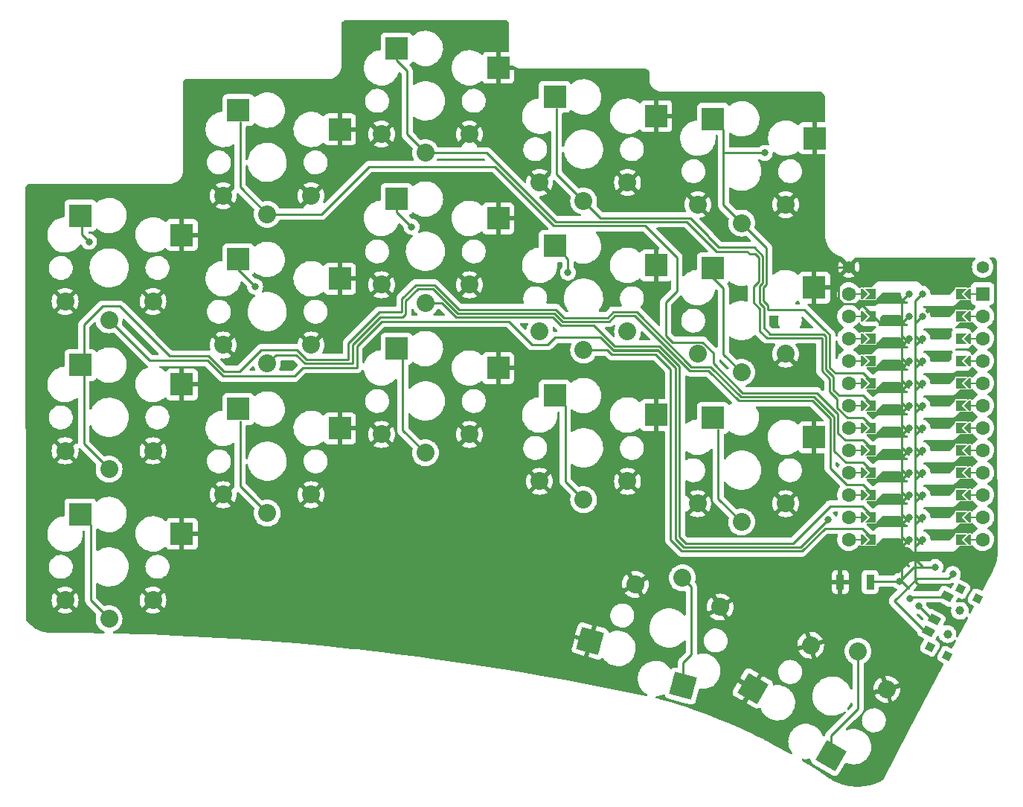
<source format=gbr>
%TF.GenerationSoftware,KiCad,Pcbnew,(6.0.7-1)-1*%
%TF.CreationDate,2022-09-01T14:34:03+02:00*%
%TF.ProjectId,sweep_no_curve,73776565-705f-46e6-9f5f-63757276652e,rev?*%
%TF.SameCoordinates,Original*%
%TF.FileFunction,Copper,L2,Bot*%
%TF.FilePolarity,Positive*%
%FSLAX46Y46*%
G04 Gerber Fmt 4.6, Leading zero omitted, Abs format (unit mm)*
G04 Created by KiCad (PCBNEW (6.0.7-1)-1) date 2022-09-01 14:34:03*
%MOMM*%
%LPD*%
G01*
G04 APERTURE LIST*
G04 Aperture macros list*
%AMRotRect*
0 Rectangle, with rotation*
0 The origin of the aperture is its center*
0 $1 length*
0 $2 width*
0 $3 Rotation angle, in degrees counterclockwise*
0 Add horizontal line*
21,1,$1,$2,0,0,$3*%
%AMFreePoly0*
4,1,6,0.600000,0.200000,0.000000,-0.400000,-0.600000,0.200000,-0.600000,0.400000,0.600000,0.400000,0.600000,0.200000,0.600000,0.200000,$1*%
%AMFreePoly1*
4,1,5,0.125000,-0.500000,-0.125000,-0.500000,-0.125000,0.500000,0.125000,0.500000,0.125000,-0.500000,0.125000,-0.500000,$1*%
%AMFreePoly2*
4,1,49,0.004773,0.123721,0.009154,0.124665,0.028961,0.117240,0.062500,0.108253,0.068237,0.102516,0.075053,0.099961,0.087617,0.083136,0.108253,0.062500,0.111178,0.051584,0.117161,0.043572,0.118539,0.024114,0.125000,0.000000,0.121239,-0.014035,0.122131,-0.026629,0.113759,-0.041951,0.108253,-0.062500,0.095644,-0.075109,0.088389,-0.088388,-0.641000,-0.817776,-0.641000,-4.770224,
0.088389,-5.499612,0.109852,-5.528356,0.124665,-5.597154,0.099961,-5.663053,0.043572,-5.705161,-0.026629,-5.710131,-0.088388,-5.676389,-0.854388,-4.910388,-0.867707,-4.892552,-0.871189,-4.889530,-0.871982,-4.886826,-0.875852,-4.881644,-0.882331,-4.851549,-0.891000,-4.822000,-0.891000,-0.766000,-0.887805,-0.743969,-0.888131,-0.739371,-0.886780,-0.736898,-0.885852,-0.730498,-0.869151,-0.704632,
-0.854388,-0.677612,-0.088388,0.088389,-0.064606,0.106147,-0.062500,0.108253,-0.061385,0.108552,-0.059644,0.109852,-0.043806,0.113262,0.000000,0.125000,0.004773,0.123721,0.004773,0.123721,$1*%
%AMFreePoly3*
4,1,6,0.600000,-0.250000,-0.600000,-0.250000,-0.600000,1.000000,0.000000,0.400000,0.600000,1.000000,0.600000,-0.250000,0.600000,-0.250000,$1*%
G04 Aperture macros list end*
%TA.AperFunction,SMDPad,CuDef*%
%ADD10RotRect,2.600000X2.600000X150.000000*%
%TD*%
%TA.AperFunction,ComponentPad*%
%ADD11C,2.032000*%
%TD*%
%TA.AperFunction,SMDPad,CuDef*%
%ADD12R,2.600000X2.600000*%
%TD*%
%TA.AperFunction,SMDPad,CuDef*%
%ADD13RotRect,2.600000X2.600000X165.000000*%
%TD*%
%TA.AperFunction,SMDPad,CuDef*%
%ADD14RotRect,0.900000X1.250000X242.000000*%
%TD*%
%TA.AperFunction,SMDPad,CuDef*%
%ADD15RotRect,0.900000X0.900000X242.000000*%
%TD*%
%TA.AperFunction,WasherPad*%
%ADD16C,1.000000*%
%TD*%
%TA.AperFunction,ComponentPad*%
%ADD17C,1.397000*%
%TD*%
%TA.AperFunction,SMDPad,CuDef*%
%ADD18FreePoly0,270.000000*%
%TD*%
%TA.AperFunction,ComponentPad*%
%ADD19C,1.600000*%
%TD*%
%TA.AperFunction,SMDPad,CuDef*%
%ADD20FreePoly1,270.000000*%
%TD*%
%TA.AperFunction,SMDPad,CuDef*%
%ADD21FreePoly0,90.000000*%
%TD*%
%TA.AperFunction,SMDPad,CuDef*%
%ADD22FreePoly1,90.000000*%
%TD*%
%TA.AperFunction,ComponentPad*%
%ADD23R,1.600000X1.600000*%
%TD*%
%TA.AperFunction,SMDPad,CuDef*%
%ADD24FreePoly2,90.000000*%
%TD*%
%TA.AperFunction,ComponentPad*%
%ADD25C,0.800000*%
%TD*%
%TA.AperFunction,SMDPad,CuDef*%
%ADD26FreePoly3,270.000000*%
%TD*%
%TA.AperFunction,SMDPad,CuDef*%
%ADD27FreePoly3,90.000000*%
%TD*%
%TA.AperFunction,SMDPad,CuDef*%
%ADD28FreePoly2,270.000000*%
%TD*%
%TA.AperFunction,SMDPad,CuDef*%
%ADD29R,0.900000X1.700000*%
%TD*%
%TA.AperFunction,ViaPad*%
%ADD30C,0.800000*%
%TD*%
%TA.AperFunction,Conductor*%
%ADD31C,0.250000*%
%TD*%
G04 APERTURE END LIST*
D10*
%TO.P,SW17,1*%
%TO.N,Switch17*%
X109217233Y-101570351D03*
D11*
X112306000Y-89670450D03*
%TO.P,SW17,2*%
%TO.N,gnd*%
X106925873Y-88989103D03*
X115586127Y-93989103D03*
D10*
X100314640Y-93890095D03*
%TD*%
D12*
%TO.P,SW5,1*%
%TO.N,Switch5*%
X95805000Y-29130000D03*
D11*
X99080000Y-40980000D03*
%TO.P,SW5,2*%
%TO.N,gnd*%
X104080000Y-38880000D03*
X94080000Y-38880000D03*
D12*
X107355000Y-31330000D03*
%TD*%
%TO.P,SW4,1*%
%TO.N,Switch4*%
X77805000Y-26630000D03*
D11*
X81080000Y-38480000D03*
%TO.P,SW4,2*%
%TO.N,gnd*%
X86080000Y-36380000D03*
X76080000Y-36380000D03*
D12*
X89355000Y-28830000D03*
%TD*%
%TO.P,SW9,1*%
%TO.N,Switch9*%
X77805000Y-43580000D03*
D11*
X81080000Y-55430000D03*
%TO.P,SW9,2*%
%TO.N,gnd*%
X86080000Y-53330000D03*
X76080000Y-53330000D03*
D12*
X89355000Y-45780000D03*
%TD*%
%TO.P,SW3,1*%
%TO.N,Switch3*%
X59805000Y-21130000D03*
D11*
X63080000Y-32980000D03*
%TO.P,SW3,2*%
%TO.N,gnd*%
X68080000Y-30880000D03*
X58080000Y-30880000D03*
D12*
X71355000Y-23330000D03*
%TD*%
%TO.P,SW8,1*%
%TO.N,Switch8*%
X59805000Y-38246000D03*
D11*
X63080000Y-50096000D03*
%TO.P,SW8,2*%
%TO.N,gnd*%
X68080000Y-47996000D03*
X58080000Y-47996000D03*
D12*
X71355000Y-40446000D03*
%TD*%
%TO.P,SW2,1*%
%TO.N,Switch2*%
X41805000Y-28130000D03*
D11*
X45080000Y-39980000D03*
%TO.P,SW2,2*%
%TO.N,gnd*%
X50080000Y-37880000D03*
X40080000Y-37880000D03*
D12*
X53355000Y-30330000D03*
%TD*%
%TO.P,SW7,1*%
%TO.N,Switch7*%
X41805000Y-45104000D03*
D11*
X45080000Y-56954000D03*
%TO.P,SW7,2*%
%TO.N,gnd*%
X50080000Y-54854000D03*
X40080000Y-54854000D03*
D12*
X53355000Y-47304000D03*
%TD*%
%TO.P,SW1,1*%
%TO.N,Switch1*%
X23805000Y-40130000D03*
D11*
X27080000Y-51980000D03*
%TO.P,SW1,2*%
%TO.N,gnd*%
X32080000Y-49880000D03*
X22080000Y-49880000D03*
D12*
X35355000Y-42330000D03*
%TD*%
%TO.P,SW6,1*%
%TO.N,Switch6*%
X23805000Y-57130000D03*
D11*
X27080000Y-68980000D03*
%TO.P,SW6,2*%
%TO.N,gnd*%
X32080000Y-66880000D03*
X22080000Y-66880000D03*
D12*
X35355000Y-59330000D03*
%TD*%
%TO.P,SW10,1*%
%TO.N,Switch10*%
X95785000Y-46120000D03*
D11*
X99060000Y-57970000D03*
%TO.P,SW10,2*%
%TO.N,gnd*%
X104060000Y-55870000D03*
X94060000Y-55870000D03*
D12*
X107335000Y-48320000D03*
%TD*%
%TO.P,SW15,1*%
%TO.N,Switch15*%
X95785000Y-63138000D03*
D11*
X99060000Y-74988000D03*
%TO.P,SW15,2*%
%TO.N,gnd*%
X104060000Y-72888000D03*
X94060000Y-72888000D03*
D12*
X107335000Y-65338000D03*
%TD*%
%TO.P,SW14,1*%
%TO.N,Switch14*%
X77805000Y-60598000D03*
D11*
X81080000Y-72448000D03*
%TO.P,SW14,2*%
%TO.N,gnd*%
X86080000Y-70348000D03*
X76080000Y-70348000D03*
D12*
X89355000Y-62798000D03*
%TD*%
%TO.P,SW13,1*%
%TO.N,Switch13*%
X59805000Y-55264000D03*
D11*
X63080000Y-67114000D03*
%TO.P,SW13,2*%
%TO.N,gnd*%
X68080000Y-65014000D03*
X58080000Y-65014000D03*
D12*
X71355000Y-57464000D03*
%TD*%
%TO.P,SW12,1*%
%TO.N,Switch12*%
X41805000Y-62122000D03*
D11*
X45080000Y-73972000D03*
%TO.P,SW12,2*%
%TO.N,gnd*%
X50080000Y-71872000D03*
X40080000Y-71872000D03*
D12*
X53355000Y-64322000D03*
%TD*%
D13*
%TO.P,SW16,1*%
%TO.N,Switch16*%
X92419434Y-93624891D03*
D11*
X92323032Y-81331038D03*
%TO.P,SW16,2*%
%TO.N,gnd*%
X86949883Y-82065387D03*
X96609142Y-84653577D03*
D13*
X81832392Y-88510494D03*
%TD*%
D12*
%TO.P,SW11,1*%
%TO.N,Switch11*%
X23805000Y-74130000D03*
D11*
X27080000Y-85980000D03*
%TO.P,SW11,2*%
%TO.N,gnd*%
X32080000Y-83880000D03*
X22080000Y-83880000D03*
D12*
X35355000Y-76330000D03*
%TD*%
D14*
%TO.P,POWER SW,3*%
%TO.N,raw*%
X120311428Y-87412479D03*
%TO.P,POWER SW,2*%
%TO.N,BT+_r*%
X121015636Y-86088058D03*
%TO.P,POWER SW,1*%
%TO.N,Net-(SW_POWERR1-Pad1)*%
X122424050Y-83439214D03*
D15*
%TO.P,POWER SW,0*%
%TO.N,N/C*%
X123965657Y-82616675D03*
X120491568Y-89150487D03*
X125908142Y-83649513D03*
X122434053Y-90183325D03*
D16*
%TO.P,POWER SW,*%
%TO.N,*%
X122495648Y-87724421D03*
X123904062Y-85075579D03*
%TD*%
D17*
%TO.P,B+,1*%
%TO.N,BT+_r*%
X126492000Y-45974000D03*
%TD*%
%TO.P,B-,1*%
%TO.N,gnd*%
X111252000Y-45974000D03*
%TD*%
D18*
%TO.P,U1,*%
%TO.N,*%
X124714000Y-69342000D03*
D19*
X111252000Y-74422000D03*
D20*
X125222000Y-66802000D03*
D18*
X124714000Y-76962000D03*
D21*
X113030000Y-64262000D03*
D19*
X126492000Y-64262000D03*
D21*
X113030000Y-74422000D03*
D22*
X112522000Y-49022000D03*
D19*
X111252000Y-51562000D03*
D21*
X113030000Y-51562000D03*
X113030000Y-49022000D03*
D19*
X126492000Y-49022000D03*
D23*
X126492000Y-49022000D03*
D22*
X112522000Y-51562000D03*
D18*
X124714000Y-51562000D03*
D19*
X111252000Y-54102000D03*
X126492000Y-51562000D03*
D20*
X125222000Y-74422000D03*
D22*
X112522000Y-76962000D03*
D18*
X124714000Y-71882000D03*
D22*
X112522000Y-54102000D03*
D19*
X126492000Y-69342000D03*
D18*
X124714000Y-59182000D03*
D19*
X111252000Y-59182000D03*
X126492000Y-66802000D03*
X126492000Y-56642000D03*
X126492000Y-74422000D03*
D22*
X112522000Y-56642000D03*
X112522000Y-61722000D03*
D21*
X113030000Y-69342000D03*
D19*
X111252000Y-61722000D03*
D18*
X124714000Y-66802000D03*
D20*
X125222000Y-64262000D03*
X125222000Y-54102000D03*
D21*
X113030000Y-59182000D03*
D20*
X125222000Y-51562000D03*
X125222000Y-71882000D03*
D19*
X111252000Y-69342000D03*
X126492000Y-76962000D03*
D22*
X112522000Y-74422000D03*
D21*
X113030000Y-76962000D03*
D18*
X124714000Y-74422000D03*
D19*
X111252000Y-66802000D03*
D18*
X124714000Y-54102000D03*
D21*
X113030000Y-66802000D03*
X113030000Y-54102000D03*
D20*
X125222000Y-59182000D03*
D21*
X113030000Y-56642000D03*
D19*
X111252000Y-56642000D03*
X126492000Y-61722000D03*
X126492000Y-54102000D03*
D20*
X125222000Y-69342000D03*
D21*
X113030000Y-61722000D03*
D19*
X126492000Y-71882000D03*
X126492000Y-59182000D03*
D18*
X124714000Y-61722000D03*
D19*
X111252000Y-64262000D03*
D22*
X112522000Y-69342000D03*
D20*
X125222000Y-56642000D03*
D18*
X124714000Y-64262000D03*
D22*
X112522000Y-59182000D03*
D19*
X111252000Y-76962000D03*
D20*
X125222000Y-61722000D03*
D21*
X113030000Y-71882000D03*
D18*
X124714000Y-56642000D03*
D22*
X112522000Y-64262000D03*
D19*
X111252000Y-71882000D03*
D22*
X112522000Y-66802000D03*
X112522000Y-71882000D03*
D20*
X125222000Y-49022000D03*
D19*
X111252000Y-49022000D03*
D20*
X125222000Y-76962000D03*
D18*
X124714000Y-49022000D03*
D24*
%TO.P,U1,1*%
%TO.N,Switch10*%
X118110000Y-49022000D03*
D25*
X118110000Y-49022000D03*
D26*
X123698000Y-49022000D03*
D24*
%TO.P,U1,2*%
%TO.N,Switch18*%
X118110000Y-51562000D03*
D26*
X123698000Y-51562000D03*
D25*
X118110000Y-51562000D03*
D26*
%TO.P,U1,3*%
%TO.N,gnd*%
X123698000Y-54102000D03*
D24*
X118110000Y-54102000D03*
D25*
X118110000Y-54102000D03*
D24*
%TO.P,U1,4*%
X118110000Y-56642000D03*
D25*
X118110000Y-56642000D03*
D26*
X123698000Y-56642000D03*
%TO.P,U1,5*%
%TO.N,Switch11*%
X123698000Y-59182000D03*
D25*
X118110000Y-59182000D03*
D24*
X118110000Y-59182000D03*
D26*
%TO.P,U1,6*%
%TO.N,Switch12*%
X123698000Y-61722000D03*
D24*
X118110000Y-61722000D03*
D25*
X118110000Y-61722000D03*
%TO.P,U1,7*%
%TO.N,Switch13*%
X118110000Y-64262000D03*
D26*
X123698000Y-64262000D03*
D24*
X118110000Y-64262000D03*
%TO.P,U1,8*%
%TO.N,Switch14*%
X118110000Y-66802000D03*
D26*
X123698000Y-66802000D03*
D25*
X118110000Y-66802000D03*
%TO.P,U1,9*%
%TO.N,Switch15*%
X118110000Y-69342000D03*
D26*
X123698000Y-69342000D03*
D24*
X118110000Y-69342000D03*
D26*
%TO.P,U1,10*%
%TO.N,Switch1*%
X123698000Y-71882000D03*
D25*
X118110000Y-71882000D03*
D24*
X118110000Y-71882000D03*
D25*
%TO.P,U1,11*%
%TO.N,Switch16*%
X118110000Y-74422000D03*
D24*
X118110000Y-74422000D03*
D26*
X123698000Y-74422000D03*
%TO.P,U1,12*%
%TO.N,Switch17*%
X123698000Y-76962000D03*
D25*
X118110000Y-76962000D03*
D24*
X118110000Y-76962000D03*
D27*
%TO.P,U1,13*%
%TO.N,Switch9*%
X114046000Y-76962000D03*
D28*
X119634000Y-76962000D03*
D25*
X119634000Y-76962000D03*
D27*
%TO.P,U1,14*%
%TO.N,Switch8*%
X114046000Y-74422000D03*
D25*
X119634000Y-74422000D03*
D28*
X119634000Y-74422000D03*
%TO.P,U1,15*%
%TO.N,Switch7*%
X119634000Y-71882000D03*
D25*
X119634000Y-71882000D03*
D27*
X114046000Y-71882000D03*
D25*
%TO.P,U1,16*%
%TO.N,Switch6*%
X119634000Y-69342000D03*
D27*
X114046000Y-69342000D03*
D28*
X119634000Y-69342000D03*
%TO.P,U1,17*%
%TO.N,Switch2*%
X119634000Y-66802000D03*
D27*
X114046000Y-66802000D03*
D25*
X119634000Y-66802000D03*
D27*
%TO.P,U1,18*%
%TO.N,Switch3*%
X114046000Y-64262000D03*
D25*
X119634000Y-64262000D03*
D28*
X119634000Y-64262000D03*
%TO.P,U1,19*%
%TO.N,Switch4*%
X119634000Y-61722000D03*
D27*
X114046000Y-61722000D03*
D25*
X119634000Y-61722000D03*
%TO.P,U1,20*%
%TO.N,Switch5*%
X119634000Y-59182000D03*
D28*
X119634000Y-59182000D03*
D27*
X114046000Y-59182000D03*
%TO.P,U1,21*%
%TO.N,vcc*%
X114046000Y-56642000D03*
D28*
X119634000Y-56642000D03*
D25*
X119634000Y-56642000D03*
D27*
%TO.P,U1,22*%
%TO.N,reset*%
X114046000Y-54102000D03*
D25*
X119634000Y-54102000D03*
D28*
X119634000Y-54102000D03*
D25*
%TO.P,U1,23*%
%TO.N,gnd*%
X119634000Y-51562000D03*
D28*
X119634000Y-51562000D03*
D27*
X114046000Y-51562000D03*
%TO.P,U1,24*%
%TO.N,raw*%
X114046000Y-49022000D03*
D28*
X119634000Y-49022000D03*
D25*
X119634000Y-49022000D03*
%TD*%
D29*
%TO.P,RSW2,1*%
%TO.N,reset*%
X113700000Y-81800000D03*
%TO.P,RSW2,2*%
%TO.N,gnd*%
X110300000Y-81800000D03*
%TD*%
D30*
%TO.N,reset*%
X117000000Y-81700000D03*
X121100000Y-80100000D03*
%TO.N,BT+_r*%
X119200000Y-84500000D03*
%TO.N,Net-(SW_POWERR1-Pad1)*%
X118200000Y-83700000D03*
%TO.N,raw*%
X123100000Y-80900000D03*
%TO.N,Switch5*%
X101700000Y-33000000D03*
%TO.N,Switch9*%
X79300000Y-46600000D03*
%TO.N,Switch8*%
X61500000Y-41400000D03*
%TO.N,Switch7*%
X43700000Y-48200000D03*
%TO.N,Switch1*%
X24800000Y-43100000D03*
%TO.N,gnd*%
X115163600Y-52273200D03*
X108922501Y-45308018D03*
%TO.N,Switch1*%
X108900000Y-74700000D03*
%TD*%
D31*
%TO.N,reset*%
X117000000Y-81700000D02*
X113800000Y-81700000D01*
X113800000Y-81700000D02*
X113700000Y-81800000D01*
%TO.N,raw*%
X123100000Y-80900000D02*
X122641236Y-81358764D01*
X122641236Y-81358764D02*
X119041236Y-81358764D01*
X119041236Y-81358764D02*
X116453057Y-83946942D01*
X116453057Y-83946942D02*
X119918594Y-87412479D01*
X119918594Y-87412479D02*
X120311428Y-87412479D01*
%TO.N,BT+_r*%
X121002304Y-86202798D02*
X121015636Y-86189466D01*
X121015636Y-86189466D02*
X121015636Y-86088058D01*
X121015636Y-86088058D02*
X120788058Y-86088058D01*
X120788058Y-86088058D02*
X119200000Y-84500000D01*
%TO.N,Net-(SW_POWERR1-Pad1)*%
X118200000Y-83700000D02*
X118416125Y-83483875D01*
X122379389Y-83483875D02*
X122424050Y-83439214D01*
X118416125Y-83483875D02*
X122379389Y-83483875D01*
%TO.N,reset*%
X121100000Y-80100000D02*
X118600000Y-80100000D01*
X118600000Y-80100000D02*
X117000000Y-81700000D01*
%TO.N,Switch5*%
X101700000Y-33000000D02*
X101709501Y-32990499D01*
X101709501Y-32990499D02*
X96990499Y-32990499D01*
X99080000Y-40980000D02*
X96990499Y-38890499D01*
X96990499Y-38890499D02*
X96990499Y-30315499D01*
X96990499Y-30315499D02*
X95805000Y-29130000D01*
%TO.N,Switch4*%
X81080000Y-38480000D02*
X78000000Y-35400000D01*
X78000000Y-35400000D02*
X78000000Y-28000000D01*
%TO.N,Switch2*%
X114046000Y-66802000D02*
X112921489Y-65677489D01*
X110032800Y-64871600D02*
X110032800Y-62728818D01*
X110032800Y-62728818D02*
X107594666Y-60290684D01*
X110838689Y-65677489D02*
X110032800Y-64871600D01*
X112921489Y-65677489D02*
X110838689Y-65677489D01*
X107594666Y-60290684D02*
X99200000Y-60290684D01*
X99200000Y-60290684D02*
X95871641Y-56962325D01*
X95871641Y-56962325D02*
X95871641Y-55771641D01*
X95871641Y-55771641D02*
X94629000Y-54529000D01*
X94629000Y-54529000D02*
X91185468Y-54529000D01*
X91185468Y-54529000D02*
X90421470Y-53765002D01*
X90421470Y-53765002D02*
X90421470Y-49978530D01*
X90421470Y-49978530D02*
X91700000Y-48700000D01*
X91700000Y-48700000D02*
X91700000Y-44875000D01*
X91700000Y-44875000D02*
X88118200Y-41293200D01*
X88118200Y-41293200D02*
X77690683Y-41293200D01*
X77690683Y-41293200D02*
X70941483Y-34544000D01*
X70941483Y-34544000D02*
X56692800Y-34544000D01*
X56692800Y-34544000D02*
X51256800Y-39980000D01*
X51256800Y-39980000D02*
X45080000Y-39980000D01*
%TO.N,Switch9*%
X77805000Y-43580000D02*
X79300000Y-45075000D01*
X79300000Y-45075000D02*
X79300000Y-46600000D01*
%TO.N,Switch3*%
X60990499Y-30890499D02*
X60990499Y-23690499D01*
X59805000Y-21130000D02*
X59805000Y-22505000D01*
X59805000Y-22505000D02*
X60990499Y-23690499D01*
X63080000Y-32980000D02*
X60990499Y-30890499D01*
%TO.N,Switch8*%
X61500000Y-41400000D02*
X59805000Y-39705000D01*
X59805000Y-39705000D02*
X59805000Y-38246000D01*
%TO.N,Switch2*%
X45080000Y-39980000D02*
X42000000Y-36900000D01*
X42000000Y-36900000D02*
X42000000Y-29500000D01*
%TO.N,Switch7*%
X41805000Y-45104000D02*
X41805000Y-46305000D01*
X41805000Y-46305000D02*
X43700000Y-48200000D01*
%TO.N,Switch1*%
X24800000Y-43100000D02*
X23955001Y-42255001D01*
X23955001Y-42255001D02*
X23955001Y-41400000D01*
%TO.N,Switch6*%
X114046000Y-69342000D02*
X112921489Y-68217489D01*
X83804640Y-51729760D02*
X78856960Y-51729760D01*
X109582800Y-63000000D02*
X107323484Y-60740684D01*
X109582800Y-66882800D02*
X109582800Y-63000000D01*
X107323484Y-60740684D02*
X98974444Y-60740684D01*
X98974444Y-60740684D02*
X95566880Y-57333120D01*
X40144991Y-57844991D02*
X38400000Y-56100000D01*
X95566880Y-57333120D02*
X93353192Y-57333120D01*
X26314400Y-50444400D02*
X24200000Y-52558800D01*
X93353192Y-57333120D02*
X87110521Y-51090449D01*
X87110521Y-51090449D02*
X84443951Y-51090449D01*
X84443951Y-51090449D02*
X83804640Y-51729760D01*
X110917489Y-68217489D02*
X109582800Y-66882800D01*
X78856960Y-51729760D02*
X77927200Y-50800000D01*
X77927200Y-50800000D02*
X66903600Y-50800000D01*
X33951200Y-56100000D02*
X28295600Y-50444400D01*
X66903600Y-50800000D02*
X64109600Y-48006000D01*
X64109600Y-48006000D02*
X61976000Y-48006000D01*
X61976000Y-48006000D02*
X60401200Y-49580800D01*
X60401200Y-49580800D02*
X60401200Y-51129482D01*
X112921489Y-68217489D02*
X110917489Y-68217489D01*
X60401200Y-51129482D02*
X57838423Y-51129482D01*
X57838423Y-51129482D02*
X54300000Y-54667905D01*
X54300000Y-54667905D02*
X54300000Y-56503520D01*
X54300000Y-56503520D02*
X49544598Y-56503520D01*
X28295600Y-50444400D02*
X26314400Y-50444400D01*
X49544598Y-56503520D02*
X48413078Y-55372000D01*
X48413078Y-55372000D02*
X44399200Y-55372000D01*
X44399200Y-55372000D02*
X41926209Y-57844991D01*
X41926209Y-57844991D02*
X40144991Y-57844991D01*
X38400000Y-56100000D02*
X33951200Y-56100000D01*
X24200000Y-52558800D02*
X24200000Y-66100000D01*
X24200000Y-66100000D02*
X27080000Y-68980000D01*
%TO.N,Switch1*%
X89555781Y-55444219D02*
X84424223Y-55444219D01*
X72570160Y-52148560D02*
X58092137Y-52148560D01*
X55296480Y-54944217D02*
X55296480Y-57403520D01*
X82954004Y-53974000D02*
X77826000Y-53974000D01*
X84424223Y-55444219D02*
X82954004Y-53974000D01*
X75221600Y-54800000D02*
X72570160Y-52148560D01*
X49171806Y-57403520D02*
X48165326Y-58410000D01*
X58092137Y-52148560D02*
X55296480Y-54944217D01*
X77000000Y-54800000D02*
X75221600Y-54800000D01*
X77826000Y-53974000D02*
X77000000Y-54800000D01*
X55296480Y-57403520D02*
X49171806Y-57403520D01*
X48165326Y-58410000D02*
X40073604Y-58410000D01*
X40073604Y-58410000D02*
X38263604Y-56600000D01*
X38263604Y-56600000D02*
X31700000Y-56600000D01*
X31700000Y-56600000D02*
X27080000Y-51980000D01*
%TO.N,Switch5*%
X109728000Y-58064400D02*
X109095360Y-57431760D01*
X110786211Y-58057489D02*
X110779300Y-58064400D01*
X114046000Y-59182000D02*
X112921489Y-58057489D01*
X110779300Y-58064400D02*
X109728000Y-58064400D01*
X112921489Y-58057489D02*
X110786211Y-58057489D01*
X109095360Y-57431760D02*
X109095840Y-57431280D01*
X109095840Y-57431280D02*
X109095840Y-53676728D01*
X109095840Y-53676728D02*
X108569112Y-53150000D01*
X108569112Y-53150000D02*
X108500000Y-53150000D01*
X108500000Y-53150000D02*
X106194099Y-50844099D01*
X106194099Y-50844099D02*
X102049501Y-50844099D01*
X102049501Y-50844099D02*
X102049501Y-50357208D01*
X102049501Y-50357208D02*
X101550000Y-49857707D01*
X101550000Y-49857707D02*
X101550000Y-48322792D01*
X101550000Y-48322792D02*
X101900000Y-47972792D01*
X101900000Y-47972792D02*
X101900000Y-43800000D01*
X101900000Y-43800000D02*
X99080000Y-40980000D01*
%TO.N,Switch4*%
X102300000Y-53600000D02*
X101599501Y-52899501D01*
X101599501Y-52899501D02*
X101599501Y-50543604D01*
X101599501Y-50543604D02*
X101100000Y-50044103D01*
X101100000Y-50044103D02*
X101100000Y-48136396D01*
X101100000Y-48136396D02*
X101450000Y-47786396D01*
X100491397Y-43750000D02*
X96500000Y-43750000D01*
X101450000Y-47786396D02*
X101450000Y-44708603D01*
X96500000Y-43750000D02*
X95266000Y-42516000D01*
X101450000Y-44708603D02*
X100491397Y-43750000D01*
X95266000Y-42516000D02*
X95266000Y-42434000D01*
%TO.N,Switch3*%
X99700000Y-44200000D02*
X99994999Y-44494999D01*
X100600000Y-44494999D02*
X101000000Y-44894999D01*
X70013200Y-32980000D02*
X77876400Y-40843200D01*
X101149501Y-53249501D02*
X101950000Y-54050000D01*
X90543200Y-40843200D02*
X90550400Y-40836000D01*
X90550400Y-40836000D02*
X92836000Y-40836000D01*
X92836000Y-40836000D02*
X96200000Y-44200000D01*
X96200000Y-44200000D02*
X99700000Y-44200000D01*
X63080000Y-32980000D02*
X70013200Y-32980000D01*
X99994999Y-44494999D02*
X100600000Y-44494999D01*
X77876400Y-40843200D02*
X90543200Y-40843200D01*
X101000000Y-44894999D02*
X101000000Y-47600000D01*
X101000000Y-47600000D02*
X100400000Y-48200000D01*
X100400000Y-48200000D02*
X100400000Y-49980499D01*
X100400000Y-49980499D02*
X101149501Y-50730000D01*
X101149501Y-50730000D02*
X101149501Y-53249501D01*
%TO.N,Switch4*%
X102300000Y-53600000D02*
X108382716Y-53600000D01*
X93218000Y-40386000D02*
X95266000Y-42434000D01*
%TO.N,Switch3*%
X101950000Y-54050000D02*
X108196320Y-54050000D01*
X114046000Y-64262000D02*
X112921489Y-63137489D01*
X112921489Y-63137489D02*
X111077189Y-63137489D01*
X111077189Y-63137489D02*
X109931200Y-61991500D01*
X109931200Y-61991500D02*
X109931200Y-60986118D01*
X109931200Y-60986118D02*
X109075280Y-60130198D01*
X109075280Y-60130198D02*
X109075280Y-58683116D01*
X109075280Y-58683116D02*
X108196320Y-57804156D01*
X108196320Y-57804156D02*
X108196320Y-54050000D01*
%TO.N,Switch4*%
X108645840Y-53863124D02*
X108645840Y-57617958D01*
X108382716Y-53600000D02*
X108645840Y-53863124D01*
X81080000Y-38480000D02*
X82986000Y-40386000D01*
X82986000Y-40386000D02*
X93218000Y-40386000D01*
X108645840Y-57617958D02*
X109524800Y-58496918D01*
X109524800Y-58496918D02*
X109524800Y-59944000D01*
X109524800Y-59944000D02*
X110178289Y-60597489D01*
X110178289Y-60597489D02*
X112921489Y-60597489D01*
X112921489Y-60597489D02*
X114046000Y-61722000D01*
%TO.N,gnd*%
X108922501Y-45308018D02*
X109588483Y-45974000D01*
X109588483Y-45974000D02*
X111252000Y-45974000D01*
%TO.N,Switch10*%
X96970499Y-55880499D02*
X96970499Y-48370499D01*
X95785000Y-46120000D02*
X95785000Y-47185000D01*
X95785000Y-47185000D02*
X96970499Y-48370499D01*
X99060000Y-57970000D02*
X96970499Y-55880499D01*
%TO.N,Switch9*%
X81080000Y-55430000D02*
X83773608Y-55430000D01*
X83773608Y-55430000D02*
X84287827Y-55944219D01*
X108544396Y-75692000D02*
X105936396Y-78300000D01*
X105936396Y-78300000D02*
X92263604Y-78300000D01*
X92263604Y-78300000D02*
X90987583Y-77023979D01*
X90987583Y-77023979D02*
X90987583Y-57631802D01*
X90987583Y-57631802D02*
X89300000Y-55944219D01*
X89300000Y-55944219D02*
X84287827Y-55944219D01*
X108544396Y-75692000D02*
X112776000Y-75692000D01*
%TO.N,Switch1*%
X89555781Y-55444219D02*
X91550000Y-57438438D01*
X91550000Y-57438438D02*
X91550000Y-76950000D01*
X91550000Y-76950000D02*
X92450000Y-77850000D01*
X92450000Y-77850000D02*
X105750000Y-77850000D01*
X105750000Y-77850000D02*
X108900000Y-74700000D01*
%TO.N,Switch8*%
X63080000Y-50096000D02*
X64928165Y-50096000D01*
X64928165Y-50096000D02*
X66531206Y-51699040D01*
X66531206Y-51699040D02*
X77554804Y-51699040D01*
X77554804Y-51699040D02*
X78484565Y-52628800D01*
X112776000Y-73152000D02*
X114046000Y-74422000D01*
X82245200Y-52628800D02*
X84582000Y-54965600D01*
X78484565Y-52628800D02*
X82245200Y-52628800D01*
X84582000Y-54965600D02*
X89714236Y-54965600D01*
X89714236Y-54965600D02*
X89714236Y-54966278D01*
X89714236Y-54966278D02*
X92000000Y-57252042D01*
X92000000Y-57252042D02*
X92000000Y-76700000D01*
X92000000Y-76700000D02*
X92700000Y-77400000D01*
X92700000Y-77400000D02*
X104900000Y-77400000D01*
X104900000Y-77400000D02*
X109148000Y-73152000D01*
X109148000Y-73152000D02*
X112776000Y-73152000D01*
%TO.N,Switch1*%
X84474223Y-55494219D02*
X89505781Y-55494219D01*
X89555781Y-55444219D02*
X84474223Y-55494219D01*
X89505781Y-55494219D02*
X89555781Y-55444219D01*
%TO.N,Switch7*%
X93166994Y-57782640D02*
X95301272Y-57782640D01*
X95301272Y-57782640D02*
X98709316Y-61190684D01*
X98709316Y-61190684D02*
X107123484Y-61190684D01*
X107123484Y-61190684D02*
X109132800Y-63200000D01*
X109132800Y-68832800D02*
X109132800Y-63200000D01*
X109200000Y-68900000D02*
X109132800Y-68832800D01*
X112921489Y-70757489D02*
X111057489Y-70757489D01*
X111057489Y-70757489D02*
X109200000Y-68900000D01*
%TO.N,Switch15*%
X99060000Y-74988000D02*
X96400000Y-72328000D01*
X96400000Y-72328000D02*
X96400000Y-64500000D01*
%TO.N,Switch14*%
X81080000Y-72448000D02*
X78990499Y-70358499D01*
X78990499Y-70358499D02*
X78990499Y-61783499D01*
X78990499Y-61783499D02*
X77805000Y-60598000D01*
%TO.N,Switch7*%
X77741002Y-51249520D02*
X66717403Y-51249520D01*
X114046000Y-71882000D02*
X112921489Y-70757489D01*
X54800000Y-54804301D02*
X54800000Y-56953520D01*
X84630149Y-51539969D02*
X83990838Y-52179280D01*
X62237680Y-48455520D02*
X60850720Y-49842480D01*
X93166994Y-57782640D02*
X86924323Y-51539969D01*
X83990838Y-52179280D02*
X78670762Y-52179280D01*
X78670762Y-52179280D02*
X77741002Y-51249520D01*
X66717403Y-51249520D02*
X63923403Y-48455520D01*
X60850720Y-51315679D02*
X60467839Y-51698560D01*
X63923403Y-48455520D02*
X62237680Y-48455520D01*
X57905741Y-51698560D02*
X54800000Y-54804301D01*
X86924323Y-51539969D02*
X84630149Y-51539969D01*
X60850720Y-49842480D02*
X60850720Y-51315679D01*
X54800000Y-56953520D02*
X49358202Y-56953520D01*
X60467839Y-51698560D02*
X57905741Y-51698560D01*
X48378602Y-55973920D02*
X49358202Y-56953520D01*
%TO.N,Switch13*%
X63080000Y-67114000D02*
X60500000Y-64534000D01*
X60500000Y-64534000D02*
X60500000Y-55959000D01*
X59805000Y-55264000D02*
X60500000Y-55959000D01*
%TO.N,Switch12*%
X45080000Y-73972000D02*
X42000000Y-70892000D01*
X42000000Y-70892000D02*
X42000000Y-63500000D01*
%TO.N,Switch17*%
X112306000Y-89670450D02*
X112306000Y-96204586D01*
X112306000Y-96204586D02*
X109217233Y-99293353D01*
X109217233Y-99293353D02*
X109217233Y-101570351D01*
%TO.N,Switch16*%
X92323032Y-81331038D02*
X93339031Y-82347037D01*
X93339031Y-82347037D02*
X93339031Y-90071316D01*
X92419434Y-90990913D02*
X92419434Y-93624891D01*
X93339031Y-90071316D02*
X92419434Y-90990913D01*
%TO.N,Switch11*%
X27080000Y-85980000D02*
X24990499Y-83890499D01*
X24990499Y-83890499D02*
X24990499Y-75315499D01*
X24990499Y-75315499D02*
X23805000Y-74130000D01*
%TO.N,gnd*%
X112630511Y-50146511D02*
X110661711Y-50146511D01*
X110127489Y-47098511D02*
X111252000Y-45974000D01*
X114757200Y-52273200D02*
X114046000Y-51562000D01*
X110661711Y-50146511D02*
X110127489Y-49612289D01*
X114046000Y-51562000D02*
X112630511Y-50146511D01*
X115163600Y-52273200D02*
X114757200Y-52273200D01*
X110127489Y-49612289D02*
X110127489Y-47098511D01*
%TO.N,Switch7*%
X46060080Y-55973920D02*
X48378602Y-55973920D01*
X45080000Y-56954000D02*
X46060080Y-55973920D01*
%TO.N,Switch9*%
X112776000Y-75692000D02*
X114046000Y-76962000D01*
%TD*%
%TA.AperFunction,Conductor*%
%TO.N,gnd*%
G36*
X72216240Y-17904259D02*
G01*
X72301301Y-17925852D01*
X72332574Y-17938443D01*
X72408874Y-17981826D01*
X72435687Y-18002262D01*
X72497738Y-18064313D01*
X72518174Y-18091126D01*
X72561557Y-18167426D01*
X72574148Y-18198699D01*
X72595741Y-18283760D01*
X72599590Y-18317255D01*
X72598242Y-18385379D01*
X72596531Y-18403732D01*
X72596074Y-18406454D01*
X72593349Y-18415007D01*
X72592673Y-18443239D01*
X72592515Y-18449813D01*
X72592211Y-18455815D01*
X72591499Y-18460386D01*
X72591499Y-18490679D01*
X72591463Y-18493698D01*
X72589859Y-18560623D01*
X72591170Y-18565541D01*
X72591499Y-18571101D01*
X72591500Y-20127250D01*
X72591500Y-21396000D01*
X72571498Y-21464121D01*
X72517842Y-21510614D01*
X72465500Y-21522000D01*
X71627115Y-21522000D01*
X71611876Y-21526475D01*
X71610671Y-21527865D01*
X71609000Y-21535548D01*
X71609000Y-23057885D01*
X71613475Y-23073124D01*
X71614865Y-23074329D01*
X71622548Y-23076000D01*
X73044587Y-23076000D01*
X73112708Y-23096002D01*
X73126410Y-23106183D01*
X73169545Y-23143024D01*
X73358577Y-23258863D01*
X73363147Y-23260756D01*
X73363151Y-23260758D01*
X73494659Y-23315230D01*
X73563404Y-23343705D01*
X73637674Y-23361536D01*
X73774168Y-23394305D01*
X73774174Y-23394306D01*
X73778981Y-23395460D01*
X73962833Y-23409930D01*
X73973847Y-23411288D01*
X73982648Y-23412769D01*
X73982655Y-23412770D01*
X73987448Y-23413576D01*
X73993724Y-23413653D01*
X73995140Y-23413670D01*
X73995143Y-23413670D01*
X74000000Y-23413729D01*
X74027624Y-23409773D01*
X74045486Y-23408500D01*
X87957828Y-23408500D01*
X87974384Y-23409593D01*
X88005376Y-23413701D01*
X88014253Y-23412335D01*
X88016313Y-23412313D01*
X88044761Y-23411461D01*
X88127127Y-23419124D01*
X88155524Y-23425123D01*
X88251743Y-23457397D01*
X88278018Y-23469737D01*
X88364296Y-23523173D01*
X88387047Y-23541197D01*
X88458803Y-23612953D01*
X88476827Y-23635704D01*
X88530263Y-23721982D01*
X88542603Y-23748256D01*
X88546691Y-23760442D01*
X88574878Y-23844476D01*
X88580876Y-23872871D01*
X88585041Y-23917640D01*
X88587978Y-23949208D01*
X88588443Y-23965278D01*
X88588165Y-23973239D01*
X88586583Y-23982076D01*
X88589770Y-24011651D01*
X88590775Y-24020976D01*
X88591500Y-24034476D01*
X88591500Y-24523569D01*
X88589829Y-24543128D01*
X88589126Y-24545907D01*
X88587958Y-24558406D01*
X88589018Y-24575716D01*
X88589251Y-24584261D01*
X88588051Y-24759560D01*
X88616417Y-24958589D01*
X88617753Y-24963066D01*
X88617754Y-24963071D01*
X88671642Y-25143665D01*
X88673901Y-25151235D01*
X88706231Y-25220195D01*
X88754953Y-25324118D01*
X88759240Y-25333263D01*
X88761825Y-25337151D01*
X88761827Y-25337154D01*
X88840772Y-25455876D01*
X88870558Y-25500671D01*
X88873699Y-25504144D01*
X88978163Y-25619653D01*
X89005407Y-25649778D01*
X89009023Y-25652745D01*
X89009025Y-25652747D01*
X89157206Y-25774338D01*
X89160822Y-25777305D01*
X89333385Y-25880449D01*
X89337710Y-25882228D01*
X89337711Y-25882229D01*
X89351492Y-25887899D01*
X89519304Y-25956943D01*
X89632750Y-25984935D01*
X89639395Y-25986769D01*
X89641673Y-25987466D01*
X89649800Y-25991281D01*
X89658669Y-25992662D01*
X89658673Y-25992663D01*
X89665204Y-25993680D01*
X89687163Y-25999156D01*
X89701900Y-26004276D01*
X89708809Y-26005532D01*
X89709460Y-26005651D01*
X89709462Y-26005651D01*
X89714250Y-26006522D01*
X89721555Y-26006708D01*
X89748902Y-26007405D01*
X89755404Y-26007739D01*
X89755589Y-26007753D01*
X89760386Y-26008500D01*
X89790327Y-26008500D01*
X89793535Y-26008541D01*
X89859861Y-26010230D01*
X89865071Y-26008850D01*
X89871052Y-26008500D01*
X107928403Y-26008500D01*
X107959848Y-26012487D01*
X108052926Y-26036475D01*
X108075000Y-26044419D01*
X108189083Y-26097944D01*
X108209302Y-26109843D01*
X108311485Y-26183590D01*
X108329143Y-26199027D01*
X108415883Y-26290438D01*
X108430376Y-26308884D01*
X108498672Y-26414800D01*
X108509487Y-26435600D01*
X108537285Y-26503949D01*
X108556965Y-26552340D01*
X108563741Y-26574801D01*
X108588750Y-26698302D01*
X108591246Y-26721629D01*
X108592545Y-26819028D01*
X108590769Y-26835022D01*
X108591359Y-26835076D01*
X108590533Y-26844014D01*
X108588448Y-26852747D01*
X108591247Y-26908514D01*
X108591342Y-26910417D01*
X108591500Y-26916732D01*
X108591496Y-29396000D01*
X108571494Y-29464121D01*
X108517838Y-29510614D01*
X108465496Y-29522000D01*
X107627115Y-29522000D01*
X107611876Y-29526475D01*
X107610671Y-29527865D01*
X107609000Y-29535548D01*
X107609000Y-33119884D01*
X107613475Y-33135123D01*
X107614865Y-33136328D01*
X107622548Y-33137999D01*
X108465491Y-33137999D01*
X108533612Y-33158001D01*
X108580105Y-33211657D01*
X108591491Y-33263999D01*
X108591478Y-42431134D01*
X108590387Y-42447680D01*
X108586277Y-42478707D01*
X108586563Y-42491257D01*
X108587422Y-42496051D01*
X108587422Y-42496055D01*
X108587457Y-42496251D01*
X108588864Y-42506536D01*
X108605309Y-42679624D01*
X108615805Y-42790101D01*
X108616606Y-42793784D01*
X108616607Y-42793789D01*
X108677051Y-43071632D01*
X108679624Y-43083460D01*
X108777956Y-43367120D01*
X108779602Y-43370500D01*
X108891411Y-43600097D01*
X108909399Y-43637036D01*
X108955170Y-43708029D01*
X109062787Y-43874947D01*
X109072079Y-43889360D01*
X109074481Y-43892258D01*
X109074482Y-43892259D01*
X109257311Y-44112815D01*
X109263676Y-44120494D01*
X109266403Y-44123081D01*
X109266409Y-44123088D01*
X109478729Y-44324552D01*
X109481458Y-44327141D01*
X109484469Y-44329382D01*
X109484471Y-44329383D01*
X109545472Y-44374771D01*
X109722320Y-44506355D01*
X109725577Y-44508221D01*
X109725579Y-44508222D01*
X109839179Y-44573295D01*
X109982827Y-44655580D01*
X110259265Y-44772689D01*
X110399955Y-44813333D01*
X110508045Y-44844559D01*
X110567938Y-44882682D01*
X110587577Y-44925192D01*
X110588039Y-44925000D01*
X110592977Y-44936881D01*
X110597713Y-44947133D01*
X110597696Y-44948237D01*
X110606407Y-44969196D01*
X111239189Y-45601979D01*
X111253132Y-45609592D01*
X111254966Y-45609461D01*
X111261580Y-45605210D01*
X111906508Y-44960281D01*
X111907142Y-44960914D01*
X111942376Y-44925680D01*
X112002407Y-44910267D01*
X123179304Y-44878783D01*
X125582485Y-44872013D01*
X125650662Y-44891824D01*
X125697306Y-44945348D01*
X125707608Y-45015593D01*
X125678296Y-45080257D01*
X125671935Y-45087108D01*
X125563852Y-45195191D01*
X125442714Y-45368195D01*
X125440393Y-45373173D01*
X125440391Y-45373176D01*
X125355950Y-45554260D01*
X125353458Y-45559605D01*
X125352036Y-45564913D01*
X125352035Y-45564915D01*
X125307731Y-45730259D01*
X125298796Y-45763606D01*
X125280389Y-45974000D01*
X125298796Y-46184394D01*
X125300220Y-46189707D01*
X125300220Y-46189709D01*
X125347837Y-46367416D01*
X125353458Y-46388395D01*
X125355780Y-46393376D01*
X125355781Y-46393377D01*
X125426296Y-46544596D01*
X125442714Y-46579805D01*
X125563852Y-46752809D01*
X125713191Y-46902148D01*
X125717699Y-46905305D01*
X125717702Y-46905307D01*
X125881685Y-47020129D01*
X125886194Y-47023286D01*
X125891176Y-47025609D01*
X125891181Y-47025612D01*
X126036859Y-47093542D01*
X126077605Y-47112542D01*
X126082913Y-47113964D01*
X126082915Y-47113965D01*
X126276291Y-47165780D01*
X126276293Y-47165780D01*
X126281606Y-47167204D01*
X126492000Y-47185611D01*
X126702394Y-47167204D01*
X126707707Y-47165780D01*
X126707709Y-47165780D01*
X126901085Y-47113965D01*
X126901087Y-47113964D01*
X126906395Y-47112542D01*
X126947141Y-47093542D01*
X127092819Y-47025612D01*
X127092824Y-47025609D01*
X127097806Y-47023286D01*
X127102315Y-47020129D01*
X127266298Y-46905307D01*
X127266301Y-46905305D01*
X127270809Y-46902148D01*
X127420148Y-46752809D01*
X127541286Y-46579805D01*
X127557705Y-46544596D01*
X127628219Y-46393377D01*
X127628220Y-46393376D01*
X127630542Y-46388395D01*
X127636164Y-46367416D01*
X127683780Y-46189709D01*
X127683780Y-46189707D01*
X127685204Y-46184394D01*
X127703611Y-45974000D01*
X127685204Y-45763606D01*
X127676269Y-45730259D01*
X127631965Y-45564915D01*
X127631964Y-45564913D01*
X127630542Y-45559605D01*
X127628050Y-45554260D01*
X127543609Y-45373176D01*
X127543607Y-45373173D01*
X127541286Y-45368195D01*
X127420148Y-45195191D01*
X127306957Y-45082000D01*
X127272931Y-45019688D01*
X127277996Y-44948873D01*
X127320543Y-44892037D01*
X127387063Y-44867226D01*
X127395697Y-44866906D01*
X127602190Y-44866324D01*
X127621936Y-44867824D01*
X127644735Y-44871375D01*
X127653638Y-44870211D01*
X127662615Y-44870321D01*
X127662613Y-44870513D01*
X127684059Y-44870516D01*
X127738425Y-44877642D01*
X127748150Y-44878917D01*
X127779786Y-44887354D01*
X127855098Y-44918395D01*
X127883494Y-44934701D01*
X127948264Y-44984100D01*
X127971499Y-45007173D01*
X128021354Y-45071595D01*
X128037857Y-45099871D01*
X128069429Y-45174965D01*
X128078089Y-45206541D01*
X128086431Y-45266881D01*
X128087615Y-45284783D01*
X128087596Y-45288470D01*
X128086277Y-45297351D01*
X128087504Y-45306244D01*
X128090454Y-45327632D01*
X128091635Y-45344460D01*
X128145031Y-62591266D01*
X128191380Y-77562000D01*
X128191444Y-77582795D01*
X128191263Y-77589958D01*
X128188278Y-77645372D01*
X128193273Y-77666640D01*
X128196362Y-77687546D01*
X128218456Y-78039530D01*
X128218955Y-78047476D01*
X128219192Y-78057032D01*
X128217444Y-78189085D01*
X128213999Y-78449389D01*
X128213510Y-78458939D01*
X128178573Y-78849776D01*
X128177360Y-78859263D01*
X128164331Y-78937474D01*
X128115627Y-79229834D01*
X128112884Y-79246298D01*
X128110958Y-79255656D01*
X128096923Y-79312763D01*
X128017301Y-79636724D01*
X128014667Y-79645918D01*
X127892387Y-80018751D01*
X127889064Y-80027719D01*
X127738852Y-80390217D01*
X127734858Y-80398907D01*
X127713035Y-80442000D01*
X127579716Y-80705262D01*
X127575382Y-80713820D01*
X127562422Y-80734264D01*
X127553906Y-80745210D01*
X127550606Y-80753552D01*
X127539662Y-80781216D01*
X127533947Y-80793642D01*
X126941838Y-81916342D01*
X126520892Y-82714501D01*
X126507685Y-82739542D01*
X126458215Y-82790466D01*
X126389066Y-82806560D01*
X126337084Y-82792016D01*
X125918304Y-82569348D01*
X125915129Y-82568078D01*
X125867569Y-82549055D01*
X125867566Y-82549054D01*
X125860230Y-82546120D01*
X125852393Y-82545095D01*
X125852392Y-82545095D01*
X125724706Y-82528398D01*
X125724703Y-82528398D01*
X125715801Y-82527234D01*
X125706932Y-82528615D01*
X125706928Y-82528615D01*
X125580744Y-82548262D01*
X125580740Y-82548263D01*
X125571878Y-82549643D01*
X125440029Y-82611546D01*
X125330853Y-82707966D01*
X125295696Y-82759698D01*
X125257675Y-82831206D01*
X124840589Y-83615632D01*
X124827977Y-83639351D01*
X124826708Y-83642525D01*
X124826707Y-83642526D01*
X124811474Y-83680612D01*
X124804749Y-83697425D01*
X124803724Y-83705262D01*
X124803724Y-83705263D01*
X124787146Y-83832043D01*
X124785863Y-83841854D01*
X124787244Y-83850723D01*
X124787244Y-83850727D01*
X124806891Y-83976911D01*
X124806892Y-83976915D01*
X124808272Y-83985777D01*
X124870175Y-84117626D01*
X124966595Y-84226802D01*
X125018327Y-84261959D01*
X125443554Y-84488056D01*
X125494310Y-84537696D01*
X125510171Y-84606898D01*
X125495850Y-84658083D01*
X125140430Y-85331998D01*
X125132113Y-85347767D01*
X125082643Y-85398691D01*
X125013494Y-85414785D01*
X124946622Y-85390940D01*
X124903257Y-85334726D01*
X124895657Y-85273197D01*
X124908854Y-85168725D01*
X124917047Y-85103874D01*
X124917442Y-85075579D01*
X124898142Y-84878746D01*
X124840978Y-84689410D01*
X124748128Y-84514783D01*
X124659700Y-84406360D01*
X124627022Y-84366292D01*
X124627019Y-84366289D01*
X124623127Y-84361517D01*
X124612287Y-84352549D01*
X124475487Y-84239378D01*
X124475483Y-84239376D01*
X124470737Y-84235449D01*
X124296763Y-84141381D01*
X124107830Y-84082897D01*
X124101705Y-84082253D01*
X124101704Y-84082253D01*
X123917266Y-84062868D01*
X123917264Y-84062868D01*
X123911137Y-84062224D01*
X123828638Y-84069732D01*
X123720313Y-84079590D01*
X123720310Y-84079591D01*
X123714174Y-84080149D01*
X123708268Y-84081887D01*
X123708264Y-84081888D01*
X123641149Y-84101641D01*
X123590169Y-84116645D01*
X123519173Y-84116690D01*
X123459423Y-84078344D01*
X123429889Y-84013781D01*
X123439948Y-83943501D01*
X123443344Y-83936618D01*
X123596463Y-83648643D01*
X123646104Y-83597886D01*
X123715306Y-83582025D01*
X123766867Y-83596545D01*
X123952474Y-83695234D01*
X123952478Y-83695236D01*
X123955495Y-83696840D01*
X123958669Y-83698109D01*
X123958670Y-83698110D01*
X124006230Y-83717133D01*
X124006233Y-83717134D01*
X124013569Y-83720068D01*
X124021406Y-83721093D01*
X124021407Y-83721093D01*
X124149093Y-83737790D01*
X124149096Y-83737790D01*
X124157998Y-83738954D01*
X124166867Y-83737573D01*
X124166871Y-83737573D01*
X124293055Y-83717926D01*
X124293059Y-83717925D01*
X124301921Y-83716545D01*
X124433770Y-83654642D01*
X124542946Y-83558222D01*
X124578103Y-83506490D01*
X124763132Y-83158500D01*
X125044216Y-82629858D01*
X125044218Y-82629854D01*
X125045822Y-82626837D01*
X125053661Y-82607239D01*
X125066115Y-82576102D01*
X125066116Y-82576099D01*
X125069050Y-82568763D01*
X125070716Y-82556022D01*
X125086772Y-82433239D01*
X125086772Y-82433236D01*
X125087936Y-82424334D01*
X125086555Y-82415465D01*
X125086555Y-82415461D01*
X125066908Y-82289277D01*
X125066907Y-82289273D01*
X125065527Y-82280411D01*
X125003624Y-82148562D01*
X124907204Y-82039386D01*
X124855472Y-82004229D01*
X124678121Y-81909930D01*
X123978840Y-81538116D01*
X123978836Y-81538114D01*
X123975819Y-81536510D01*
X123972648Y-81535242D01*
X123972640Y-81535238D01*
X123953054Y-81527404D01*
X123897233Y-81483534D01*
X123873993Y-81416449D01*
X123890729Y-81347416D01*
X123931223Y-81277279D01*
X123931224Y-81277278D01*
X123934527Y-81271556D01*
X123993542Y-81089928D01*
X123994669Y-81079211D01*
X124012814Y-80906565D01*
X124013504Y-80900000D01*
X124006387Y-80832285D01*
X123994232Y-80716635D01*
X123994232Y-80716633D01*
X123993542Y-80710072D01*
X123934527Y-80528444D01*
X123839040Y-80363056D01*
X123811491Y-80332459D01*
X123715675Y-80226045D01*
X123715674Y-80226044D01*
X123711253Y-80221134D01*
X123556752Y-80108882D01*
X123550724Y-80106198D01*
X123550722Y-80106197D01*
X123388319Y-80033891D01*
X123388318Y-80033891D01*
X123382288Y-80031206D01*
X123284625Y-80010447D01*
X123201944Y-79992872D01*
X123201939Y-79992872D01*
X123195487Y-79991500D01*
X123004513Y-79991500D01*
X122998061Y-79992872D01*
X122998056Y-79992872D01*
X122915375Y-80010447D01*
X122817712Y-80031206D01*
X122811682Y-80033891D01*
X122811681Y-80033891D01*
X122649278Y-80106197D01*
X122649276Y-80106198D01*
X122643248Y-80108882D01*
X122488747Y-80221134D01*
X122484326Y-80226044D01*
X122484325Y-80226045D01*
X122388510Y-80332459D01*
X122360960Y-80363056D01*
X122265473Y-80528444D01*
X122231642Y-80632566D01*
X122229811Y-80638200D01*
X122189737Y-80696806D01*
X122124341Y-80724443D01*
X122109978Y-80725264D01*
X122006287Y-80725264D01*
X121938166Y-80705262D01*
X121891673Y-80651606D01*
X121881569Y-80581332D01*
X121897168Y-80536264D01*
X121931223Y-80477279D01*
X121931224Y-80477278D01*
X121934527Y-80471556D01*
X121993542Y-80289928D01*
X121997583Y-80251486D01*
X122012814Y-80106565D01*
X122013504Y-80100000D01*
X122005443Y-80023301D01*
X121994232Y-79916635D01*
X121994232Y-79916633D01*
X121993542Y-79910072D01*
X121934527Y-79728444D01*
X121908284Y-79682989D01*
X121880304Y-79634528D01*
X121839040Y-79563056D01*
X121822882Y-79545110D01*
X121715675Y-79426045D01*
X121715674Y-79426044D01*
X121711253Y-79421134D01*
X121556752Y-79308882D01*
X121550724Y-79306198D01*
X121550722Y-79306197D01*
X121388319Y-79233891D01*
X121388318Y-79233891D01*
X121382288Y-79231206D01*
X121288888Y-79211353D01*
X121201944Y-79192872D01*
X121201939Y-79192872D01*
X121195487Y-79191500D01*
X121004513Y-79191500D01*
X120998061Y-79192872D01*
X120998056Y-79192872D01*
X120911112Y-79211353D01*
X120817712Y-79231206D01*
X120811682Y-79233891D01*
X120811681Y-79233891D01*
X120649278Y-79306197D01*
X120649276Y-79306198D01*
X120643248Y-79308882D01*
X120488747Y-79421134D01*
X120484332Y-79426037D01*
X120479420Y-79430460D01*
X120478295Y-79429211D01*
X120424986Y-79462051D01*
X120391800Y-79466500D01*
X118678768Y-79466500D01*
X118667585Y-79465973D01*
X118660092Y-79464298D01*
X118652166Y-79464547D01*
X118652165Y-79464547D01*
X118592002Y-79466438D01*
X118588044Y-79466500D01*
X118560144Y-79466500D01*
X118556154Y-79467004D01*
X118544320Y-79467936D01*
X118500111Y-79469326D01*
X118492497Y-79471538D01*
X118492492Y-79471539D01*
X118480659Y-79474977D01*
X118461296Y-79478988D01*
X118441203Y-79481526D01*
X118433836Y-79484443D01*
X118433831Y-79484444D01*
X118400092Y-79497802D01*
X118388865Y-79501646D01*
X118346407Y-79513982D01*
X118339581Y-79518019D01*
X118328972Y-79524293D01*
X118311224Y-79532988D01*
X118292383Y-79540448D01*
X118285967Y-79545110D01*
X118285966Y-79545110D01*
X118256613Y-79566436D01*
X118246693Y-79572952D01*
X118215465Y-79591420D01*
X118215462Y-79591422D01*
X118208638Y-79595458D01*
X118194317Y-79609779D01*
X118179284Y-79622619D01*
X118162893Y-79634528D01*
X118137841Y-79664811D01*
X118134702Y-79668605D01*
X118126712Y-79677384D01*
X117049500Y-80754595D01*
X116987188Y-80788621D01*
X116960405Y-80791500D01*
X116904513Y-80791500D01*
X116898061Y-80792872D01*
X116898056Y-80792872D01*
X116811112Y-80811353D01*
X116717712Y-80831206D01*
X116711682Y-80833891D01*
X116711681Y-80833891D01*
X116549278Y-80906197D01*
X116549276Y-80906198D01*
X116543248Y-80908882D01*
X116388747Y-81021134D01*
X116384332Y-81026037D01*
X116379420Y-81030460D01*
X116378295Y-81029211D01*
X116324986Y-81062051D01*
X116291800Y-81066500D01*
X114784500Y-81066500D01*
X114716379Y-81046498D01*
X114669886Y-80992842D01*
X114658500Y-80940500D01*
X114658500Y-80901866D01*
X114651745Y-80839684D01*
X114600615Y-80703295D01*
X114513261Y-80586739D01*
X114396705Y-80499385D01*
X114260316Y-80448255D01*
X114198134Y-80441500D01*
X113201866Y-80441500D01*
X113139684Y-80448255D01*
X113003295Y-80499385D01*
X112886739Y-80586739D01*
X112799385Y-80703295D01*
X112748255Y-80839684D01*
X112741500Y-80901866D01*
X112741500Y-82698134D01*
X112748255Y-82760316D01*
X112799385Y-82896705D01*
X112886739Y-83013261D01*
X113003295Y-83100615D01*
X113139684Y-83151745D01*
X113201866Y-83158500D01*
X114198134Y-83158500D01*
X114260316Y-83151745D01*
X114396705Y-83100615D01*
X114513261Y-83013261D01*
X114600615Y-82896705D01*
X114651745Y-82760316D01*
X114658500Y-82698134D01*
X114658500Y-82459500D01*
X114678502Y-82391379D01*
X114732158Y-82344886D01*
X114784500Y-82333500D01*
X116291800Y-82333500D01*
X116359921Y-82353502D01*
X116379147Y-82369843D01*
X116379420Y-82369540D01*
X116384332Y-82373963D01*
X116388747Y-82378866D01*
X116394086Y-82382745D01*
X116510386Y-82467242D01*
X116543248Y-82491118D01*
X116549276Y-82493802D01*
X116549278Y-82493803D01*
X116700787Y-82561259D01*
X116754883Y-82607239D01*
X116775532Y-82675167D01*
X116756180Y-82743475D01*
X116738633Y-82765461D01*
X116055869Y-83448225D01*
X116037592Y-83463345D01*
X116030786Y-83467970D01*
X116025542Y-83473918D01*
X116025541Y-83473919D01*
X115993646Y-83510097D01*
X115988227Y-83515867D01*
X115976922Y-83527172D01*
X115974492Y-83530305D01*
X115967114Y-83539816D01*
X115962069Y-83545914D01*
X115935838Y-83575667D01*
X115924937Y-83588032D01*
X115921338Y-83595096D01*
X115921337Y-83595097D01*
X115921197Y-83595371D01*
X115908491Y-83615392D01*
X115908305Y-83615632D01*
X115908303Y-83615636D01*
X115903443Y-83621901D01*
X115889275Y-83654642D01*
X115881136Y-83673449D01*
X115877779Y-83680584D01*
X115852272Y-83730646D01*
X115850474Y-83738691D01*
X115843148Y-83761236D01*
X115839876Y-83768797D01*
X115838636Y-83776627D01*
X115831090Y-83824268D01*
X115829606Y-83832043D01*
X115828200Y-83838335D01*
X115817355Y-83886851D01*
X115817604Y-83894774D01*
X115817604Y-83894775D01*
X115817614Y-83895083D01*
X115816124Y-83918757D01*
X115814837Y-83926885D01*
X115815583Y-83934777D01*
X115815583Y-83934778D01*
X115820122Y-83982800D01*
X115820619Y-83990697D01*
X115822384Y-84046831D01*
X115824596Y-84054443D01*
X115824681Y-84054736D01*
X115829125Y-84078036D01*
X115829900Y-84086234D01*
X115848691Y-84138429D01*
X115848928Y-84139086D01*
X115851374Y-84146615D01*
X115864827Y-84192923D01*
X115864829Y-84192927D01*
X115867039Y-84200535D01*
X115871074Y-84207358D01*
X115871076Y-84207362D01*
X115871234Y-84207630D01*
X115881324Y-84229074D01*
X115881429Y-84229365D01*
X115881433Y-84229373D01*
X115884118Y-84236831D01*
X115915703Y-84283307D01*
X115919912Y-84289938D01*
X115948515Y-84338304D01*
X115954335Y-84344124D01*
X115969451Y-84362395D01*
X115974085Y-84369213D01*
X115980033Y-84374457D01*
X115980034Y-84374458D01*
X116016220Y-84406360D01*
X116021990Y-84411779D01*
X119002105Y-87391894D01*
X119036131Y-87454206D01*
X119037946Y-87497327D01*
X119036392Y-87509214D01*
X119034633Y-87522662D01*
X119036014Y-87531531D01*
X119036014Y-87531535D01*
X119055661Y-87657719D01*
X119055662Y-87657723D01*
X119057042Y-87666585D01*
X119118945Y-87798434D01*
X119215365Y-87907610D01*
X119267097Y-87942767D01*
X119537963Y-88086789D01*
X119764756Y-88207377D01*
X119815513Y-88257018D01*
X119831374Y-88326220D01*
X119816854Y-88377781D01*
X119418113Y-89127706D01*
X119411403Y-89140325D01*
X119410134Y-89143499D01*
X119410133Y-89143500D01*
X119395191Y-89180859D01*
X119388175Y-89198399D01*
X119387150Y-89206236D01*
X119387150Y-89206237D01*
X119372577Y-89317686D01*
X119369289Y-89342828D01*
X119370670Y-89351697D01*
X119370670Y-89351701D01*
X119390317Y-89477885D01*
X119390318Y-89477889D01*
X119391698Y-89486751D01*
X119453601Y-89618600D01*
X119550021Y-89727776D01*
X119601753Y-89762933D01*
X119604767Y-89764535D01*
X119604766Y-89764535D01*
X120478385Y-90229046D01*
X120478389Y-90229048D01*
X120481406Y-90230652D01*
X120484580Y-90231921D01*
X120484581Y-90231922D01*
X120532141Y-90250945D01*
X120532144Y-90250946D01*
X120539480Y-90253880D01*
X120547317Y-90254905D01*
X120547318Y-90254905D01*
X120675004Y-90271602D01*
X120675007Y-90271602D01*
X120683909Y-90272766D01*
X120692778Y-90271385D01*
X120692782Y-90271385D01*
X120818966Y-90251738D01*
X120818970Y-90251737D01*
X120827832Y-90250357D01*
X120959681Y-90188454D01*
X121068857Y-90092034D01*
X121104014Y-90040302D01*
X121225529Y-89811765D01*
X121570127Y-89163670D01*
X121570129Y-89163666D01*
X121571733Y-89160649D01*
X121579862Y-89140325D01*
X121592026Y-89109914D01*
X121592027Y-89109911D01*
X121594961Y-89102575D01*
X121595986Y-89094737D01*
X121612683Y-88967051D01*
X121612683Y-88967048D01*
X121613847Y-88958146D01*
X121612466Y-88949277D01*
X121612466Y-88949273D01*
X121592819Y-88823089D01*
X121592818Y-88823085D01*
X121591438Y-88814223D01*
X121529535Y-88682374D01*
X121433115Y-88573198D01*
X121381383Y-88538041D01*
X121192755Y-88437746D01*
X121141998Y-88388105D01*
X121126137Y-88318903D01*
X121140657Y-88267342D01*
X121141089Y-88266530D01*
X121294051Y-87978850D01*
X121343691Y-87928094D01*
X121412893Y-87912233D01*
X121479685Y-87936303D01*
X121522860Y-87992663D01*
X121526420Y-88003273D01*
X121553431Y-88097471D01*
X121556250Y-88102956D01*
X121635428Y-88257018D01*
X121643835Y-88273377D01*
X121766683Y-88428374D01*
X121771376Y-88432368D01*
X121771377Y-88432369D01*
X121904210Y-88545418D01*
X121917298Y-88556557D01*
X122089942Y-88653045D01*
X122278040Y-88714161D01*
X122474425Y-88737579D01*
X122480560Y-88737107D01*
X122480562Y-88737107D01*
X122665478Y-88722878D01*
X122665482Y-88722877D01*
X122671620Y-88722405D01*
X122862111Y-88669219D01*
X122867615Y-88666439D01*
X122867617Y-88666438D01*
X123033143Y-88582825D01*
X123033145Y-88582824D01*
X123038644Y-88580046D01*
X123194495Y-88458282D01*
X123235339Y-88410964D01*
X123294989Y-88372467D01*
X123365986Y-88372331D01*
X123425785Y-88410600D01*
X123455402Y-88475125D01*
X123445433Y-88545418D01*
X123442169Y-88552073D01*
X123176840Y-89055166D01*
X123072503Y-89253000D01*
X123055598Y-89285053D01*
X123006128Y-89335977D01*
X122936979Y-89352071D01*
X122884995Y-89337526D01*
X122447236Y-89104766D01*
X122447232Y-89104764D01*
X122444215Y-89103160D01*
X122441040Y-89101890D01*
X122393480Y-89082867D01*
X122393477Y-89082866D01*
X122386141Y-89079932D01*
X122378304Y-89078907D01*
X122378303Y-89078907D01*
X122250617Y-89062210D01*
X122250614Y-89062210D01*
X122241712Y-89061046D01*
X122232843Y-89062427D01*
X122232839Y-89062427D01*
X122106655Y-89082074D01*
X122106651Y-89082075D01*
X122097789Y-89083455D01*
X121965940Y-89145358D01*
X121856764Y-89241778D01*
X121821607Y-89293510D01*
X121820005Y-89296523D01*
X121356322Y-90168586D01*
X121353888Y-90173163D01*
X121352619Y-90176337D01*
X121352618Y-90176338D01*
X121334096Y-90222647D01*
X121330660Y-90231237D01*
X121329635Y-90239074D01*
X121329635Y-90239075D01*
X121314040Y-90358338D01*
X121311774Y-90375666D01*
X121313155Y-90384535D01*
X121313155Y-90384539D01*
X121332802Y-90510723D01*
X121332803Y-90510727D01*
X121334183Y-90519589D01*
X121396086Y-90651438D01*
X121492506Y-90760614D01*
X121544238Y-90795771D01*
X121564320Y-90806449D01*
X121991466Y-91033566D01*
X122042223Y-91083207D01*
X122058084Y-91152409D01*
X122043764Y-91203592D01*
X118064819Y-98748079D01*
X115132205Y-104308614D01*
X115079625Y-104361238D01*
X114831204Y-104492516D01*
X114822406Y-104496737D01*
X114406724Y-104676727D01*
X114397619Y-104680257D01*
X113969248Y-104827515D01*
X113959898Y-104830329D01*
X113521414Y-104943969D01*
X113511873Y-104946051D01*
X113065903Y-105025393D01*
X113056230Y-105026730D01*
X112773023Y-105054731D01*
X112605438Y-105071300D01*
X112595697Y-105071883D01*
X112426067Y-105075451D01*
X112142827Y-105081408D01*
X112133063Y-105081235D01*
X111956485Y-105071250D01*
X111680798Y-105055659D01*
X111671093Y-105054732D01*
X111222180Y-104994210D01*
X111212564Y-104992533D01*
X111204895Y-104990886D01*
X110986413Y-104943969D01*
X110769673Y-104897426D01*
X110760212Y-104895007D01*
X110542715Y-104830329D01*
X110326023Y-104765890D01*
X110316797Y-104762752D01*
X109893907Y-104600397D01*
X109884945Y-104596553D01*
X109475884Y-104401929D01*
X109467241Y-104397398D01*
X109372673Y-104343050D01*
X109121698Y-104198816D01*
X109104907Y-104187128D01*
X109102457Y-104184744D01*
X109092220Y-104177478D01*
X109087866Y-104175306D01*
X109083688Y-104172801D01*
X109083707Y-104172769D01*
X109083381Y-104172583D01*
X109078340Y-104168208D01*
X109073207Y-104165852D01*
X109072494Y-104165027D01*
X109072237Y-104165407D01*
X109071674Y-104165027D01*
X107894274Y-103370175D01*
X106679098Y-102589072D01*
X106591450Y-102535483D01*
X105952546Y-102144849D01*
X105904861Y-102092250D01*
X105893184Y-102022220D01*
X105921221Y-101956994D01*
X105980071Y-101917280D01*
X106035807Y-101912576D01*
X106240552Y-101941351D01*
X106451146Y-101941351D01*
X106453332Y-101941198D01*
X106453336Y-101941198D01*
X106656827Y-101926969D01*
X106656832Y-101926968D01*
X106661212Y-101926662D01*
X106665508Y-101925749D01*
X106665521Y-101925747D01*
X106777056Y-101902039D01*
X106847846Y-101907440D01*
X106904479Y-101950256D01*
X106928973Y-102016894D01*
X106929179Y-102026259D01*
X106927803Y-102034529D01*
X106945176Y-102179147D01*
X107002440Y-102313076D01*
X107094991Y-102425550D01*
X107145465Y-102462491D01*
X109480501Y-103810625D01*
X109537730Y-103835866D01*
X109545519Y-103837162D01*
X109545521Y-103837163D01*
X109672553Y-103858307D01*
X109672556Y-103858307D01*
X109681411Y-103859781D01*
X109826029Y-103842408D01*
X109900363Y-103810625D01*
X109951703Y-103788674D01*
X109951705Y-103788673D01*
X109959958Y-103785144D01*
X110072432Y-103692593D01*
X110109373Y-103642119D01*
X110821320Y-102408990D01*
X110872702Y-102359997D01*
X110942416Y-102346561D01*
X110981688Y-102356883D01*
X111118487Y-102417790D01*
X111118494Y-102417793D01*
X111122502Y-102419577D01*
X111392517Y-102497002D01*
X111396867Y-102497613D01*
X111396870Y-102497614D01*
X111499817Y-102512082D01*
X111670679Y-102536095D01*
X111881273Y-102536095D01*
X111883459Y-102535942D01*
X111883463Y-102535942D01*
X112086954Y-102521713D01*
X112086959Y-102521712D01*
X112091339Y-102521406D01*
X112366097Y-102463004D01*
X112370226Y-102461501D01*
X112370230Y-102461500D01*
X112625908Y-102368441D01*
X112625912Y-102368439D01*
X112630053Y-102366932D01*
X112878069Y-102235059D01*
X112881630Y-102232472D01*
X113101756Y-102072542D01*
X113101759Y-102072539D01*
X113105319Y-102069953D01*
X113148613Y-102028145D01*
X113197262Y-101981164D01*
X113307379Y-101874826D01*
X113480315Y-101653477D01*
X113482511Y-101649673D01*
X113482516Y-101649666D01*
X113618562Y-101414026D01*
X113620763Y-101410214D01*
X113725989Y-101149771D01*
X113777494Y-100943198D01*
X113792880Y-100881488D01*
X113792881Y-100881483D01*
X113793944Y-100877219D01*
X113813512Y-100691044D01*
X113822846Y-100602231D01*
X113822846Y-100602228D01*
X113823305Y-100597862D01*
X113816826Y-100412323D01*
X113813656Y-100321534D01*
X113813655Y-100321528D01*
X113813502Y-100317137D01*
X113764725Y-100040508D01*
X113677924Y-99773360D01*
X113663779Y-99744357D01*
X113571791Y-99555757D01*
X113554787Y-99520893D01*
X113552332Y-99517254D01*
X113552329Y-99517248D01*
X113474399Y-99401713D01*
X113397712Y-99288019D01*
X113209756Y-99079273D01*
X112994577Y-98898716D01*
X112756363Y-98749864D01*
X112499752Y-98635613D01*
X112337495Y-98589087D01*
X112233964Y-98559400D01*
X112233963Y-98559400D01*
X112229737Y-98558188D01*
X112225387Y-98557577D01*
X112225384Y-98557576D01*
X112122437Y-98543108D01*
X111951575Y-98519095D01*
X111740981Y-98519095D01*
X111738795Y-98519248D01*
X111738791Y-98519248D01*
X111535300Y-98533477D01*
X111535295Y-98533478D01*
X111530915Y-98533784D01*
X111256157Y-98592186D01*
X111095523Y-98650652D01*
X111024670Y-98655155D01*
X110962630Y-98620637D01*
X110929100Y-98558057D01*
X110934726Y-98487283D01*
X110963334Y-98443156D01*
X111940758Y-97465732D01*
X112756340Y-97465732D01*
X112764994Y-97696268D01*
X112812368Y-97922050D01*
X112897107Y-98136622D01*
X113016787Y-98333849D01*
X113020284Y-98337879D01*
X113156166Y-98494469D01*
X113167987Y-98508092D01*
X113198946Y-98533477D01*
X113342255Y-98650984D01*
X113342261Y-98650988D01*
X113346383Y-98654368D01*
X113546875Y-98768494D01*
X113551891Y-98770315D01*
X113551896Y-98770317D01*
X113758715Y-98845389D01*
X113758719Y-98845390D01*
X113763730Y-98847209D01*
X113768979Y-98848158D01*
X113768982Y-98848159D01*
X113986663Y-98887522D01*
X113986670Y-98887523D01*
X113990747Y-98888260D01*
X114008484Y-98889096D01*
X114013432Y-98889330D01*
X114013439Y-98889330D01*
X114014920Y-98889400D01*
X114177065Y-98889400D01*
X114244021Y-98883719D01*
X114343702Y-98875261D01*
X114343706Y-98875260D01*
X114349013Y-98874810D01*
X114354168Y-98873472D01*
X114354174Y-98873471D01*
X114567143Y-98818195D01*
X114567147Y-98818194D01*
X114572312Y-98816853D01*
X114577178Y-98814661D01*
X114577181Y-98814660D01*
X114777789Y-98724293D01*
X114782655Y-98722101D01*
X114787075Y-98719125D01*
X114787079Y-98719123D01*
X114911119Y-98635613D01*
X114974025Y-98593262D01*
X115140952Y-98434022D01*
X115278661Y-98248934D01*
X115333445Y-98141183D01*
X115380798Y-98048046D01*
X115380798Y-98048045D01*
X115383217Y-98043288D01*
X115423599Y-97913238D01*
X115450045Y-97828070D01*
X115450046Y-97828064D01*
X115451629Y-97822967D01*
X115481940Y-97594268D01*
X115473286Y-97363732D01*
X115425912Y-97137950D01*
X115341173Y-96923378D01*
X115248370Y-96770443D01*
X115224262Y-96730714D01*
X115224261Y-96730713D01*
X115221493Y-96726151D01*
X115138280Y-96630256D01*
X115073793Y-96555941D01*
X115073791Y-96555939D01*
X115070293Y-96551908D01*
X115028158Y-96517360D01*
X114896025Y-96409016D01*
X114896019Y-96409012D01*
X114891897Y-96405632D01*
X114691405Y-96291506D01*
X114686389Y-96289685D01*
X114686384Y-96289683D01*
X114479565Y-96214611D01*
X114479561Y-96214610D01*
X114474550Y-96212791D01*
X114469301Y-96211842D01*
X114469298Y-96211841D01*
X114251617Y-96172478D01*
X114251610Y-96172477D01*
X114247533Y-96171740D01*
X114229796Y-96170904D01*
X114224848Y-96170670D01*
X114224841Y-96170670D01*
X114223360Y-96170600D01*
X114061215Y-96170600D01*
X113994259Y-96176281D01*
X113894578Y-96184739D01*
X113894574Y-96184740D01*
X113889267Y-96185190D01*
X113884112Y-96186528D01*
X113884106Y-96186529D01*
X113671137Y-96241805D01*
X113671133Y-96241806D01*
X113665968Y-96243147D01*
X113661102Y-96245339D01*
X113661099Y-96245340D01*
X113562661Y-96289683D01*
X113455625Y-96337899D01*
X113451205Y-96340875D01*
X113451201Y-96340877D01*
X113389034Y-96382731D01*
X113264255Y-96466738D01*
X113097328Y-96625978D01*
X113058830Y-96677721D01*
X113013224Y-96712071D01*
X113007355Y-96743818D01*
X112996019Y-96762142D01*
X112959619Y-96811066D01*
X112957204Y-96815816D01*
X112862035Y-97003000D01*
X112855063Y-97016712D01*
X112839481Y-97066895D01*
X112788235Y-97231930D01*
X112788234Y-97231936D01*
X112786651Y-97237033D01*
X112785950Y-97242325D01*
X112762297Y-97420789D01*
X112756340Y-97465732D01*
X111940758Y-97465732D01*
X112698247Y-96708243D01*
X112706537Y-96700699D01*
X112713018Y-96696586D01*
X112759659Y-96646918D01*
X112762413Y-96644077D01*
X112782134Y-96624356D01*
X112784612Y-96621161D01*
X112792318Y-96612139D01*
X112803076Y-96600683D01*
X112838099Y-96580105D01*
X112839558Y-96558822D01*
X112849289Y-96538369D01*
X112850755Y-96535890D01*
X112855613Y-96529627D01*
X112873176Y-96489043D01*
X112878383Y-96478413D01*
X112899695Y-96439646D01*
X112901666Y-96431969D01*
X112901668Y-96431964D01*
X112904732Y-96420028D01*
X112911138Y-96401316D01*
X112916033Y-96390005D01*
X112919181Y-96382731D01*
X112920421Y-96374903D01*
X112920423Y-96374896D01*
X112926099Y-96339062D01*
X112928505Y-96327442D01*
X112937528Y-96292297D01*
X112937528Y-96292296D01*
X112939500Y-96284616D01*
X112939500Y-96264362D01*
X112941051Y-96244651D01*
X112942980Y-96232472D01*
X112944220Y-96224643D01*
X112940059Y-96180624D01*
X112939500Y-96168767D01*
X112939500Y-94626419D01*
X114204636Y-94626419D01*
X114206181Y-94640022D01*
X114222139Y-94678550D01*
X114226620Y-94687344D01*
X114346790Y-94883444D01*
X114352583Y-94891417D01*
X114501956Y-95066310D01*
X114508920Y-95073274D01*
X114683813Y-95222647D01*
X114691786Y-95228440D01*
X114887886Y-95348610D01*
X114896680Y-95353091D01*
X115109156Y-95441101D01*
X115118541Y-95444150D01*
X115342171Y-95497840D01*
X115351918Y-95499383D01*
X115581197Y-95517428D01*
X115591057Y-95517428D01*
X115711695Y-95507933D01*
X115724048Y-95503225D01*
X115724730Y-95487755D01*
X115411211Y-94317686D01*
X115402944Y-94304125D01*
X115401287Y-94303320D01*
X115393440Y-94303693D01*
X114216892Y-94618948D01*
X114204636Y-94626419D01*
X112939500Y-94626419D01*
X112939500Y-94173943D01*
X115900344Y-94173943D01*
X115900717Y-94181790D01*
X116215972Y-95358338D01*
X116223443Y-95370594D01*
X116237046Y-95369049D01*
X116275574Y-95353091D01*
X116284368Y-95348610D01*
X116480468Y-95228440D01*
X116488441Y-95222647D01*
X116663334Y-95073274D01*
X116670298Y-95066310D01*
X116819671Y-94891417D01*
X116825464Y-94883444D01*
X116945634Y-94687344D01*
X116950115Y-94678550D01*
X117038125Y-94466074D01*
X117041174Y-94456689D01*
X117094864Y-94233059D01*
X117096407Y-94223312D01*
X117114452Y-93994033D01*
X117114452Y-93984173D01*
X117104957Y-93863535D01*
X117100249Y-93851182D01*
X117084779Y-93850500D01*
X115914710Y-94164019D01*
X115901149Y-94172286D01*
X115900344Y-94173943D01*
X112939500Y-94173943D01*
X112939500Y-93994033D01*
X114057802Y-93994033D01*
X114067297Y-94114671D01*
X114072005Y-94127024D01*
X114087475Y-94127706D01*
X115257544Y-93814187D01*
X115271105Y-93805920D01*
X115271910Y-93804263D01*
X115271537Y-93796416D01*
X114956282Y-92619868D01*
X114948811Y-92607612D01*
X114935208Y-92609157D01*
X114896680Y-92625115D01*
X114887886Y-92629596D01*
X114691786Y-92749766D01*
X114683813Y-92755559D01*
X114508920Y-92904932D01*
X114501956Y-92911896D01*
X114352583Y-93086789D01*
X114346790Y-93094762D01*
X114226620Y-93290862D01*
X114222139Y-93299656D01*
X114134129Y-93512132D01*
X114131080Y-93521517D01*
X114077390Y-93745147D01*
X114075847Y-93754894D01*
X114057802Y-93984173D01*
X114057802Y-93994033D01*
X112939500Y-93994033D01*
X112939500Y-92490451D01*
X115447524Y-92490451D01*
X115761043Y-93660520D01*
X115769310Y-93674081D01*
X115770967Y-93674886D01*
X115778814Y-93674513D01*
X116955362Y-93359258D01*
X116967618Y-93351787D01*
X116966073Y-93338184D01*
X116950115Y-93299656D01*
X116945634Y-93290862D01*
X116825464Y-93094762D01*
X116819671Y-93086789D01*
X116670298Y-92911896D01*
X116663334Y-92904932D01*
X116488441Y-92755559D01*
X116480468Y-92749766D01*
X116284368Y-92629596D01*
X116275574Y-92625115D01*
X116063098Y-92537105D01*
X116053713Y-92534056D01*
X115830083Y-92480366D01*
X115820336Y-92478823D01*
X115591057Y-92460778D01*
X115581197Y-92460778D01*
X115460559Y-92470273D01*
X115448206Y-92474981D01*
X115447524Y-92490451D01*
X112939500Y-92490451D01*
X112939500Y-91140720D01*
X112959502Y-91072599D01*
X113001322Y-91034741D01*
X113000249Y-91032990D01*
X113114417Y-90963027D01*
X113204849Y-90907610D01*
X113213192Y-90900485D01*
X113383556Y-90754981D01*
X113387318Y-90751768D01*
X113456582Y-90670670D01*
X113539942Y-90573067D01*
X113539943Y-90573066D01*
X113543160Y-90569299D01*
X113668540Y-90364699D01*
X113714443Y-90253880D01*
X113758475Y-90147576D01*
X113758476Y-90147574D01*
X113760369Y-90143003D01*
X113800245Y-89976910D01*
X113815232Y-89914485D01*
X113815233Y-89914479D01*
X113816387Y-89909672D01*
X113835214Y-89670450D01*
X113816387Y-89431228D01*
X113815233Y-89426421D01*
X113815232Y-89426415D01*
X113769895Y-89237576D01*
X113760369Y-89197897D01*
X113747857Y-89167689D01*
X113670434Y-88980773D01*
X113670433Y-88980771D01*
X113668540Y-88976201D01*
X113543160Y-88771601D01*
X113461207Y-88675645D01*
X113390531Y-88592894D01*
X113387318Y-88589132D01*
X113297162Y-88512132D01*
X113208617Y-88436508D01*
X113208616Y-88436507D01*
X113204849Y-88433290D01*
X113000249Y-88307910D01*
X112995679Y-88306017D01*
X112995677Y-88306016D01*
X112783126Y-88217975D01*
X112783124Y-88217974D01*
X112778553Y-88216081D01*
X112696963Y-88196493D01*
X112550035Y-88161218D01*
X112550029Y-88161217D01*
X112545222Y-88160063D01*
X112306000Y-88141236D01*
X112066778Y-88160063D01*
X112061971Y-88161217D01*
X112061965Y-88161218D01*
X111915037Y-88196493D01*
X111833447Y-88216081D01*
X111828876Y-88217974D01*
X111828874Y-88217975D01*
X111616323Y-88306016D01*
X111616321Y-88306017D01*
X111611751Y-88307910D01*
X111407151Y-88433290D01*
X111403384Y-88436507D01*
X111403383Y-88436508D01*
X111314838Y-88512132D01*
X111224682Y-88589132D01*
X111221469Y-88592894D01*
X111150794Y-88675645D01*
X111068840Y-88771601D01*
X110943460Y-88976201D01*
X110941567Y-88980771D01*
X110941566Y-88980773D01*
X110864143Y-89167689D01*
X110851631Y-89197897D01*
X110842105Y-89237576D01*
X110796768Y-89426415D01*
X110796767Y-89426421D01*
X110795613Y-89431228D01*
X110776786Y-89670450D01*
X110795613Y-89909672D01*
X110796767Y-89914479D01*
X110796768Y-89914485D01*
X110811755Y-89976910D01*
X110851631Y-90143003D01*
X110853524Y-90147574D01*
X110853525Y-90147576D01*
X110897558Y-90253880D01*
X110943460Y-90364699D01*
X111068840Y-90569299D01*
X111072057Y-90573066D01*
X111072058Y-90573067D01*
X111155418Y-90670670D01*
X111224682Y-90751768D01*
X111228444Y-90754981D01*
X111398809Y-90900485D01*
X111407151Y-90907610D01*
X111497583Y-90963027D01*
X111611751Y-91032990D01*
X111610570Y-91034918D01*
X111655356Y-91077266D01*
X111672500Y-91140720D01*
X111672500Y-93930567D01*
X111652498Y-93998688D01*
X111598842Y-94045181D01*
X111528568Y-94055285D01*
X111463988Y-94025791D01*
X111428250Y-93974075D01*
X111404562Y-93909694D01*
X111391356Y-93873801D01*
X111350556Y-93796416D01*
X111308100Y-93715892D01*
X111253626Y-93612573D01*
X111187195Y-93519095D01*
X111084981Y-93375265D01*
X111084976Y-93375259D01*
X111082557Y-93371855D01*
X111079713Y-93368805D01*
X111079708Y-93368799D01*
X110884000Y-93158928D01*
X110881154Y-93155876D01*
X110652955Y-92968432D01*
X110401971Y-92812815D01*
X110132610Y-92691759D01*
X109849605Y-92607392D01*
X109845485Y-92606739D01*
X109845483Y-92606739D01*
X109561408Y-92561745D01*
X109561402Y-92561744D01*
X109557927Y-92561194D01*
X109533368Y-92560079D01*
X109466983Y-92557064D01*
X109466962Y-92557064D01*
X109465563Y-92557000D01*
X109281099Y-92557000D01*
X109061336Y-92571597D01*
X109057237Y-92572423D01*
X109057233Y-92572424D01*
X108914639Y-92601176D01*
X108771849Y-92629967D01*
X108492625Y-92726112D01*
X108433821Y-92755559D01*
X108277479Y-92833849D01*
X108228569Y-92858341D01*
X107984322Y-93024332D01*
X107981208Y-93027116D01*
X107981207Y-93027117D01*
X107935048Y-93068388D01*
X107764173Y-93221168D01*
X107761456Y-93224338D01*
X107761455Y-93224339D01*
X107632096Y-93375265D01*
X107571991Y-93445390D01*
X107569717Y-93448892D01*
X107569713Y-93448897D01*
X107423196Y-93674513D01*
X107411151Y-93693061D01*
X107284481Y-93959828D01*
X107283202Y-93963811D01*
X107283201Y-93963814D01*
X107206242Y-94203512D01*
X107194205Y-94241004D01*
X107185746Y-94288019D01*
X107143858Y-94520826D01*
X107141910Y-94531650D01*
X107141721Y-94535817D01*
X107141720Y-94535824D01*
X107129679Y-94800994D01*
X107128514Y-94826659D01*
X107128877Y-94830807D01*
X107128877Y-94830811D01*
X107150070Y-95073045D01*
X107154252Y-95120849D01*
X107155162Y-95124921D01*
X107155163Y-95124926D01*
X107215568Y-95395163D01*
X107218672Y-95409050D01*
X107220115Y-95412973D01*
X107220116Y-95412975D01*
X107239231Y-95464926D01*
X107320644Y-95686199D01*
X107322591Y-95689892D01*
X107322592Y-95689894D01*
X107403900Y-95844108D01*
X107458374Y-95947427D01*
X107480873Y-95979086D01*
X107627019Y-96184735D01*
X107627022Y-96184739D01*
X107629443Y-96188145D01*
X107632287Y-96191195D01*
X107632292Y-96191201D01*
X107810897Y-96382731D01*
X107830846Y-96404124D01*
X108059045Y-96591568D01*
X108310029Y-96747185D01*
X108579390Y-96868241D01*
X108862395Y-96952608D01*
X108866515Y-96953261D01*
X108866517Y-96953261D01*
X109150592Y-96998255D01*
X109150598Y-96998256D01*
X109154073Y-96998806D01*
X109178632Y-96999921D01*
X109245017Y-97002936D01*
X109245038Y-97002936D01*
X109246437Y-97003000D01*
X109430901Y-97003000D01*
X109650664Y-96988403D01*
X109654763Y-96987577D01*
X109654767Y-96987576D01*
X109828190Y-96952608D01*
X109940151Y-96930033D01*
X110219375Y-96833888D01*
X110389089Y-96748902D01*
X110479695Y-96703530D01*
X110479697Y-96703529D01*
X110483431Y-96701659D01*
X110721779Y-96539677D01*
X110789363Y-96517931D01*
X110857976Y-96536175D01*
X110905832Y-96588618D01*
X110917739Y-96658609D01*
X110889916Y-96723927D01*
X110881697Y-96732984D01*
X108824980Y-98789701D01*
X108816694Y-98797241D01*
X108810215Y-98801353D01*
X108804790Y-98807130D01*
X108763590Y-98851004D01*
X108760835Y-98853846D01*
X108741098Y-98873583D01*
X108738618Y-98876780D01*
X108730915Y-98885800D01*
X108700647Y-98918032D01*
X108696828Y-98924978D01*
X108696826Y-98924981D01*
X108690885Y-98935787D01*
X108680034Y-98952306D01*
X108667619Y-98968312D01*
X108664474Y-98975581D01*
X108664471Y-98975585D01*
X108650059Y-99008890D01*
X108644842Y-99019540D01*
X108623538Y-99058293D01*
X108621567Y-99065968D01*
X108621567Y-99065969D01*
X108618500Y-99077915D01*
X108612096Y-99096619D01*
X108604052Y-99115208D01*
X108602813Y-99123031D01*
X108602810Y-99123041D01*
X108597134Y-99158877D01*
X108594728Y-99170497D01*
X108583733Y-99213323D01*
X108583733Y-99225696D01*
X108582748Y-99229051D01*
X108582740Y-99229113D01*
X108582730Y-99229112D01*
X108563731Y-99293817D01*
X108507270Y-99341550D01*
X108474508Y-99355558D01*
X108468872Y-99360196D01*
X108401087Y-99378277D01*
X108333486Y-99356583D01*
X108288345Y-99301785D01*
X108284395Y-99291252D01*
X108249158Y-99182806D01*
X108247797Y-99178616D01*
X108243838Y-99170497D01*
X108167675Y-99014342D01*
X108124660Y-98926149D01*
X108122205Y-98922510D01*
X108122202Y-98922504D01*
X108040484Y-98801353D01*
X107967585Y-98693275D01*
X107779629Y-98484529D01*
X107564450Y-98303972D01*
X107326236Y-98155120D01*
X107069625Y-98040869D01*
X106799610Y-97963444D01*
X106795260Y-97962833D01*
X106795257Y-97962832D01*
X106648436Y-97942198D01*
X106521448Y-97924351D01*
X106310854Y-97924351D01*
X106308668Y-97924504D01*
X106308664Y-97924504D01*
X106105173Y-97938733D01*
X106105168Y-97938734D01*
X106100788Y-97939040D01*
X105826030Y-97997442D01*
X105821901Y-97998945D01*
X105821897Y-97998946D01*
X105566219Y-98092005D01*
X105566215Y-98092007D01*
X105562074Y-98093514D01*
X105314058Y-98225387D01*
X105310499Y-98227973D01*
X105310497Y-98227974D01*
X105171053Y-98329286D01*
X105086808Y-98390493D01*
X105083644Y-98393549D01*
X105083641Y-98393551D01*
X105032274Y-98443156D01*
X104884748Y-98585620D01*
X104800639Y-98693275D01*
X104719062Y-98797690D01*
X104711812Y-98806969D01*
X104709616Y-98810773D01*
X104709611Y-98810780D01*
X104614461Y-98975585D01*
X104571364Y-99050232D01*
X104466138Y-99310675D01*
X104465073Y-99314948D01*
X104465072Y-99314950D01*
X104413725Y-99520893D01*
X104398183Y-99583227D01*
X104397724Y-99587595D01*
X104397723Y-99587600D01*
X104377759Y-99777549D01*
X104368822Y-99862584D01*
X104378625Y-100143309D01*
X104427402Y-100419938D01*
X104514203Y-100687086D01*
X104637340Y-100939553D01*
X104639795Y-100943192D01*
X104639798Y-100943198D01*
X104728123Y-101074145D01*
X104794415Y-101172427D01*
X104797355Y-101175692D01*
X104799808Y-101178832D01*
X104825985Y-101244826D01*
X104812327Y-101314497D01*
X104763170Y-101365723D01*
X104694122Y-101382242D01*
X104637229Y-101365356D01*
X104198175Y-101110315D01*
X104197526Y-101109938D01*
X103430308Y-100687086D01*
X102933007Y-100412999D01*
X102932996Y-100412993D01*
X102932388Y-100412658D01*
X102931768Y-100412334D01*
X102931747Y-100412323D01*
X101878894Y-99862584D01*
X101651868Y-99744044D01*
X101605379Y-99721087D01*
X100771712Y-99309415D01*
X100356617Y-99104437D01*
X100356012Y-99104155D01*
X100355987Y-99104143D01*
X99047951Y-98494469D01*
X99047944Y-98494466D01*
X99047290Y-98494161D01*
X97724552Y-97913525D01*
X96389073Y-97362824D01*
X96388405Y-97362566D01*
X96388380Y-97362556D01*
X95042219Y-96842602D01*
X95042191Y-96842592D01*
X95041532Y-96842337D01*
X95040876Y-96842100D01*
X95040848Y-96842090D01*
X93683273Y-96352566D01*
X93683246Y-96352557D01*
X93682612Y-96352328D01*
X92875505Y-96081674D01*
X92313690Y-95893276D01*
X92313686Y-95893275D01*
X92313001Y-95893045D01*
X92312340Y-95892840D01*
X92312319Y-95892833D01*
X90934052Y-95464926D01*
X90934030Y-95464919D01*
X90933394Y-95464722D01*
X89570799Y-95075098D01*
X89561449Y-95072025D01*
X89561289Y-95071965D01*
X89556866Y-95069916D01*
X89544800Y-95066454D01*
X89541650Y-95066058D01*
X89534083Y-95064098D01*
X89531131Y-95062912D01*
X89526386Y-95061814D01*
X89526384Y-95061813D01*
X89525269Y-95061555D01*
X89518901Y-95060081D01*
X89515400Y-95059825D01*
X89511454Y-95059106D01*
X89375085Y-95030042D01*
X89312630Y-94996280D01*
X89278342Y-94934112D01*
X89283109Y-94863275D01*
X89325416Y-94806261D01*
X89392560Y-94781117D01*
X89531854Y-94771377D01*
X89531859Y-94771376D01*
X89536239Y-94771070D01*
X89810997Y-94712668D01*
X89815126Y-94711165D01*
X89815130Y-94711164D01*
X90070808Y-94618105D01*
X90070812Y-94618103D01*
X90074953Y-94616596D01*
X90146476Y-94578567D01*
X90216012Y-94564247D01*
X90282253Y-94589795D01*
X90324165Y-94647099D01*
X90327370Y-94657741D01*
X90328153Y-94665801D01*
X90331492Y-94674128D01*
X90331493Y-94674132D01*
X90374948Y-94782500D01*
X90382364Y-94800994D01*
X90472339Y-94915539D01*
X90590847Y-95000226D01*
X90649162Y-95022845D01*
X90652445Y-95023725D01*
X90652449Y-95023726D01*
X92421866Y-95497840D01*
X93253557Y-95720691D01*
X93315369Y-95730260D01*
X93460344Y-95716172D01*
X93535092Y-95686199D01*
X93587208Y-95665301D01*
X93587209Y-95665300D01*
X93595537Y-95661961D01*
X93696552Y-95582614D01*
X99635924Y-95582614D01*
X99636527Y-95584354D01*
X99642343Y-95589641D01*
X100575162Y-96128205D01*
X100581245Y-96131291D01*
X100628057Y-96151938D01*
X100643085Y-96156426D01*
X100769971Y-96177545D01*
X100787743Y-96177948D01*
X100914396Y-96162734D01*
X100931558Y-96158135D01*
X101048848Y-96107985D01*
X101062026Y-96099973D01*
X101130624Y-96081674D01*
X101198225Y-96103367D01*
X101243367Y-96158164D01*
X101247316Y-96168695D01*
X101284076Y-96281830D01*
X101286004Y-96285783D01*
X101286006Y-96285788D01*
X101333289Y-96382731D01*
X101407213Y-96534297D01*
X101409668Y-96537936D01*
X101409671Y-96537942D01*
X101465807Y-96621167D01*
X101564288Y-96767171D01*
X101752244Y-96975917D01*
X101755606Y-96978738D01*
X101755607Y-96978739D01*
X101784444Y-97002936D01*
X101967423Y-97156474D01*
X102205637Y-97305326D01*
X102462248Y-97419577D01*
X102732263Y-97497002D01*
X102736613Y-97497613D01*
X102736616Y-97497614D01*
X102839563Y-97512082D01*
X103010425Y-97536095D01*
X103221019Y-97536095D01*
X103223205Y-97535942D01*
X103223209Y-97535942D01*
X103426700Y-97521713D01*
X103426705Y-97521712D01*
X103431085Y-97521406D01*
X103705843Y-97463004D01*
X103709972Y-97461501D01*
X103709976Y-97461500D01*
X103965654Y-97368441D01*
X103965658Y-97368439D01*
X103969799Y-97366932D01*
X104217815Y-97235059D01*
X104322769Y-97158806D01*
X104441502Y-97072542D01*
X104441505Y-97072539D01*
X104445065Y-97069953D01*
X104494914Y-97021815D01*
X104591366Y-96928672D01*
X104647125Y-96874826D01*
X104801121Y-96677719D01*
X104817354Y-96656942D01*
X104817355Y-96656941D01*
X104820061Y-96653477D01*
X104822257Y-96649673D01*
X104822262Y-96649666D01*
X104958308Y-96414026D01*
X104960509Y-96410214D01*
X105065735Y-96149771D01*
X105075376Y-96111103D01*
X105132626Y-95881488D01*
X105132627Y-95881483D01*
X105133690Y-95877219D01*
X105134771Y-95866939D01*
X105162592Y-95602231D01*
X105162592Y-95602228D01*
X105163051Y-95597862D01*
X105162764Y-95589641D01*
X105153402Y-95321534D01*
X105153401Y-95321528D01*
X105153248Y-95317137D01*
X105137609Y-95228440D01*
X105118637Y-95120849D01*
X105104471Y-95040508D01*
X105017670Y-94773360D01*
X105004651Y-94746666D01*
X104941211Y-94616596D01*
X104894533Y-94520893D01*
X104892078Y-94517254D01*
X104892075Y-94517248D01*
X104817130Y-94406138D01*
X104737458Y-94288019D01*
X104695126Y-94241004D01*
X104614040Y-94150950D01*
X104549502Y-94079273D01*
X104334323Y-93898716D01*
X104096109Y-93749864D01*
X103877496Y-93652531D01*
X103843512Y-93637400D01*
X103843510Y-93637399D01*
X103839498Y-93635613D01*
X103569483Y-93558188D01*
X103565133Y-93557577D01*
X103565130Y-93557576D01*
X103462183Y-93543108D01*
X103291321Y-93519095D01*
X103080727Y-93519095D01*
X103078541Y-93519248D01*
X103078537Y-93519248D01*
X102875046Y-93533477D01*
X102875041Y-93533478D01*
X102870661Y-93533784D01*
X102754307Y-93558516D01*
X102683517Y-93553114D01*
X102626885Y-93510297D01*
X102602391Y-93443660D01*
X102602143Y-93432408D01*
X102602493Y-93416992D01*
X102587279Y-93290339D01*
X102582680Y-93273177D01*
X102532532Y-93155891D01*
X102523294Y-93140698D01*
X102441565Y-93041374D01*
X102430161Y-93030600D01*
X102388880Y-93000387D01*
X102383156Y-92996656D01*
X101454299Y-92460380D01*
X101438864Y-92456635D01*
X101437124Y-92457238D01*
X101431837Y-92463054D01*
X100661610Y-93797125D01*
X100414244Y-94225576D01*
X100414241Y-94225581D01*
X100407610Y-94237065D01*
X99639669Y-95567179D01*
X99635924Y-95582614D01*
X93696552Y-95582614D01*
X93710082Y-95571986D01*
X93794769Y-95453478D01*
X93817388Y-95395163D01*
X93905466Y-95066454D01*
X94093903Y-94363198D01*
X98026787Y-94363198D01*
X98042001Y-94489851D01*
X98046600Y-94507013D01*
X98096748Y-94624299D01*
X98105986Y-94639492D01*
X98187715Y-94738816D01*
X98199119Y-94749590D01*
X98240400Y-94779803D01*
X98246124Y-94783534D01*
X99174981Y-95319810D01*
X99190416Y-95323555D01*
X99192156Y-95322952D01*
X99197443Y-95317136D01*
X99958612Y-93998755D01*
X99962357Y-93983320D01*
X99961754Y-93981580D01*
X99955938Y-93976293D01*
X98637556Y-93215124D01*
X98622121Y-93211379D01*
X98620381Y-93211982D01*
X98615094Y-93217798D01*
X98076530Y-94150617D01*
X98073444Y-94156700D01*
X98052797Y-94203512D01*
X98048309Y-94218540D01*
X98027190Y-94345426D01*
X98026787Y-94363198D01*
X94093903Y-94363198D01*
X94130777Y-94225581D01*
X94185773Y-94020334D01*
X94222725Y-93959711D01*
X94286585Y-93928690D01*
X94325014Y-93928171D01*
X94514610Y-93954817D01*
X94725204Y-93954817D01*
X94727390Y-93954664D01*
X94727394Y-93954664D01*
X94930885Y-93940435D01*
X94930890Y-93940434D01*
X94935270Y-93940128D01*
X95210028Y-93881726D01*
X95214157Y-93880223D01*
X95214161Y-93880222D01*
X95469839Y-93787163D01*
X95469843Y-93787161D01*
X95473984Y-93785654D01*
X95722000Y-93653781D01*
X95744547Y-93637400D01*
X95945687Y-93491264D01*
X95945690Y-93491261D01*
X95949250Y-93488675D01*
X95990442Y-93448897D01*
X96053997Y-93387522D01*
X96151310Y-93293548D01*
X96324246Y-93072199D01*
X96326442Y-93068395D01*
X96326447Y-93068388D01*
X96462493Y-92832748D01*
X96464694Y-92828936D01*
X96490174Y-92765871D01*
X98881180Y-92765871D01*
X98881783Y-92767611D01*
X98887599Y-92772898D01*
X100205980Y-93534067D01*
X100221415Y-93537812D01*
X100223155Y-93537209D01*
X100228442Y-93531393D01*
X100989611Y-92213011D01*
X100993356Y-92197576D01*
X100992753Y-92195836D01*
X100986937Y-92190549D01*
X100597543Y-91965732D01*
X103230060Y-91965732D01*
X103238714Y-92196268D01*
X103286088Y-92422050D01*
X103288046Y-92427009D01*
X103288047Y-92427011D01*
X103308509Y-92478823D01*
X103370827Y-92636622D01*
X103439484Y-92749766D01*
X103482770Y-92821098D01*
X103490507Y-92833849D01*
X103494004Y-92837879D01*
X103624027Y-92987717D01*
X103641707Y-93008092D01*
X103682297Y-93041374D01*
X103815975Y-93150984D01*
X103815981Y-93150988D01*
X103820103Y-93154368D01*
X104020595Y-93268494D01*
X104025611Y-93270315D01*
X104025616Y-93270317D01*
X104232435Y-93345389D01*
X104232439Y-93345390D01*
X104237450Y-93347209D01*
X104242699Y-93348158D01*
X104242702Y-93348159D01*
X104460383Y-93387522D01*
X104460390Y-93387523D01*
X104464467Y-93388260D01*
X104482204Y-93389096D01*
X104487152Y-93389330D01*
X104487159Y-93389330D01*
X104488640Y-93389400D01*
X104650785Y-93389400D01*
X104717741Y-93383719D01*
X104817422Y-93375261D01*
X104817426Y-93375260D01*
X104822733Y-93374810D01*
X104827888Y-93373472D01*
X104827894Y-93373471D01*
X105040863Y-93318195D01*
X105040867Y-93318194D01*
X105046032Y-93316853D01*
X105050898Y-93314661D01*
X105050901Y-93314660D01*
X105251509Y-93224293D01*
X105256375Y-93222101D01*
X105260795Y-93219125D01*
X105260799Y-93219123D01*
X105377286Y-93140698D01*
X105447745Y-93093262D01*
X105614672Y-92934022D01*
X105703210Y-92815022D01*
X105749197Y-92753214D01*
X105749199Y-92753211D01*
X105752381Y-92748934D01*
X105807165Y-92641183D01*
X105854518Y-92548046D01*
X105854518Y-92548045D01*
X105856937Y-92543288D01*
X105891491Y-92432008D01*
X105923765Y-92328070D01*
X105923766Y-92328064D01*
X105925349Y-92322967D01*
X105955660Y-92094268D01*
X105947006Y-91863732D01*
X105899632Y-91637950D01*
X105891539Y-91617456D01*
X105851753Y-91516712D01*
X105814893Y-91423378D01*
X105723323Y-91272475D01*
X105697982Y-91230714D01*
X105697981Y-91230713D01*
X105695213Y-91226151D01*
X105627727Y-91148380D01*
X105547513Y-91055941D01*
X105547511Y-91055939D01*
X105544013Y-91051908D01*
X105454788Y-90978748D01*
X105369745Y-90909016D01*
X105369739Y-90909012D01*
X105365617Y-90905632D01*
X105165125Y-90791506D01*
X105160109Y-90789685D01*
X105160104Y-90789683D01*
X104953285Y-90714611D01*
X104953281Y-90714610D01*
X104948270Y-90712791D01*
X104943021Y-90711842D01*
X104943018Y-90711841D01*
X104725337Y-90672478D01*
X104725330Y-90672477D01*
X104721253Y-90671740D01*
X104703516Y-90670904D01*
X104698568Y-90670670D01*
X104698561Y-90670670D01*
X104697080Y-90670600D01*
X104534935Y-90670600D01*
X104467979Y-90676281D01*
X104368298Y-90684739D01*
X104368294Y-90684740D01*
X104362987Y-90685190D01*
X104357832Y-90686528D01*
X104357826Y-90686529D01*
X104144857Y-90741805D01*
X104144853Y-90741806D01*
X104139688Y-90743147D01*
X104134822Y-90745339D01*
X104134819Y-90745340D01*
X103992897Y-90809271D01*
X103929345Y-90837899D01*
X103924925Y-90840875D01*
X103924921Y-90840877D01*
X103836383Y-90900485D01*
X103737975Y-90966738D01*
X103571048Y-91125978D01*
X103552276Y-91151208D01*
X103446382Y-91293536D01*
X103433339Y-91311066D01*
X103430924Y-91315816D01*
X103376237Y-91423378D01*
X103328783Y-91516712D01*
X103302225Y-91602242D01*
X103261955Y-91731930D01*
X103261954Y-91731936D01*
X103260371Y-91737033D01*
X103250333Y-91812772D01*
X103238942Y-91898720D01*
X103230060Y-91965732D01*
X100597543Y-91965732D01*
X100054118Y-91651985D01*
X100048035Y-91648899D01*
X100001223Y-91628252D01*
X99986195Y-91623764D01*
X99859309Y-91602645D01*
X99841537Y-91602242D01*
X99714884Y-91617456D01*
X99697722Y-91622055D01*
X99580436Y-91672203D01*
X99565243Y-91681441D01*
X99465919Y-91763170D01*
X99455145Y-91774574D01*
X99424932Y-91815855D01*
X99421201Y-91821579D01*
X98884925Y-92750436D01*
X98881180Y-92765871D01*
X96490174Y-92765871D01*
X96569920Y-92568493D01*
X96570986Y-92564218D01*
X96636811Y-92300210D01*
X96636812Y-92300205D01*
X96637875Y-92295941D01*
X96639291Y-92282476D01*
X96666777Y-92020953D01*
X96666777Y-92020950D01*
X96667236Y-92016584D01*
X96667083Y-92012190D01*
X96657587Y-91740256D01*
X96657586Y-91740250D01*
X96657433Y-91735859D01*
X96654424Y-91718789D01*
X96621771Y-91533610D01*
X96608656Y-91459230D01*
X96521855Y-91192082D01*
X96501920Y-91151208D01*
X96451835Y-91048521D01*
X96398718Y-90939615D01*
X96396263Y-90935976D01*
X96396260Y-90935970D01*
X96310800Y-90809271D01*
X96241643Y-90706741D01*
X96210793Y-90672478D01*
X96122421Y-90574332D01*
X96053687Y-90497995D01*
X96041484Y-90487755D01*
X95894831Y-90364699D01*
X95838508Y-90317438D01*
X95600294Y-90168586D01*
X95343683Y-90054335D01*
X95073668Y-89976910D01*
X95069318Y-89976299D01*
X95069315Y-89976298D01*
X94966368Y-89961830D01*
X94795506Y-89937817D01*
X94584912Y-89937817D01*
X94582726Y-89937970D01*
X94582722Y-89937970D01*
X94379231Y-89952199D01*
X94379226Y-89952200D01*
X94374846Y-89952506D01*
X94124727Y-90005671D01*
X94053937Y-90000269D01*
X93997305Y-89957452D01*
X93972811Y-89890815D01*
X93972531Y-89882424D01*
X93972531Y-88389237D01*
X94745792Y-88389237D01*
X94745992Y-88394567D01*
X94745992Y-88394568D01*
X94750119Y-88504505D01*
X94754446Y-88619773D01*
X94801820Y-88845555D01*
X94803778Y-88850514D01*
X94803779Y-88850516D01*
X94813592Y-88875363D01*
X94886559Y-89060127D01*
X95006239Y-89257354D01*
X95009736Y-89261384D01*
X95150847Y-89424000D01*
X95157439Y-89431597D01*
X95188041Y-89456689D01*
X95331707Y-89574489D01*
X95331713Y-89574493D01*
X95335835Y-89577873D01*
X95536327Y-89691999D01*
X95541343Y-89693820D01*
X95541348Y-89693822D01*
X95748167Y-89768894D01*
X95748171Y-89768895D01*
X95753182Y-89770714D01*
X95758431Y-89771663D01*
X95758434Y-89771664D01*
X95976115Y-89811027D01*
X95976122Y-89811028D01*
X95980199Y-89811765D01*
X95997936Y-89812601D01*
X96002884Y-89812835D01*
X96002891Y-89812835D01*
X96004372Y-89812905D01*
X96166517Y-89812905D01*
X96233473Y-89807224D01*
X96333154Y-89798766D01*
X96333158Y-89798765D01*
X96338465Y-89798315D01*
X96343620Y-89796977D01*
X96343626Y-89796976D01*
X96556595Y-89741700D01*
X96556599Y-89741699D01*
X96561764Y-89740358D01*
X96566630Y-89738166D01*
X96566633Y-89738165D01*
X96767241Y-89647798D01*
X96772107Y-89645606D01*
X96776527Y-89642630D01*
X96776531Y-89642628D01*
X96800607Y-89626419D01*
X105544382Y-89626419D01*
X105545927Y-89640022D01*
X105561885Y-89678550D01*
X105566366Y-89687344D01*
X105686536Y-89883444D01*
X105692329Y-89891417D01*
X105841702Y-90066310D01*
X105848666Y-90073274D01*
X106023559Y-90222647D01*
X106031532Y-90228440D01*
X106227632Y-90348610D01*
X106236426Y-90353091D01*
X106448902Y-90441101D01*
X106458287Y-90444150D01*
X106681917Y-90497840D01*
X106691664Y-90499383D01*
X106920943Y-90517428D01*
X106930803Y-90517428D01*
X107051441Y-90507933D01*
X107063794Y-90503225D01*
X107064476Y-90487755D01*
X106750957Y-89317686D01*
X106742690Y-89304125D01*
X106741033Y-89303320D01*
X106733186Y-89303693D01*
X105556638Y-89618948D01*
X105544382Y-89626419D01*
X96800607Y-89626419D01*
X96877740Y-89574489D01*
X96963477Y-89516767D01*
X97130404Y-89357527D01*
X97178034Y-89293510D01*
X97264929Y-89176719D01*
X97264931Y-89176716D01*
X97266994Y-89173943D01*
X107240090Y-89173943D01*
X107240463Y-89181790D01*
X107555718Y-90358338D01*
X107563189Y-90370594D01*
X107576792Y-90369049D01*
X107615320Y-90353091D01*
X107624114Y-90348610D01*
X107820214Y-90228440D01*
X107828187Y-90222647D01*
X108003080Y-90073274D01*
X108010044Y-90066310D01*
X108159417Y-89891417D01*
X108165210Y-89883444D01*
X108285380Y-89687344D01*
X108289861Y-89678550D01*
X108377871Y-89466074D01*
X108380920Y-89456689D01*
X108434610Y-89233059D01*
X108436153Y-89223312D01*
X108454198Y-88994033D01*
X108454198Y-88984173D01*
X108444703Y-88863535D01*
X108439995Y-88851182D01*
X108424525Y-88850500D01*
X107254456Y-89164019D01*
X107240895Y-89172286D01*
X107240090Y-89173943D01*
X97266994Y-89173943D01*
X97268113Y-89172439D01*
X97324748Y-89061046D01*
X97358819Y-88994033D01*
X105397548Y-88994033D01*
X105407043Y-89114671D01*
X105411751Y-89127024D01*
X105427221Y-89127706D01*
X106597290Y-88814187D01*
X106610851Y-88805920D01*
X106611656Y-88804263D01*
X106611283Y-88796416D01*
X106296028Y-87619868D01*
X106288557Y-87607612D01*
X106274954Y-87609157D01*
X106236426Y-87625115D01*
X106227632Y-87629596D01*
X106031532Y-87749766D01*
X106023559Y-87755559D01*
X105848666Y-87904932D01*
X105841702Y-87911896D01*
X105692329Y-88086789D01*
X105686536Y-88094762D01*
X105566366Y-88290862D01*
X105561885Y-88299656D01*
X105473875Y-88512132D01*
X105470826Y-88521517D01*
X105417136Y-88745147D01*
X105415593Y-88754894D01*
X105397548Y-88984173D01*
X105397548Y-88994033D01*
X97358819Y-88994033D01*
X97370250Y-88971551D01*
X97370250Y-88971550D01*
X97372669Y-88966793D01*
X97417291Y-88823089D01*
X97439497Y-88751575D01*
X97439498Y-88751569D01*
X97441081Y-88746472D01*
X97459978Y-88603892D01*
X97470692Y-88523058D01*
X97470692Y-88523053D01*
X97471392Y-88517773D01*
X97470749Y-88500629D01*
X97465161Y-88351787D01*
X97462738Y-88287237D01*
X97415364Y-88061455D01*
X97330625Y-87846883D01*
X97219027Y-87662975D01*
X97213714Y-87654219D01*
X97213713Y-87654218D01*
X97210945Y-87649656D01*
X97193538Y-87629596D01*
X97072795Y-87490451D01*
X106787270Y-87490451D01*
X107100789Y-88660520D01*
X107109056Y-88674081D01*
X107110713Y-88674886D01*
X107118560Y-88674513D01*
X108295108Y-88359258D01*
X108307364Y-88351787D01*
X108305819Y-88338184D01*
X108289861Y-88299656D01*
X108285380Y-88290862D01*
X108165210Y-88094762D01*
X108159417Y-88086789D01*
X108010044Y-87911896D01*
X108003080Y-87904932D01*
X107828187Y-87755559D01*
X107820214Y-87749766D01*
X107624114Y-87629596D01*
X107615320Y-87625115D01*
X107402844Y-87537105D01*
X107393459Y-87534056D01*
X107169829Y-87480366D01*
X107160082Y-87478823D01*
X106930803Y-87460778D01*
X106920943Y-87460778D01*
X106800305Y-87470273D01*
X106787952Y-87474981D01*
X106787270Y-87490451D01*
X97072795Y-87490451D01*
X97063245Y-87479446D01*
X97063243Y-87479444D01*
X97059745Y-87475413D01*
X96995479Y-87422718D01*
X96885477Y-87332521D01*
X96885471Y-87332517D01*
X96881349Y-87329137D01*
X96680857Y-87215011D01*
X96675841Y-87213190D01*
X96675836Y-87213188D01*
X96469017Y-87138116D01*
X96469013Y-87138115D01*
X96464002Y-87136296D01*
X96458753Y-87135347D01*
X96458750Y-87135346D01*
X96241069Y-87095983D01*
X96241062Y-87095982D01*
X96236985Y-87095245D01*
X96219248Y-87094409D01*
X96214300Y-87094175D01*
X96214293Y-87094175D01*
X96212812Y-87094105D01*
X96050667Y-87094105D01*
X95983711Y-87099786D01*
X95884030Y-87108244D01*
X95884026Y-87108245D01*
X95878719Y-87108695D01*
X95873564Y-87110033D01*
X95873558Y-87110034D01*
X95660589Y-87165310D01*
X95660585Y-87165311D01*
X95655420Y-87166652D01*
X95650554Y-87168844D01*
X95650551Y-87168845D01*
X95542199Y-87217654D01*
X95445077Y-87261404D01*
X95440657Y-87264380D01*
X95440653Y-87264382D01*
X95348392Y-87326497D01*
X95253707Y-87390243D01*
X95086780Y-87549483D01*
X95067997Y-87574728D01*
X94954002Y-87727944D01*
X94949071Y-87734571D01*
X94946656Y-87739321D01*
X94891969Y-87846883D01*
X94844515Y-87940217D01*
X94817997Y-88025618D01*
X94777687Y-88155435D01*
X94777686Y-88155441D01*
X94776103Y-88160538D01*
X94766599Y-88232245D01*
X94747203Y-88378593D01*
X94745792Y-88389237D01*
X93972531Y-88389237D01*
X93972531Y-85625495D01*
X95441178Y-85625495D01*
X95447223Y-85639753D01*
X95524961Y-85730772D01*
X95531943Y-85737755D01*
X95706828Y-85887121D01*
X95714801Y-85892914D01*
X95910901Y-86013084D01*
X95919695Y-86017565D01*
X96132171Y-86105575D01*
X96141556Y-86108624D01*
X96365186Y-86162314D01*
X96374933Y-86163857D01*
X96604212Y-86181902D01*
X96614072Y-86181902D01*
X96843351Y-86163857D01*
X96853098Y-86162314D01*
X97076728Y-86108624D01*
X97086114Y-86105575D01*
X97124290Y-86089761D01*
X97135467Y-86080755D01*
X97132160Y-86067472D01*
X96525229Y-85016235D01*
X96513734Y-85005275D01*
X96511927Y-85004927D01*
X96504439Y-85007320D01*
X95450299Y-85615928D01*
X95441178Y-85625495D01*
X93972531Y-85625495D01*
X93972531Y-84658507D01*
X95080817Y-84658507D01*
X95098862Y-84887786D01*
X95100405Y-84897533D01*
X95154095Y-85121163D01*
X95157144Y-85130549D01*
X95172958Y-85168725D01*
X95181964Y-85179902D01*
X95195247Y-85176595D01*
X95932761Y-84750792D01*
X96960492Y-84750792D01*
X96962885Y-84758280D01*
X97571493Y-85812420D01*
X97581060Y-85821541D01*
X97595318Y-85815496D01*
X97686337Y-85737758D01*
X97693320Y-85730776D01*
X97842686Y-85555891D01*
X97848479Y-85547918D01*
X97968649Y-85351818D01*
X97973130Y-85343024D01*
X98061140Y-85130548D01*
X98064189Y-85121163D01*
X98117879Y-84897533D01*
X98119422Y-84887786D01*
X98137467Y-84658507D01*
X98137467Y-84648647D01*
X98119422Y-84419368D01*
X98117879Y-84409621D01*
X98064189Y-84185991D01*
X98061140Y-84176605D01*
X98045326Y-84138429D01*
X98036320Y-84127252D01*
X98023037Y-84130559D01*
X96971800Y-84737490D01*
X96960840Y-84748985D01*
X96960492Y-84750792D01*
X95932761Y-84750792D01*
X96246484Y-84569664D01*
X96257444Y-84558169D01*
X96257792Y-84556362D01*
X96255399Y-84548874D01*
X95646791Y-83494734D01*
X95637224Y-83485613D01*
X95622966Y-83491658D01*
X95531947Y-83569396D01*
X95524964Y-83576378D01*
X95375598Y-83751263D01*
X95369805Y-83759236D01*
X95249635Y-83955336D01*
X95245154Y-83964130D01*
X95157144Y-84176606D01*
X95154095Y-84185991D01*
X95100405Y-84409621D01*
X95098862Y-84419368D01*
X95080817Y-84648647D01*
X95080817Y-84658507D01*
X93972531Y-84658507D01*
X93972531Y-83226399D01*
X96082817Y-83226399D01*
X96086124Y-83239682D01*
X96693055Y-84290919D01*
X96704550Y-84301879D01*
X96706357Y-84302227D01*
X96713845Y-84299834D01*
X97767985Y-83691226D01*
X97777106Y-83681659D01*
X97771061Y-83667401D01*
X97693323Y-83576382D01*
X97686341Y-83569399D01*
X97511456Y-83420033D01*
X97503483Y-83414240D01*
X97307383Y-83294070D01*
X97298589Y-83289589D01*
X97086113Y-83201579D01*
X97076728Y-83198530D01*
X96853098Y-83144840D01*
X96843351Y-83143297D01*
X96614072Y-83125252D01*
X96604212Y-83125252D01*
X96374933Y-83143297D01*
X96365186Y-83144840D01*
X96141556Y-83198530D01*
X96132170Y-83201579D01*
X96093994Y-83217393D01*
X96082817Y-83226399D01*
X93972531Y-83226399D01*
X93972531Y-82694669D01*
X109342001Y-82694669D01*
X109342371Y-82701490D01*
X109347895Y-82752352D01*
X109351521Y-82767604D01*
X109396676Y-82888054D01*
X109405214Y-82903649D01*
X109481715Y-83005724D01*
X109494276Y-83018285D01*
X109596351Y-83094786D01*
X109611946Y-83103324D01*
X109732394Y-83148478D01*
X109747649Y-83152105D01*
X109798514Y-83157631D01*
X109805328Y-83158000D01*
X110027885Y-83158000D01*
X110043124Y-83153525D01*
X110044329Y-83152135D01*
X110046000Y-83144452D01*
X110046000Y-83139884D01*
X110554000Y-83139884D01*
X110558475Y-83155123D01*
X110559865Y-83156328D01*
X110567548Y-83157999D01*
X110794669Y-83157999D01*
X110801490Y-83157629D01*
X110852352Y-83152105D01*
X110867604Y-83148479D01*
X110988054Y-83103324D01*
X111003649Y-83094786D01*
X111105724Y-83018285D01*
X111118285Y-83005724D01*
X111194786Y-82903649D01*
X111203324Y-82888054D01*
X111248478Y-82767606D01*
X111252105Y-82752351D01*
X111257631Y-82701486D01*
X111258000Y-82694672D01*
X111258000Y-82072115D01*
X111253525Y-82056876D01*
X111252135Y-82055671D01*
X111244452Y-82054000D01*
X110572115Y-82054000D01*
X110556876Y-82058475D01*
X110555671Y-82059865D01*
X110554000Y-82067548D01*
X110554000Y-83139884D01*
X110046000Y-83139884D01*
X110046000Y-82072115D01*
X110041525Y-82056876D01*
X110040135Y-82055671D01*
X110032452Y-82054000D01*
X109360116Y-82054000D01*
X109344877Y-82058475D01*
X109343672Y-82059865D01*
X109342001Y-82067548D01*
X109342001Y-82694669D01*
X93972531Y-82694669D01*
X93972531Y-82425805D01*
X93973058Y-82414622D01*
X93974733Y-82407129D01*
X93972593Y-82339038D01*
X93972531Y-82335081D01*
X93972531Y-82307181D01*
X93972027Y-82303190D01*
X93971094Y-82291348D01*
X93971011Y-82288680D01*
X93969705Y-82247148D01*
X93967492Y-82239530D01*
X93964052Y-82227689D01*
X93960043Y-82208330D01*
X93959877Y-82207020D01*
X93957505Y-82188240D01*
X93954589Y-82180874D01*
X93954587Y-82180868D01*
X93941231Y-82147135D01*
X93937386Y-82135905D01*
X93927261Y-82101054D01*
X93927261Y-82101053D01*
X93925050Y-82093444D01*
X93914736Y-82076003D01*
X93906039Y-82058250D01*
X93902337Y-82048902D01*
X93898583Y-82039420D01*
X93880777Y-82014912D01*
X93872594Y-82003649D01*
X93866078Y-81993729D01*
X93860198Y-81983786D01*
X93843573Y-81955675D01*
X93829252Y-81941354D01*
X93816411Y-81926320D01*
X93809162Y-81916342D01*
X93809160Y-81916340D01*
X93804503Y-81909930D01*
X93805431Y-81909256D01*
X93776798Y-81852654D01*
X93778181Y-81800343D01*
X93832264Y-81575073D01*
X93832265Y-81575067D01*
X93833419Y-81570260D01*
X93836754Y-81527885D01*
X109342000Y-81527885D01*
X109346475Y-81543124D01*
X109347865Y-81544329D01*
X109355548Y-81546000D01*
X110027885Y-81546000D01*
X110043124Y-81541525D01*
X110044329Y-81540135D01*
X110046000Y-81532452D01*
X110046000Y-81527885D01*
X110554000Y-81527885D01*
X110558475Y-81543124D01*
X110559865Y-81544329D01*
X110567548Y-81546000D01*
X111239884Y-81546000D01*
X111255123Y-81541525D01*
X111256328Y-81540135D01*
X111257999Y-81532452D01*
X111257999Y-80905331D01*
X111257629Y-80898510D01*
X111252105Y-80847648D01*
X111248479Y-80832396D01*
X111203324Y-80711946D01*
X111194786Y-80696351D01*
X111118285Y-80594276D01*
X111105724Y-80581715D01*
X111003649Y-80505214D01*
X110988054Y-80496676D01*
X110867606Y-80451522D01*
X110852351Y-80447895D01*
X110801486Y-80442369D01*
X110794672Y-80442000D01*
X110572115Y-80442000D01*
X110556876Y-80446475D01*
X110555671Y-80447865D01*
X110554000Y-80455548D01*
X110554000Y-81527885D01*
X110046000Y-81527885D01*
X110046000Y-80460116D01*
X110041525Y-80444877D01*
X110040135Y-80443672D01*
X110032452Y-80442001D01*
X109805331Y-80442001D01*
X109798510Y-80442371D01*
X109747648Y-80447895D01*
X109732396Y-80451521D01*
X109611946Y-80496676D01*
X109596351Y-80505214D01*
X109494276Y-80581715D01*
X109481715Y-80594276D01*
X109405214Y-80696351D01*
X109396676Y-80711946D01*
X109351522Y-80832394D01*
X109347895Y-80847649D01*
X109342369Y-80898514D01*
X109342000Y-80905328D01*
X109342000Y-81527885D01*
X93836754Y-81527885D01*
X93852246Y-81331038D01*
X93833419Y-81091816D01*
X93832265Y-81087009D01*
X93832264Y-81087003D01*
X93778556Y-80863297D01*
X93777401Y-80858485D01*
X93772912Y-80847648D01*
X93687466Y-80641361D01*
X93687465Y-80641359D01*
X93685572Y-80636789D01*
X93560192Y-80432189D01*
X93404350Y-80249720D01*
X93221881Y-80093878D01*
X93017281Y-79968498D01*
X93012711Y-79966605D01*
X93012709Y-79966604D01*
X92800158Y-79878563D01*
X92800156Y-79878562D01*
X92795585Y-79876669D01*
X92713995Y-79857081D01*
X92567067Y-79821806D01*
X92567061Y-79821805D01*
X92562254Y-79820651D01*
X92323032Y-79801824D01*
X92083810Y-79820651D01*
X92079003Y-79821805D01*
X92078997Y-79821806D01*
X91932069Y-79857081D01*
X91850479Y-79876669D01*
X91845908Y-79878562D01*
X91845906Y-79878563D01*
X91633355Y-79966604D01*
X91633353Y-79966605D01*
X91628783Y-79968498D01*
X91424183Y-80093878D01*
X91241714Y-80249720D01*
X91085872Y-80432189D01*
X90960492Y-80636789D01*
X90958599Y-80641359D01*
X90958598Y-80641361D01*
X90873152Y-80847648D01*
X90868663Y-80858485D01*
X90867508Y-80863297D01*
X90813800Y-81087003D01*
X90813799Y-81087009D01*
X90812645Y-81091816D01*
X90793818Y-81331038D01*
X90812645Y-81570260D01*
X90813799Y-81575067D01*
X90813800Y-81575073D01*
X90829776Y-81641617D01*
X90868663Y-81803591D01*
X90870556Y-81808162D01*
X90870557Y-81808164D01*
X90955099Y-82012266D01*
X90960492Y-82025287D01*
X91085872Y-82229887D01*
X91089089Y-82233654D01*
X91089090Y-82233655D01*
X91145409Y-82299596D01*
X91241714Y-82412356D01*
X91245476Y-82415569D01*
X91409927Y-82556022D01*
X91424183Y-82568198D01*
X91628783Y-82693578D01*
X91633353Y-82695471D01*
X91633355Y-82695472D01*
X91829499Y-82776717D01*
X91850479Y-82785407D01*
X91932069Y-82804995D01*
X92078997Y-82840270D01*
X92079003Y-82840271D01*
X92083810Y-82841425D01*
X92323032Y-82860252D01*
X92560770Y-82841542D01*
X92560771Y-82841542D01*
X92562254Y-82841425D01*
X92562279Y-82841736D01*
X92630226Y-82850514D01*
X92684542Y-82896233D01*
X92705531Y-82965866D01*
X92705531Y-85498200D01*
X92685529Y-85566321D01*
X92631873Y-85612814D01*
X92561599Y-85622918D01*
X92497019Y-85593424D01*
X92487380Y-85584132D01*
X92324000Y-85408928D01*
X92321154Y-85405876D01*
X92092955Y-85218432D01*
X91841971Y-85062815D01*
X91572610Y-84941759D01*
X91381812Y-84884880D01*
X91293604Y-84858584D01*
X91293602Y-84858584D01*
X91289605Y-84857392D01*
X91285485Y-84856739D01*
X91285483Y-84856739D01*
X91001408Y-84811745D01*
X91001402Y-84811744D01*
X90997927Y-84811194D01*
X90973368Y-84810079D01*
X90906983Y-84807064D01*
X90906962Y-84807064D01*
X90905563Y-84807000D01*
X90721099Y-84807000D01*
X90501336Y-84821597D01*
X90497237Y-84822423D01*
X90497233Y-84822424D01*
X90354639Y-84851176D01*
X90211849Y-84879967D01*
X89932625Y-84976112D01*
X89875083Y-85004927D01*
X89684527Y-85100350D01*
X89668569Y-85108341D01*
X89424322Y-85274332D01*
X89421208Y-85277116D01*
X89421207Y-85277117D01*
X89406437Y-85290323D01*
X89204173Y-85471168D01*
X89201456Y-85474338D01*
X89201455Y-85474339D01*
X89042561Y-85659724D01*
X89011991Y-85695390D01*
X89009717Y-85698892D01*
X89009713Y-85698897D01*
X88858851Y-85931204D01*
X88851151Y-85943061D01*
X88849357Y-85946839D01*
X88849356Y-85946841D01*
X88830392Y-85986780D01*
X88724481Y-86209828D01*
X88723202Y-86213811D01*
X88723201Y-86213814D01*
X88658263Y-86416072D01*
X88634205Y-86491004D01*
X88627567Y-86527896D01*
X88591072Y-86730731D01*
X88581910Y-86781650D01*
X88581721Y-86785817D01*
X88581720Y-86785824D01*
X88568703Y-87072489D01*
X88568514Y-87076659D01*
X88568877Y-87080807D01*
X88568877Y-87080811D01*
X88580616Y-87214990D01*
X88594252Y-87370849D01*
X88595162Y-87374921D01*
X88595163Y-87374926D01*
X88657617Y-87654329D01*
X88658672Y-87659050D01*
X88760644Y-87936199D01*
X88762591Y-87939892D01*
X88762592Y-87939894D01*
X88807789Y-88025618D01*
X88898374Y-88197427D01*
X88900794Y-88200832D01*
X89067019Y-88434735D01*
X89067024Y-88434741D01*
X89069443Y-88438145D01*
X89072287Y-88441195D01*
X89072292Y-88441201D01*
X89200309Y-88578482D01*
X89270846Y-88654124D01*
X89499045Y-88841568D01*
X89750029Y-88997185D01*
X89753846Y-88998901D01*
X89753849Y-88998902D01*
X89826708Y-89031646D01*
X90019390Y-89118241D01*
X90150995Y-89157474D01*
X90263658Y-89191060D01*
X90302395Y-89202608D01*
X90306515Y-89203261D01*
X90306517Y-89203261D01*
X90590592Y-89248255D01*
X90590598Y-89248256D01*
X90594073Y-89248806D01*
X90618632Y-89249921D01*
X90685017Y-89252936D01*
X90685038Y-89252936D01*
X90686437Y-89253000D01*
X90870901Y-89253000D01*
X91090664Y-89238403D01*
X91094763Y-89237577D01*
X91094767Y-89237576D01*
X91268190Y-89202608D01*
X91380151Y-89180033D01*
X91659375Y-89083888D01*
X91829089Y-88998902D01*
X91919695Y-88953530D01*
X91919697Y-88953529D01*
X91923431Y-88951659D01*
X92167678Y-88785668D01*
X92387827Y-88588832D01*
X92412915Y-88559562D01*
X92483863Y-88476785D01*
X92543381Y-88438080D01*
X92614377Y-88437697D01*
X92674309Y-88475758D01*
X92704150Y-88540179D01*
X92705531Y-88558783D01*
X92705531Y-89756721D01*
X92685529Y-89824842D01*
X92668626Y-89845817D01*
X92027176Y-90487266D01*
X92018897Y-90494800D01*
X92012416Y-90498913D01*
X91985372Y-90527712D01*
X91965791Y-90548564D01*
X91963036Y-90551406D01*
X91943299Y-90571143D01*
X91940819Y-90574340D01*
X91933116Y-90583360D01*
X91902848Y-90615592D01*
X91899029Y-90622538D01*
X91899027Y-90622541D01*
X91893086Y-90633347D01*
X91882235Y-90649866D01*
X91869820Y-90665872D01*
X91866675Y-90673141D01*
X91866672Y-90673145D01*
X91852260Y-90706450D01*
X91847043Y-90717100D01*
X91825739Y-90755853D01*
X91823768Y-90763528D01*
X91823768Y-90763529D01*
X91820701Y-90775475D01*
X91814297Y-90794179D01*
X91806253Y-90812768D01*
X91805014Y-90820591D01*
X91805011Y-90820601D01*
X91799335Y-90856437D01*
X91796929Y-90868057D01*
X91785934Y-90910883D01*
X91785934Y-90931137D01*
X91784383Y-90950847D01*
X91781214Y-90970856D01*
X91781960Y-90978748D01*
X91785375Y-91014874D01*
X91785934Y-91026732D01*
X91785934Y-91418641D01*
X91765932Y-91486762D01*
X91712276Y-91533255D01*
X91642002Y-91543359D01*
X91627323Y-91540348D01*
X91588595Y-91529971D01*
X91588596Y-91529971D01*
X91585311Y-91529091D01*
X91523499Y-91519522D01*
X91378524Y-91533610D01*
X91370192Y-91536951D01*
X91255733Y-91582848D01*
X91243331Y-91587821D01*
X91128786Y-91677796D01*
X91124516Y-91683771D01*
X91063703Y-91718789D01*
X90992791Y-91715330D01*
X90935006Y-91674082D01*
X90929687Y-91666777D01*
X90851459Y-91550800D01*
X90845074Y-91541333D01*
X90842612Y-91537683D01*
X90827348Y-91520730D01*
X90688592Y-91366627D01*
X90654656Y-91328937D01*
X90637624Y-91314645D01*
X90527358Y-91222121D01*
X90439477Y-91148380D01*
X90201263Y-90999528D01*
X90000628Y-90910199D01*
X89948666Y-90887064D01*
X89948664Y-90887063D01*
X89944652Y-90885277D01*
X89771780Y-90835707D01*
X89678864Y-90809064D01*
X89678863Y-90809064D01*
X89674637Y-90807852D01*
X89670287Y-90807241D01*
X89670284Y-90807240D01*
X89545357Y-90789683D01*
X89396475Y-90768759D01*
X89185881Y-90768759D01*
X89183695Y-90768912D01*
X89183691Y-90768912D01*
X88980200Y-90783141D01*
X88980195Y-90783142D01*
X88975815Y-90783448D01*
X88701057Y-90841850D01*
X88696928Y-90843353D01*
X88696924Y-90843354D01*
X88441246Y-90936413D01*
X88441242Y-90936415D01*
X88437101Y-90937922D01*
X88189085Y-91069795D01*
X88185526Y-91072381D01*
X88185524Y-91072382D01*
X87967598Y-91230714D01*
X87961835Y-91234901D01*
X87958671Y-91237957D01*
X87958668Y-91237959D01*
X87922926Y-91272475D01*
X87759775Y-91430028D01*
X87639104Y-91584481D01*
X87608413Y-91623764D01*
X87586839Y-91651377D01*
X87584643Y-91655181D01*
X87584638Y-91655188D01*
X87488573Y-91821579D01*
X87446391Y-91894640D01*
X87341165Y-92155083D01*
X87340100Y-92159356D01*
X87340099Y-92159358D01*
X87274603Y-92422050D01*
X87273210Y-92427635D01*
X87272751Y-92432003D01*
X87272750Y-92432008D01*
X87244308Y-92702623D01*
X87243849Y-92706992D01*
X87244002Y-92711380D01*
X87244002Y-92711386D01*
X87252979Y-92968432D01*
X87253652Y-92987717D01*
X87254414Y-92992040D01*
X87254415Y-92992047D01*
X87283502Y-93157008D01*
X87302429Y-93264346D01*
X87389230Y-93531494D01*
X87391158Y-93535447D01*
X87391160Y-93535452D01*
X87427114Y-93609168D01*
X87512367Y-93783961D01*
X87514822Y-93787600D01*
X87514825Y-93787606D01*
X87557248Y-93850500D01*
X87669442Y-94016835D01*
X87672387Y-94020106D01*
X87672388Y-94020107D01*
X87728599Y-94082535D01*
X87857398Y-94225581D01*
X88072577Y-94406138D01*
X88076309Y-94408470D01*
X88306668Y-94552414D01*
X88353838Y-94605475D01*
X88364833Y-94675615D01*
X88336162Y-94740565D01*
X88276928Y-94779704D01*
X88213634Y-94782500D01*
X86130466Y-94338511D01*
X82773979Y-93660520D01*
X82734849Y-93652616D01*
X82734847Y-93652616D01*
X82734641Y-93652574D01*
X81351129Y-93388455D01*
X79331936Y-93002981D01*
X79331847Y-93002965D01*
X79331687Y-93002934D01*
X79331496Y-93002900D01*
X79331433Y-93002888D01*
X76297692Y-92457238D01*
X75921990Y-92389664D01*
X75921762Y-92389626D01*
X75921702Y-92389615D01*
X74040868Y-92072020D01*
X72505939Y-91812834D01*
X72505590Y-91812779D01*
X72505548Y-91812772D01*
X69084192Y-91272552D01*
X69084139Y-91272544D01*
X69083924Y-91272510D01*
X65656336Y-90768754D01*
X63248536Y-90441101D01*
X62249344Y-90305131D01*
X81614481Y-90305131D01*
X81614859Y-90321007D01*
X81615892Y-90322533D01*
X81622877Y-90326134D01*
X82663307Y-90604916D01*
X82669967Y-90606319D01*
X82720547Y-90614150D01*
X82736210Y-90614594D01*
X82864245Y-90602152D01*
X82881517Y-90597942D01*
X82999911Y-90550468D01*
X83015301Y-90541583D01*
X83115615Y-90462785D01*
X83126304Y-90451599D01*
X83187827Y-90416168D01*
X83258740Y-90419624D01*
X83316527Y-90460869D01*
X83321849Y-90468178D01*
X83409214Y-90597703D01*
X83597170Y-90806449D01*
X83812349Y-90987006D01*
X84050563Y-91135858D01*
X84307174Y-91250109D01*
X84311402Y-91251321D01*
X84311401Y-91251321D01*
X84504832Y-91306786D01*
X84577189Y-91327534D01*
X84581539Y-91328145D01*
X84581542Y-91328146D01*
X84684489Y-91342614D01*
X84855351Y-91366627D01*
X85065945Y-91366627D01*
X85068131Y-91366474D01*
X85068135Y-91366474D01*
X85271626Y-91352245D01*
X85271631Y-91352244D01*
X85276011Y-91351938D01*
X85550769Y-91293536D01*
X85554898Y-91292033D01*
X85554902Y-91292032D01*
X85810580Y-91198973D01*
X85810584Y-91198971D01*
X85814725Y-91197464D01*
X86062741Y-91065591D01*
X86116226Y-91026732D01*
X86286428Y-90903074D01*
X86286431Y-90903071D01*
X86289991Y-90900485D01*
X86305740Y-90885277D01*
X86396767Y-90797373D01*
X86492051Y-90705358D01*
X86649974Y-90503225D01*
X86662280Y-90487474D01*
X86662281Y-90487473D01*
X86664987Y-90484009D01*
X86667183Y-90480205D01*
X86667188Y-90480198D01*
X86799089Y-90251738D01*
X86805435Y-90240746D01*
X86910661Y-89980303D01*
X86911727Y-89976028D01*
X86977552Y-89712020D01*
X86977553Y-89712015D01*
X86978616Y-89707751D01*
X86980550Y-89689356D01*
X87007518Y-89432763D01*
X87007518Y-89432760D01*
X87007977Y-89428394D01*
X87007824Y-89424000D01*
X86998328Y-89152066D01*
X86998327Y-89152060D01*
X86998174Y-89147669D01*
X86996880Y-89140325D01*
X86963198Y-88949308D01*
X86949397Y-88871040D01*
X86862596Y-88603892D01*
X86857909Y-88594281D01*
X86781755Y-88438145D01*
X86739459Y-88351425D01*
X86737004Y-88347786D01*
X86737001Y-88347780D01*
X86649446Y-88217975D01*
X86582384Y-88118551D01*
X86563404Y-88097471D01*
X86414664Y-87932279D01*
X86394428Y-87909805D01*
X86179249Y-87729248D01*
X85941035Y-87580396D01*
X85716365Y-87480366D01*
X85688438Y-87467932D01*
X85688436Y-87467931D01*
X85684424Y-87466145D01*
X85425478Y-87391894D01*
X85418636Y-87389932D01*
X85418635Y-87389932D01*
X85414409Y-87388720D01*
X85410059Y-87388109D01*
X85410056Y-87388108D01*
X85287250Y-87370849D01*
X85136247Y-87349627D01*
X84925653Y-87349627D01*
X84923467Y-87349780D01*
X84923463Y-87349780D01*
X84719972Y-87364009D01*
X84719967Y-87364010D01*
X84715587Y-87364316D01*
X84440829Y-87422718D01*
X84436700Y-87424221D01*
X84436696Y-87424222D01*
X84181018Y-87517281D01*
X84181014Y-87517283D01*
X84176873Y-87518790D01*
X84172976Y-87520862D01*
X84172974Y-87520863D01*
X84104891Y-87557063D01*
X84035354Y-87571383D01*
X83969113Y-87545835D01*
X83927201Y-87488531D01*
X83923324Y-87475657D01*
X83919842Y-87461373D01*
X83872366Y-87342975D01*
X83863481Y-87327585D01*
X83784683Y-87227271D01*
X83771831Y-87214990D01*
X83667176Y-87140202D01*
X83653380Y-87132750D01*
X83605664Y-87114242D01*
X83599204Y-87112130D01*
X82563179Y-86834528D01*
X82547303Y-86834906D01*
X82545777Y-86835939D01*
X82542176Y-86842924D01*
X82097995Y-88500629D01*
X82024742Y-88774018D01*
X82024741Y-88774020D01*
X82011997Y-88821579D01*
X81614481Y-90305131D01*
X62249344Y-90305131D01*
X62223940Y-90301674D01*
X62223910Y-90301670D01*
X62223564Y-90301623D01*
X59901937Y-90010908D01*
X58786257Y-89871202D01*
X58786224Y-89871198D01*
X58786000Y-89871170D01*
X58785766Y-89871143D01*
X58785739Y-89871140D01*
X55344413Y-89477487D01*
X55344411Y-89477487D01*
X55344037Y-89477444D01*
X54734570Y-89414312D01*
X79728292Y-89414312D01*
X79740734Y-89542347D01*
X79744944Y-89559619D01*
X79792418Y-89678013D01*
X79801303Y-89693403D01*
X79880101Y-89793717D01*
X79892953Y-89805998D01*
X79997608Y-89880786D01*
X80011404Y-89888238D01*
X80059120Y-89906746D01*
X80065580Y-89908858D01*
X81101605Y-90186460D01*
X81117481Y-90186082D01*
X81119007Y-90185049D01*
X81122608Y-90178064D01*
X81516619Y-88707596D01*
X81516241Y-88691720D01*
X81515208Y-88690194D01*
X81508223Y-88686593D01*
X80037755Y-88292583D01*
X80021879Y-88292961D01*
X80020353Y-88293994D01*
X80016752Y-88300979D01*
X79737970Y-89341409D01*
X79736567Y-89348069D01*
X79728736Y-89398649D01*
X79728292Y-89414312D01*
X54734570Y-89414312D01*
X51898065Y-89120491D01*
X51897820Y-89120468D01*
X51897757Y-89120462D01*
X48448728Y-88800374D01*
X48448710Y-88800372D01*
X48448479Y-88800351D01*
X44995672Y-88517060D01*
X44995369Y-88517038D01*
X44995351Y-88517037D01*
X41540306Y-88270669D01*
X41540267Y-88270666D01*
X41540036Y-88270650D01*
X39593470Y-88152722D01*
X38082365Y-88061175D01*
X38082340Y-88061174D01*
X38081967Y-88061151D01*
X38081699Y-88061138D01*
X38081652Y-88061135D01*
X34622204Y-87888602D01*
X34622158Y-87888600D01*
X34621857Y-87888585D01*
X31842539Y-87779707D01*
X80156426Y-87779707D01*
X80156804Y-87795583D01*
X80157837Y-87797109D01*
X80164822Y-87800710D01*
X81635290Y-88194721D01*
X81651166Y-88194343D01*
X81652692Y-88193310D01*
X81656293Y-88186325D01*
X82050303Y-86715857D01*
X82049925Y-86699981D01*
X82048892Y-86698455D01*
X82041907Y-86694854D01*
X81001477Y-86416072D01*
X80994817Y-86414669D01*
X80944237Y-86406838D01*
X80928574Y-86406394D01*
X80800539Y-86418836D01*
X80783267Y-86423046D01*
X80664873Y-86470520D01*
X80649483Y-86479405D01*
X80549169Y-86558203D01*
X80536888Y-86571055D01*
X80462100Y-86675710D01*
X80454648Y-86689506D01*
X80436140Y-86737222D01*
X80434028Y-86743682D01*
X80156426Y-87779707D01*
X31842539Y-87779707D01*
X31160103Y-87752973D01*
X27697098Y-87654329D01*
X27696743Y-87654323D01*
X27696673Y-87654321D01*
X27666823Y-87653790D01*
X27654507Y-87653571D01*
X27586754Y-87632360D01*
X27541223Y-87577886D01*
X27532371Y-87507443D01*
X27563009Y-87443397D01*
X27608532Y-87411182D01*
X27769677Y-87344434D01*
X27769679Y-87344433D01*
X27774249Y-87342540D01*
X27978849Y-87217160D01*
X28161318Y-87061318D01*
X28242876Y-86965825D01*
X28313942Y-86882617D01*
X28313943Y-86882616D01*
X28317160Y-86878849D01*
X28442540Y-86674249D01*
X28445924Y-86666081D01*
X28532475Y-86457126D01*
X28532476Y-86457124D01*
X28534369Y-86452553D01*
X28582305Y-86252886D01*
X28589232Y-86224035D01*
X28589233Y-86224029D01*
X28590387Y-86219222D01*
X28609214Y-85980000D01*
X28590387Y-85740778D01*
X28589233Y-85735971D01*
X28589232Y-85735965D01*
X28546911Y-85559688D01*
X28542719Y-85542227D01*
X84120608Y-85542227D01*
X84129262Y-85772763D01*
X84176636Y-85998545D01*
X84178594Y-86003504D01*
X84178595Y-86003506D01*
X84203006Y-86065319D01*
X84261375Y-86213117D01*
X84381055Y-86410344D01*
X84384552Y-86414374D01*
X84520513Y-86571055D01*
X84532255Y-86584587D01*
X84536386Y-86587974D01*
X84706523Y-86727479D01*
X84706529Y-86727483D01*
X84710651Y-86730863D01*
X84911143Y-86844989D01*
X84916159Y-86846810D01*
X84916164Y-86846812D01*
X85122983Y-86921884D01*
X85122987Y-86921885D01*
X85127998Y-86923704D01*
X85133247Y-86924653D01*
X85133250Y-86924654D01*
X85350931Y-86964017D01*
X85350938Y-86964018D01*
X85355015Y-86964755D01*
X85372752Y-86965591D01*
X85377700Y-86965825D01*
X85377707Y-86965825D01*
X85379188Y-86965895D01*
X85541333Y-86965895D01*
X85608289Y-86960214D01*
X85707970Y-86951756D01*
X85707974Y-86951755D01*
X85713281Y-86951305D01*
X85718436Y-86949967D01*
X85718442Y-86949966D01*
X85931411Y-86894690D01*
X85931415Y-86894689D01*
X85936580Y-86893348D01*
X85941446Y-86891156D01*
X85941449Y-86891155D01*
X86142057Y-86800788D01*
X86146923Y-86798596D01*
X86151343Y-86795620D01*
X86151347Y-86795618D01*
X86275978Y-86711710D01*
X86338293Y-86669757D01*
X86505220Y-86510517D01*
X86548346Y-86452553D01*
X86639745Y-86329709D01*
X86639747Y-86329706D01*
X86642929Y-86325429D01*
X86699677Y-86213814D01*
X86745066Y-86124541D01*
X86745066Y-86124540D01*
X86747485Y-86119783D01*
X86794304Y-85969002D01*
X86814313Y-85904565D01*
X86814314Y-85904559D01*
X86815897Y-85899462D01*
X86836275Y-85745712D01*
X86845508Y-85676048D01*
X86845508Y-85676043D01*
X86846208Y-85670763D01*
X86837554Y-85440227D01*
X86790180Y-85214445D01*
X86705441Y-84999873D01*
X86585761Y-84802646D01*
X86545075Y-84755759D01*
X86438061Y-84632436D01*
X86438059Y-84632434D01*
X86434561Y-84628403D01*
X86362659Y-84569447D01*
X86260293Y-84485511D01*
X86260287Y-84485507D01*
X86256165Y-84482127D01*
X86055673Y-84368001D01*
X86050657Y-84366180D01*
X86050652Y-84366178D01*
X85843833Y-84291106D01*
X85843829Y-84291105D01*
X85838818Y-84289286D01*
X85833569Y-84288337D01*
X85833566Y-84288336D01*
X85615885Y-84248973D01*
X85615878Y-84248972D01*
X85611801Y-84248235D01*
X85594064Y-84247399D01*
X85589116Y-84247165D01*
X85589109Y-84247165D01*
X85587628Y-84247095D01*
X85425483Y-84247095D01*
X85367417Y-84252022D01*
X85258846Y-84261234D01*
X85258842Y-84261235D01*
X85253535Y-84261685D01*
X85248380Y-84263023D01*
X85248374Y-84263024D01*
X85035405Y-84318300D01*
X85035401Y-84318301D01*
X85030236Y-84319642D01*
X85025370Y-84321834D01*
X85025367Y-84321835D01*
X84917015Y-84370644D01*
X84819893Y-84414394D01*
X84815473Y-84417370D01*
X84815469Y-84417372D01*
X84765838Y-84450786D01*
X84628523Y-84543233D01*
X84461596Y-84702473D01*
X84458408Y-84706758D01*
X84330152Y-84879141D01*
X84323887Y-84887561D01*
X84321472Y-84892311D01*
X84228294Y-85075579D01*
X84219331Y-85093207D01*
X84195882Y-85168725D01*
X84152503Y-85308425D01*
X84152502Y-85308431D01*
X84150919Y-85313528D01*
X84148067Y-85335047D01*
X84124580Y-85512259D01*
X84120608Y-85542227D01*
X28542719Y-85542227D01*
X28534369Y-85507447D01*
X28508734Y-85445558D01*
X28444434Y-85290323D01*
X28444433Y-85290321D01*
X28442540Y-85285751D01*
X28343606Y-85124306D01*
X31200524Y-85124306D01*
X31206251Y-85131956D01*
X31381759Y-85239507D01*
X31390553Y-85243988D01*
X31603029Y-85331998D01*
X31612414Y-85335047D01*
X31836044Y-85388737D01*
X31845791Y-85390280D01*
X32075070Y-85408325D01*
X32084930Y-85408325D01*
X32314209Y-85390280D01*
X32323956Y-85388737D01*
X32547586Y-85335047D01*
X32556971Y-85331998D01*
X32769447Y-85243988D01*
X32778241Y-85239507D01*
X32950083Y-85134203D01*
X32959543Y-85123747D01*
X32955759Y-85114969D01*
X32092812Y-84252022D01*
X32078868Y-84244408D01*
X32077035Y-84244539D01*
X32070420Y-84248790D01*
X31207284Y-85111926D01*
X31200524Y-85124306D01*
X28343606Y-85124306D01*
X28317160Y-85081151D01*
X28229044Y-84977979D01*
X28164531Y-84902444D01*
X28161318Y-84898682D01*
X27998406Y-84759543D01*
X27982617Y-84746058D01*
X27982616Y-84746057D01*
X27978849Y-84742840D01*
X27774249Y-84617460D01*
X27769679Y-84615567D01*
X27769677Y-84615566D01*
X27557126Y-84527525D01*
X27557124Y-84527524D01*
X27552553Y-84525631D01*
X27445793Y-84500000D01*
X27324035Y-84470768D01*
X27324029Y-84470767D01*
X27319222Y-84469613D01*
X27080000Y-84450786D01*
X26840778Y-84469613D01*
X26835971Y-84470767D01*
X26835965Y-84470768D01*
X26607447Y-84525631D01*
X26606910Y-84523396D01*
X26545480Y-84525202D01*
X26488314Y-84492410D01*
X26082139Y-84086234D01*
X25880835Y-83884930D01*
X30551675Y-83884930D01*
X30569720Y-84114209D01*
X30571263Y-84123956D01*
X30624953Y-84347586D01*
X30628002Y-84356971D01*
X30716012Y-84569447D01*
X30720493Y-84578241D01*
X30825797Y-84750083D01*
X30836253Y-84759543D01*
X30845031Y-84755759D01*
X31707978Y-83892812D01*
X31714356Y-83881132D01*
X32444408Y-83881132D01*
X32444539Y-83882965D01*
X32448790Y-83889580D01*
X33311926Y-84752716D01*
X33324306Y-84759476D01*
X33331956Y-84753749D01*
X33439507Y-84578241D01*
X33443988Y-84569447D01*
X33531998Y-84356971D01*
X33535047Y-84347586D01*
X33588737Y-84123956D01*
X33590280Y-84114209D01*
X33608325Y-83884930D01*
X33608325Y-83875070D01*
X33590280Y-83645791D01*
X33588737Y-83636044D01*
X33535047Y-83412414D01*
X33531998Y-83403029D01*
X33443988Y-83190553D01*
X33439507Y-83181759D01*
X33350986Y-83037305D01*
X85781919Y-83037305D01*
X85787964Y-83051563D01*
X85865702Y-83142582D01*
X85872684Y-83149565D01*
X86047569Y-83298931D01*
X86055542Y-83304724D01*
X86251642Y-83424894D01*
X86260436Y-83429375D01*
X86472912Y-83517385D01*
X86482297Y-83520434D01*
X86705927Y-83574124D01*
X86715674Y-83575667D01*
X86944953Y-83593712D01*
X86954813Y-83593712D01*
X87184092Y-83575667D01*
X87193839Y-83574124D01*
X87417469Y-83520434D01*
X87426855Y-83517385D01*
X87465031Y-83501571D01*
X87476208Y-83492565D01*
X87472901Y-83479282D01*
X86865970Y-82428045D01*
X86854475Y-82417085D01*
X86852668Y-82416737D01*
X86845180Y-82419130D01*
X85791040Y-83027738D01*
X85781919Y-83037305D01*
X33350986Y-83037305D01*
X33334203Y-83009917D01*
X33323747Y-83000457D01*
X33314969Y-83004241D01*
X32452022Y-83867188D01*
X32444408Y-83881132D01*
X31714356Y-83881132D01*
X31715592Y-83878868D01*
X31715461Y-83877035D01*
X31711210Y-83870420D01*
X30848074Y-83007284D01*
X30835694Y-83000524D01*
X30828044Y-83006251D01*
X30720493Y-83181759D01*
X30716012Y-83190553D01*
X30628002Y-83403029D01*
X30624953Y-83412414D01*
X30571263Y-83636044D01*
X30569720Y-83645791D01*
X30551675Y-83875070D01*
X30551675Y-83884930D01*
X25880835Y-83884930D01*
X25660903Y-83664998D01*
X25626878Y-83602686D01*
X25623999Y-83575903D01*
X25623999Y-82636253D01*
X31200457Y-82636253D01*
X31204241Y-82645031D01*
X32067188Y-83507978D01*
X32081132Y-83515592D01*
X32082965Y-83515461D01*
X32089580Y-83511210D01*
X32952716Y-82648074D01*
X32959476Y-82635694D01*
X32953749Y-82628044D01*
X32778241Y-82520493D01*
X32769447Y-82516012D01*
X32556971Y-82428002D01*
X32547586Y-82424953D01*
X32323956Y-82371263D01*
X32314209Y-82369720D01*
X32084930Y-82351675D01*
X32075070Y-82351675D01*
X31845791Y-82369720D01*
X31836044Y-82371263D01*
X31612414Y-82424953D01*
X31603029Y-82428002D01*
X31390553Y-82516012D01*
X31381759Y-82520493D01*
X31209917Y-82625797D01*
X31200457Y-82636253D01*
X25623999Y-82636253D01*
X25623999Y-82019333D01*
X25644001Y-81951212D01*
X25697657Y-81904719D01*
X25767931Y-81894615D01*
X25816395Y-81912246D01*
X26021451Y-82039386D01*
X26034029Y-82047185D01*
X26037846Y-82048901D01*
X26037849Y-82048902D01*
X26098152Y-82076003D01*
X26303390Y-82168241D01*
X26437867Y-82208330D01*
X26568080Y-82247148D01*
X26586395Y-82252608D01*
X26590515Y-82253261D01*
X26590517Y-82253261D01*
X26874592Y-82298255D01*
X26874598Y-82298256D01*
X26878073Y-82298806D01*
X26902632Y-82299921D01*
X26969017Y-82302936D01*
X26969038Y-82302936D01*
X26970437Y-82303000D01*
X27154901Y-82303000D01*
X27374664Y-82288403D01*
X27378763Y-82287577D01*
X27378767Y-82287576D01*
X27539965Y-82255073D01*
X27664151Y-82230033D01*
X27943375Y-82133888D01*
X28070324Y-82070317D01*
X85421558Y-82070317D01*
X85439603Y-82299596D01*
X85441146Y-82309343D01*
X85494836Y-82532973D01*
X85497885Y-82542359D01*
X85513699Y-82580535D01*
X85522705Y-82591712D01*
X85535988Y-82588405D01*
X86273502Y-82162602D01*
X87301233Y-82162602D01*
X87303626Y-82170090D01*
X87912234Y-83224230D01*
X87921801Y-83233351D01*
X87936059Y-83227306D01*
X88027078Y-83149568D01*
X88034061Y-83142586D01*
X88183427Y-82967701D01*
X88189220Y-82959728D01*
X88309390Y-82763628D01*
X88313871Y-82754834D01*
X88401881Y-82542358D01*
X88404930Y-82532973D01*
X88458620Y-82309343D01*
X88460163Y-82299596D01*
X88478208Y-82070317D01*
X88478208Y-82060457D01*
X88460163Y-81831178D01*
X88458620Y-81821431D01*
X88404930Y-81597801D01*
X88401881Y-81588415D01*
X88386067Y-81550239D01*
X88377061Y-81539062D01*
X88363778Y-81542369D01*
X87312541Y-82149300D01*
X87301581Y-82160795D01*
X87301233Y-82162602D01*
X86273502Y-82162602D01*
X86587225Y-81981474D01*
X86598185Y-81969979D01*
X86598533Y-81968172D01*
X86596140Y-81960684D01*
X85987532Y-80906544D01*
X85977965Y-80897423D01*
X85963707Y-80903468D01*
X85872688Y-80981206D01*
X85865705Y-80988188D01*
X85716339Y-81163073D01*
X85710546Y-81171046D01*
X85590376Y-81367146D01*
X85585895Y-81375940D01*
X85497885Y-81588416D01*
X85494836Y-81597801D01*
X85441146Y-81821431D01*
X85439603Y-81831178D01*
X85421558Y-82060457D01*
X85421558Y-82070317D01*
X28070324Y-82070317D01*
X28113089Y-82048902D01*
X28203695Y-82003530D01*
X28203697Y-82003529D01*
X28207431Y-82001659D01*
X28451678Y-81835668D01*
X28671827Y-81638832D01*
X28726475Y-81575073D01*
X28861289Y-81417784D01*
X28861292Y-81417780D01*
X28864009Y-81414610D01*
X28866283Y-81411108D01*
X28866287Y-81411103D01*
X29022570Y-81170449D01*
X29022573Y-81170444D01*
X29024849Y-81166939D01*
X29034680Y-81146236D01*
X29149723Y-80903954D01*
X29151519Y-80900172D01*
X29163359Y-80863297D01*
X29240515Y-80622983D01*
X29240515Y-80622982D01*
X29241795Y-80618996D01*
X29268235Y-80472050D01*
X29293351Y-80332459D01*
X29293352Y-80332454D01*
X29294090Y-80328350D01*
X29297581Y-80251486D01*
X29307297Y-80037511D01*
X29307297Y-80037506D01*
X29307486Y-80033341D01*
X29305946Y-80015732D01*
X31217200Y-80015732D01*
X31217400Y-80021062D01*
X31217400Y-80021063D01*
X31219443Y-80075486D01*
X31225854Y-80246268D01*
X31273228Y-80472050D01*
X31357967Y-80686622D01*
X31428717Y-80803214D01*
X31468734Y-80869160D01*
X31477647Y-80883849D01*
X31481144Y-80887879D01*
X31596777Y-81021134D01*
X31628847Y-81058092D01*
X31659670Y-81083365D01*
X31803115Y-81200984D01*
X31803121Y-81200988D01*
X31807243Y-81204368D01*
X32007735Y-81318494D01*
X32012751Y-81320315D01*
X32012756Y-81320317D01*
X32219575Y-81395389D01*
X32219579Y-81395390D01*
X32224590Y-81397209D01*
X32229839Y-81398158D01*
X32229842Y-81398159D01*
X32447523Y-81437522D01*
X32447530Y-81437523D01*
X32451607Y-81438260D01*
X32469344Y-81439096D01*
X32474292Y-81439330D01*
X32474299Y-81439330D01*
X32475780Y-81439400D01*
X32637925Y-81439400D01*
X32704881Y-81433719D01*
X32804562Y-81425261D01*
X32804566Y-81425260D01*
X32809873Y-81424810D01*
X32815028Y-81423472D01*
X32815034Y-81423471D01*
X33028003Y-81368195D01*
X33028007Y-81368194D01*
X33033172Y-81366853D01*
X33038038Y-81364661D01*
X33038041Y-81364660D01*
X33238649Y-81274293D01*
X33243515Y-81272101D01*
X33247935Y-81269125D01*
X33247939Y-81269123D01*
X33394503Y-81170449D01*
X33434885Y-81143262D01*
X33601812Y-80984022D01*
X33657718Y-80908882D01*
X33736337Y-80803214D01*
X33736339Y-80803211D01*
X33739521Y-80798934D01*
X33794305Y-80691183D01*
X33821238Y-80638209D01*
X86423558Y-80638209D01*
X86426865Y-80651492D01*
X87033796Y-81702729D01*
X87045291Y-81713689D01*
X87047098Y-81714037D01*
X87054586Y-81711644D01*
X88108726Y-81103036D01*
X88117847Y-81093469D01*
X88111802Y-81079211D01*
X88034064Y-80988192D01*
X88027082Y-80981209D01*
X87852197Y-80831843D01*
X87844224Y-80826050D01*
X87648124Y-80705880D01*
X87639330Y-80701399D01*
X87426854Y-80613389D01*
X87417469Y-80610340D01*
X87193839Y-80556650D01*
X87184092Y-80555107D01*
X86954813Y-80537062D01*
X86944953Y-80537062D01*
X86715674Y-80555107D01*
X86705927Y-80556650D01*
X86482297Y-80610340D01*
X86472911Y-80613389D01*
X86434735Y-80629203D01*
X86423558Y-80638209D01*
X33821238Y-80638209D01*
X33841658Y-80598046D01*
X33841658Y-80598045D01*
X33844077Y-80593288D01*
X33889223Y-80447895D01*
X33910905Y-80378070D01*
X33910906Y-80378064D01*
X33912489Y-80372967D01*
X33931962Y-80226045D01*
X33942100Y-80149553D01*
X33942100Y-80149548D01*
X33942800Y-80144268D01*
X33938793Y-80037511D01*
X33934346Y-79919063D01*
X33934146Y-79913732D01*
X33886772Y-79687950D01*
X33802033Y-79473378D01*
X33682353Y-79276151D01*
X33642161Y-79229834D01*
X33534653Y-79105941D01*
X33534651Y-79105939D01*
X33531153Y-79101908D01*
X33489018Y-79067360D01*
X33356885Y-78959016D01*
X33356879Y-78959012D01*
X33352757Y-78955632D01*
X33152265Y-78841506D01*
X33147249Y-78839685D01*
X33147244Y-78839683D01*
X32940425Y-78764611D01*
X32940421Y-78764610D01*
X32935410Y-78762791D01*
X32930161Y-78761842D01*
X32930158Y-78761841D01*
X32712477Y-78722478D01*
X32712470Y-78722477D01*
X32708393Y-78721740D01*
X32690656Y-78720904D01*
X32685708Y-78720670D01*
X32685701Y-78720670D01*
X32684220Y-78720600D01*
X32522075Y-78720600D01*
X32455119Y-78726281D01*
X32355438Y-78734739D01*
X32355434Y-78734740D01*
X32350127Y-78735190D01*
X32344972Y-78736528D01*
X32344966Y-78736529D01*
X32131997Y-78791805D01*
X32131993Y-78791806D01*
X32126828Y-78793147D01*
X32121962Y-78795339D01*
X32121959Y-78795340D01*
X31950914Y-78872390D01*
X31916485Y-78887899D01*
X31912065Y-78890875D01*
X31912061Y-78890877D01*
X31846448Y-78935051D01*
X31725115Y-79016738D01*
X31558188Y-79175978D01*
X31555000Y-79180263D01*
X31461303Y-79306197D01*
X31420479Y-79361066D01*
X31418064Y-79365816D01*
X31363377Y-79473378D01*
X31315923Y-79566712D01*
X31292743Y-79641364D01*
X31249095Y-79781930D01*
X31249094Y-79781936D01*
X31247511Y-79787033D01*
X31235784Y-79875514D01*
X31220230Y-79992872D01*
X31217200Y-80015732D01*
X29305946Y-80015732D01*
X29282112Y-79743312D01*
X29281748Y-79739151D01*
X29279355Y-79728444D01*
X29218240Y-79455028D01*
X29218238Y-79455021D01*
X29217328Y-79450950D01*
X29115356Y-79173801D01*
X29079578Y-79105941D01*
X29000328Y-78955632D01*
X28977626Y-78912573D01*
X28919743Y-78831123D01*
X28808981Y-78675265D01*
X28808976Y-78675259D01*
X28806557Y-78671855D01*
X28803713Y-78668805D01*
X28803708Y-78668799D01*
X28608000Y-78458928D01*
X28605154Y-78455876D01*
X28376955Y-78268432D01*
X28125971Y-78112815D01*
X28118631Y-78109516D01*
X27991228Y-78052259D01*
X27856610Y-77991759D01*
X27573605Y-77907392D01*
X27569485Y-77906739D01*
X27569483Y-77906739D01*
X27285408Y-77861745D01*
X27285402Y-77861744D01*
X27281927Y-77861194D01*
X27257368Y-77860079D01*
X27190983Y-77857064D01*
X27190962Y-77857064D01*
X27189563Y-77857000D01*
X27005099Y-77857000D01*
X26785336Y-77871597D01*
X26781237Y-77872423D01*
X26781233Y-77872424D01*
X26691576Y-77890502D01*
X26495849Y-77929967D01*
X26216625Y-78026112D01*
X26154867Y-78057038D01*
X25959988Y-78154626D01*
X25952569Y-78158341D01*
X25820821Y-78247877D01*
X25753238Y-78269623D01*
X25684625Y-78251379D01*
X25636769Y-78198936D01*
X25623999Y-78143665D01*
X25623999Y-76259733D01*
X30067822Y-76259733D01*
X30067975Y-76264121D01*
X30067975Y-76264127D01*
X30076897Y-76519604D01*
X30077625Y-76540458D01*
X30078387Y-76544781D01*
X30078388Y-76544788D01*
X30102164Y-76679624D01*
X30126402Y-76817087D01*
X30213203Y-77084235D01*
X30336340Y-77336702D01*
X30338795Y-77340341D01*
X30338798Y-77340347D01*
X30389979Y-77416225D01*
X30493415Y-77569576D01*
X30496360Y-77572847D01*
X30496361Y-77572848D01*
X30551834Y-77634457D01*
X30681371Y-77778322D01*
X30896550Y-77958879D01*
X31134764Y-78107731D01*
X31268484Y-78167267D01*
X31350464Y-78203767D01*
X31391375Y-78221982D01*
X31395603Y-78223194D01*
X31395602Y-78223194D01*
X31613194Y-78285587D01*
X31661390Y-78299407D01*
X31665740Y-78300018D01*
X31665743Y-78300019D01*
X31768690Y-78314487D01*
X31939552Y-78338500D01*
X32150146Y-78338500D01*
X32152332Y-78338347D01*
X32152336Y-78338347D01*
X32355827Y-78324118D01*
X32355832Y-78324117D01*
X32360212Y-78323811D01*
X32634970Y-78265409D01*
X32639099Y-78263906D01*
X32639103Y-78263905D01*
X32894781Y-78170846D01*
X32894785Y-78170844D01*
X32898926Y-78169337D01*
X33146942Y-78037464D01*
X33162567Y-78026112D01*
X33370629Y-77874947D01*
X33370632Y-77874944D01*
X33374192Y-77872358D01*
X33385919Y-77861034D01*
X33405779Y-77841855D01*
X33468676Y-77808923D01*
X33539393Y-77815223D01*
X33595477Y-77858755D01*
X33603824Y-77871980D01*
X33610210Y-77883643D01*
X33686715Y-77985724D01*
X33699276Y-77998285D01*
X33801351Y-78074786D01*
X33816946Y-78083324D01*
X33937394Y-78128478D01*
X33952649Y-78132105D01*
X34003514Y-78137631D01*
X34010328Y-78138000D01*
X35082885Y-78138000D01*
X35098124Y-78133525D01*
X35099329Y-78132135D01*
X35101000Y-78124452D01*
X35101000Y-78119884D01*
X35609000Y-78119884D01*
X35613475Y-78135123D01*
X35614865Y-78136328D01*
X35622548Y-78137999D01*
X36699669Y-78137999D01*
X36706490Y-78137629D01*
X36757352Y-78132105D01*
X36772604Y-78128479D01*
X36893054Y-78083324D01*
X36908649Y-78074786D01*
X37010724Y-77998285D01*
X37023285Y-77985724D01*
X37099786Y-77883649D01*
X37108324Y-77868054D01*
X37153478Y-77747606D01*
X37157105Y-77732351D01*
X37162631Y-77681486D01*
X37163000Y-77674672D01*
X37163000Y-76602115D01*
X37158525Y-76586876D01*
X37157135Y-76585671D01*
X37149452Y-76584000D01*
X35627115Y-76584000D01*
X35611876Y-76588475D01*
X35610671Y-76589865D01*
X35609000Y-76597548D01*
X35609000Y-78119884D01*
X35101000Y-78119884D01*
X35101000Y-76057885D01*
X35609000Y-76057885D01*
X35613475Y-76073124D01*
X35614865Y-76074329D01*
X35622548Y-76076000D01*
X37144884Y-76076000D01*
X37160123Y-76071525D01*
X37161328Y-76070135D01*
X37162999Y-76062452D01*
X37162999Y-74985331D01*
X37162629Y-74978510D01*
X37157105Y-74927648D01*
X37153479Y-74912396D01*
X37108324Y-74791946D01*
X37099786Y-74776351D01*
X37023285Y-74674276D01*
X37010724Y-74661715D01*
X36908649Y-74585214D01*
X36893054Y-74576676D01*
X36772606Y-74531522D01*
X36757351Y-74527895D01*
X36706486Y-74522369D01*
X36699672Y-74522000D01*
X35627115Y-74522000D01*
X35611876Y-74526475D01*
X35610671Y-74527865D01*
X35609000Y-74535548D01*
X35609000Y-76057885D01*
X35101000Y-76057885D01*
X35101000Y-74540116D01*
X35096525Y-74524877D01*
X35095135Y-74523672D01*
X35087452Y-74522001D01*
X34010331Y-74522001D01*
X34003510Y-74522371D01*
X33952648Y-74527895D01*
X33937396Y-74531521D01*
X33816946Y-74576676D01*
X33801351Y-74585214D01*
X33699276Y-74661715D01*
X33686715Y-74674276D01*
X33610212Y-74776354D01*
X33603075Y-74789390D01*
X33552817Y-74839536D01*
X33483426Y-74854550D01*
X33411564Y-74825403D01*
X33266821Y-74703949D01*
X33266816Y-74703945D01*
X33263450Y-74701121D01*
X33025236Y-74552269D01*
X32768625Y-74438018D01*
X32498610Y-74360593D01*
X32494260Y-74359982D01*
X32494257Y-74359981D01*
X32373763Y-74343047D01*
X32220448Y-74321500D01*
X32009854Y-74321500D01*
X32007668Y-74321653D01*
X32007664Y-74321653D01*
X31804173Y-74335882D01*
X31804168Y-74335883D01*
X31799788Y-74336189D01*
X31525030Y-74394591D01*
X31520901Y-74396094D01*
X31520897Y-74396095D01*
X31265219Y-74489154D01*
X31265215Y-74489156D01*
X31261074Y-74490663D01*
X31013058Y-74622536D01*
X31009499Y-74625122D01*
X31009497Y-74625123D01*
X30801345Y-74776354D01*
X30785808Y-74787642D01*
X30782644Y-74790698D01*
X30782641Y-74790700D01*
X30746705Y-74825403D01*
X30583748Y-74982769D01*
X30410812Y-75204118D01*
X30408616Y-75207922D01*
X30408611Y-75207929D01*
X30342003Y-75323298D01*
X30270364Y-75447381D01*
X30165138Y-75707824D01*
X30164073Y-75712097D01*
X30164072Y-75712099D01*
X30098947Y-75973303D01*
X30097183Y-75980376D01*
X30096724Y-75984744D01*
X30096723Y-75984749D01*
X30068281Y-76255364D01*
X30067822Y-76259733D01*
X25623999Y-76259733D01*
X25623999Y-75800390D01*
X25644001Y-75732269D01*
X25697657Y-75685776D01*
X25767931Y-75675672D01*
X25830990Y-75703868D01*
X25893179Y-75756051D01*
X25893184Y-75756055D01*
X25896550Y-75758879D01*
X26134764Y-75907731D01*
X26297302Y-75980098D01*
X26377533Y-76015819D01*
X26391375Y-76021982D01*
X26395603Y-76023194D01*
X26395602Y-76023194D01*
X26634980Y-76091834D01*
X26661390Y-76099407D01*
X26665740Y-76100018D01*
X26665743Y-76100019D01*
X26763823Y-76113803D01*
X26939552Y-76138500D01*
X27150146Y-76138500D01*
X27152332Y-76138347D01*
X27152336Y-76138347D01*
X27355827Y-76124118D01*
X27355832Y-76124117D01*
X27360212Y-76123811D01*
X27634970Y-76065409D01*
X27639099Y-76063906D01*
X27639103Y-76063905D01*
X27894781Y-75970846D01*
X27894785Y-75970844D01*
X27898926Y-75969337D01*
X28146942Y-75837464D01*
X28156848Y-75830267D01*
X28370629Y-75674947D01*
X28370632Y-75674944D01*
X28374192Y-75672358D01*
X28378832Y-75667878D01*
X28493368Y-75557271D01*
X28576252Y-75477231D01*
X28749188Y-75255882D01*
X28751384Y-75252078D01*
X28751389Y-75252071D01*
X28887435Y-75016431D01*
X28889636Y-75012619D01*
X28994862Y-74752176D01*
X28996909Y-74743965D01*
X29061753Y-74483893D01*
X29061754Y-74483888D01*
X29062817Y-74479624D01*
X29066023Y-74449126D01*
X29091719Y-74204636D01*
X29091719Y-74204633D01*
X29092178Y-74200267D01*
X29092025Y-74195873D01*
X29082529Y-73923939D01*
X29082528Y-73923933D01*
X29082375Y-73919542D01*
X29080496Y-73908882D01*
X29034360Y-73647236D01*
X29033598Y-73642913D01*
X28946797Y-73375765D01*
X28941533Y-73364971D01*
X28870473Y-73219278D01*
X28823660Y-73123298D01*
X28821205Y-73119659D01*
X28821202Y-73119653D01*
X28818944Y-73116306D01*
X39200524Y-73116306D01*
X39206251Y-73123956D01*
X39381759Y-73231507D01*
X39390553Y-73235988D01*
X39603029Y-73323998D01*
X39612414Y-73327047D01*
X39836044Y-73380737D01*
X39845791Y-73382280D01*
X40075070Y-73400325D01*
X40084930Y-73400325D01*
X40314209Y-73382280D01*
X40323956Y-73380737D01*
X40547586Y-73327047D01*
X40556971Y-73323998D01*
X40769447Y-73235988D01*
X40778241Y-73231507D01*
X40950083Y-73126203D01*
X40959543Y-73115747D01*
X40955759Y-73106969D01*
X40092812Y-72244022D01*
X40078868Y-72236408D01*
X40077035Y-72236539D01*
X40070420Y-72240790D01*
X39207284Y-73103926D01*
X39200524Y-73116306D01*
X28818944Y-73116306D01*
X28748110Y-73011290D01*
X28666585Y-72890424D01*
X28659964Y-72883070D01*
X28492439Y-72697016D01*
X28478629Y-72681678D01*
X28471628Y-72675803D01*
X28361342Y-72583262D01*
X28263450Y-72501121D01*
X28025236Y-72352269D01*
X27816378Y-72259279D01*
X27772639Y-72239805D01*
X27772637Y-72239804D01*
X27768625Y-72238018D01*
X27498610Y-72160593D01*
X27494260Y-72159982D01*
X27494257Y-72159981D01*
X27391310Y-72145513D01*
X27220448Y-72121500D01*
X27009854Y-72121500D01*
X27007668Y-72121653D01*
X27007664Y-72121653D01*
X26804173Y-72135882D01*
X26804168Y-72135883D01*
X26799788Y-72136189D01*
X26525030Y-72194591D01*
X26520901Y-72196094D01*
X26520897Y-72196095D01*
X26265219Y-72289154D01*
X26265215Y-72289156D01*
X26261074Y-72290663D01*
X26013058Y-72422536D01*
X26009499Y-72425122D01*
X26009497Y-72425123D01*
X25791837Y-72583262D01*
X25785808Y-72587642D01*
X25754597Y-72617782D01*
X25691703Y-72650714D01*
X25620987Y-72644415D01*
X25564901Y-72600884D01*
X25558271Y-72590379D01*
X25555615Y-72583295D01*
X25550230Y-72576109D01*
X25479934Y-72482314D01*
X25468261Y-72466739D01*
X25351705Y-72379385D01*
X25215316Y-72328255D01*
X25153134Y-72321500D01*
X22456866Y-72321500D01*
X22394684Y-72328255D01*
X22258295Y-72379385D01*
X22141739Y-72466739D01*
X22054385Y-72583295D01*
X22003255Y-72719684D01*
X21996500Y-72781866D01*
X21996500Y-74204937D01*
X21976498Y-74273058D01*
X21922842Y-74319551D01*
X21879289Y-74330630D01*
X21868890Y-74331357D01*
X21804172Y-74335882D01*
X21804166Y-74335883D01*
X21799788Y-74336189D01*
X21525030Y-74394591D01*
X21520901Y-74396094D01*
X21520897Y-74396095D01*
X21265219Y-74489154D01*
X21265215Y-74489156D01*
X21261074Y-74490663D01*
X21013058Y-74622536D01*
X21009499Y-74625122D01*
X21009497Y-74625123D01*
X20801345Y-74776354D01*
X20785808Y-74787642D01*
X20782644Y-74790698D01*
X20782641Y-74790700D01*
X20746705Y-74825403D01*
X20583748Y-74982769D01*
X20410812Y-75204118D01*
X20408616Y-75207922D01*
X20408611Y-75207929D01*
X20342003Y-75323298D01*
X20270364Y-75447381D01*
X20165138Y-75707824D01*
X20164073Y-75712097D01*
X20164072Y-75712099D01*
X20098947Y-75973303D01*
X20097183Y-75980376D01*
X20096724Y-75984744D01*
X20096723Y-75984749D01*
X20068281Y-76255364D01*
X20067822Y-76259733D01*
X20067975Y-76264121D01*
X20067975Y-76264127D01*
X20076897Y-76519604D01*
X20077625Y-76540458D01*
X20078387Y-76544781D01*
X20078388Y-76544788D01*
X20102164Y-76679624D01*
X20126402Y-76817087D01*
X20213203Y-77084235D01*
X20336340Y-77336702D01*
X20338795Y-77340341D01*
X20338798Y-77340347D01*
X20389979Y-77416225D01*
X20493415Y-77569576D01*
X20496360Y-77572847D01*
X20496361Y-77572848D01*
X20551834Y-77634457D01*
X20681371Y-77778322D01*
X20896550Y-77958879D01*
X21134764Y-78107731D01*
X21268484Y-78167267D01*
X21350464Y-78203767D01*
X21391375Y-78221982D01*
X21395603Y-78223194D01*
X21395602Y-78223194D01*
X21613194Y-78285587D01*
X21661390Y-78299407D01*
X21665740Y-78300018D01*
X21665743Y-78300019D01*
X21768690Y-78314487D01*
X21939552Y-78338500D01*
X22150146Y-78338500D01*
X22152332Y-78338347D01*
X22152336Y-78338347D01*
X22355827Y-78324118D01*
X22355832Y-78324117D01*
X22360212Y-78323811D01*
X22634970Y-78265409D01*
X22639099Y-78263906D01*
X22639103Y-78263905D01*
X22894781Y-78170846D01*
X22894785Y-78170844D01*
X22898926Y-78169337D01*
X23146942Y-78037464D01*
X23162567Y-78026112D01*
X23370629Y-77874947D01*
X23370632Y-77874944D01*
X23374192Y-77872358D01*
X23385919Y-77861034D01*
X23497669Y-77753118D01*
X23576252Y-77677231D01*
X23749188Y-77455882D01*
X23751384Y-77452078D01*
X23751389Y-77452071D01*
X23887435Y-77216431D01*
X23889636Y-77212619D01*
X23994862Y-76952176D01*
X24005780Y-76908387D01*
X24061753Y-76683893D01*
X24061754Y-76683888D01*
X24062817Y-76679624D01*
X24070964Y-76602115D01*
X24091719Y-76404636D01*
X24091719Y-76404633D01*
X24092178Y-76400267D01*
X24091265Y-76374103D01*
X24082529Y-76123941D01*
X24082528Y-76123936D01*
X24082375Y-76119542D01*
X24081612Y-76115214D01*
X24081611Y-76115206D01*
X24076528Y-76086378D01*
X24084398Y-76015819D01*
X24129166Y-75960716D01*
X24200614Y-75938500D01*
X24230999Y-75938500D01*
X24299120Y-75958502D01*
X24345613Y-76012158D01*
X24356999Y-76064500D01*
X24356999Y-83811732D01*
X24356472Y-83822915D01*
X24354797Y-83830408D01*
X24355046Y-83838334D01*
X24355046Y-83838335D01*
X24356937Y-83898485D01*
X24356999Y-83902444D01*
X24356999Y-83930355D01*
X24357496Y-83934289D01*
X24357496Y-83934290D01*
X24357504Y-83934355D01*
X24358437Y-83946192D01*
X24359826Y-83990388D01*
X24365477Y-84009838D01*
X24369486Y-84029199D01*
X24372025Y-84049296D01*
X24374944Y-84056667D01*
X24374944Y-84056669D01*
X24388303Y-84090411D01*
X24392148Y-84101641D01*
X24404481Y-84144092D01*
X24408514Y-84150911D01*
X24408516Y-84150916D01*
X24414792Y-84161527D01*
X24423487Y-84179275D01*
X24430947Y-84198116D01*
X24435609Y-84204532D01*
X24435609Y-84204533D01*
X24456935Y-84233886D01*
X24463451Y-84243806D01*
X24474817Y-84263024D01*
X24485957Y-84281861D01*
X24500278Y-84296182D01*
X24513118Y-84311215D01*
X24525027Y-84327606D01*
X24531133Y-84332657D01*
X24559104Y-84355797D01*
X24567883Y-84363787D01*
X25592410Y-85388314D01*
X25626436Y-85450626D01*
X25623607Y-85506961D01*
X25625631Y-85507447D01*
X25570768Y-85735965D01*
X25570767Y-85735971D01*
X25569613Y-85740778D01*
X25550786Y-85980000D01*
X25569613Y-86219222D01*
X25570767Y-86224029D01*
X25570768Y-86224035D01*
X25577695Y-86252886D01*
X25625631Y-86452553D01*
X25627524Y-86457124D01*
X25627525Y-86457126D01*
X25714077Y-86666081D01*
X25717460Y-86674249D01*
X25842840Y-86878849D01*
X25846057Y-86882616D01*
X25846058Y-86882617D01*
X25917124Y-86965825D01*
X25998682Y-87061318D01*
X26181151Y-87217160D01*
X26385751Y-87342540D01*
X26390321Y-87344433D01*
X26390323Y-87344434D01*
X26403230Y-87349780D01*
X26499668Y-87389726D01*
X26554948Y-87434273D01*
X26577369Y-87501636D01*
X26559811Y-87570428D01*
X26507849Y-87618806D01*
X26449206Y-87632114D01*
X24233578Y-87592672D01*
X24233566Y-87592672D01*
X24233237Y-87592666D01*
X20788378Y-87568129D01*
X20783309Y-87567879D01*
X20781468Y-87567566D01*
X20776600Y-87567498D01*
X20776599Y-87567498D01*
X20775527Y-87567483D01*
X20768917Y-87567391D01*
X20764101Y-87568072D01*
X20759240Y-87568380D01*
X20759206Y-87567851D01*
X20755467Y-87567959D01*
X20755499Y-87568504D01*
X20746536Y-87569036D01*
X20737589Y-87568291D01*
X20718393Y-87572212D01*
X20696044Y-87574728D01*
X20666349Y-87575404D01*
X20396234Y-87581552D01*
X20383975Y-87581234D01*
X20055486Y-87556680D01*
X20043314Y-87555172D01*
X19989562Y-87545835D01*
X19825178Y-87517281D01*
X19718761Y-87498796D01*
X19706795Y-87496112D01*
X19389259Y-87408451D01*
X19377610Y-87404616D01*
X19070097Y-87286498D01*
X19058876Y-87281548D01*
X18829345Y-87166652D01*
X18764309Y-87134097D01*
X18753633Y-87128086D01*
X18495783Y-86965895D01*
X18474793Y-86952692D01*
X18464742Y-86945665D01*
X18204281Y-86744000D01*
X18194960Y-86736029D01*
X18038004Y-86587974D01*
X17955326Y-86509985D01*
X17946826Y-86501146D01*
X17730312Y-86252886D01*
X17722711Y-86243262D01*
X17637986Y-86124541D01*
X17631774Y-86115836D01*
X17608335Y-86042747D01*
X17608315Y-86017596D01*
X17607586Y-85124306D01*
X21200524Y-85124306D01*
X21206251Y-85131956D01*
X21381759Y-85239507D01*
X21390553Y-85243988D01*
X21603029Y-85331998D01*
X21612414Y-85335047D01*
X21836044Y-85388737D01*
X21845791Y-85390280D01*
X22075070Y-85408325D01*
X22084930Y-85408325D01*
X22314209Y-85390280D01*
X22323956Y-85388737D01*
X22547586Y-85335047D01*
X22556971Y-85331998D01*
X22769447Y-85243988D01*
X22778241Y-85239507D01*
X22950083Y-85134203D01*
X22959543Y-85123747D01*
X22955759Y-85114969D01*
X22092812Y-84252022D01*
X22078868Y-84244408D01*
X22077035Y-84244539D01*
X22070420Y-84248790D01*
X21207284Y-85111926D01*
X21200524Y-85124306D01*
X17607586Y-85124306D01*
X17606575Y-83884930D01*
X20551675Y-83884930D01*
X20569720Y-84114209D01*
X20571263Y-84123956D01*
X20624953Y-84347586D01*
X20628002Y-84356971D01*
X20716012Y-84569447D01*
X20720493Y-84578241D01*
X20825797Y-84750083D01*
X20836253Y-84759543D01*
X20845031Y-84755759D01*
X21707978Y-83892812D01*
X21714356Y-83881132D01*
X22444408Y-83881132D01*
X22444539Y-83882965D01*
X22448790Y-83889580D01*
X23311926Y-84752716D01*
X23324306Y-84759476D01*
X23331956Y-84753749D01*
X23439507Y-84578241D01*
X23443988Y-84569447D01*
X23531998Y-84356971D01*
X23535047Y-84347586D01*
X23588737Y-84123956D01*
X23590280Y-84114209D01*
X23608325Y-83884930D01*
X23608325Y-83875070D01*
X23590280Y-83645791D01*
X23588737Y-83636044D01*
X23535047Y-83412414D01*
X23531998Y-83403029D01*
X23443988Y-83190553D01*
X23439507Y-83181759D01*
X23334203Y-83009917D01*
X23323747Y-83000457D01*
X23314969Y-83004241D01*
X22452022Y-83867188D01*
X22444408Y-83881132D01*
X21714356Y-83881132D01*
X21715592Y-83878868D01*
X21715461Y-83877035D01*
X21711210Y-83870420D01*
X20848074Y-83007284D01*
X20835694Y-83000524D01*
X20828044Y-83006251D01*
X20720493Y-83181759D01*
X20716012Y-83190553D01*
X20628002Y-83403029D01*
X20624953Y-83412414D01*
X20571263Y-83636044D01*
X20569720Y-83645791D01*
X20551675Y-83875070D01*
X20551675Y-83884930D01*
X17606575Y-83884930D01*
X17605556Y-82636253D01*
X21200457Y-82636253D01*
X21204241Y-82645031D01*
X22067188Y-83507978D01*
X22081132Y-83515592D01*
X22082965Y-83515461D01*
X22089580Y-83511210D01*
X22952716Y-82648074D01*
X22959476Y-82635694D01*
X22953749Y-82628044D01*
X22778241Y-82520493D01*
X22769447Y-82516012D01*
X22556971Y-82428002D01*
X22547586Y-82424953D01*
X22323956Y-82371263D01*
X22314209Y-82369720D01*
X22084930Y-82351675D01*
X22075070Y-82351675D01*
X21845791Y-82369720D01*
X21836044Y-82371263D01*
X21612414Y-82424953D01*
X21603029Y-82428002D01*
X21390553Y-82516012D01*
X21381759Y-82520493D01*
X21209917Y-82625797D01*
X21200457Y-82636253D01*
X17605556Y-82636253D01*
X17603418Y-80015732D01*
X20217200Y-80015732D01*
X20217400Y-80021062D01*
X20217400Y-80021063D01*
X20219443Y-80075486D01*
X20225854Y-80246268D01*
X20273228Y-80472050D01*
X20357967Y-80686622D01*
X20428717Y-80803214D01*
X20468734Y-80869160D01*
X20477647Y-80883849D01*
X20481144Y-80887879D01*
X20596777Y-81021134D01*
X20628847Y-81058092D01*
X20659670Y-81083365D01*
X20803115Y-81200984D01*
X20803121Y-81200988D01*
X20807243Y-81204368D01*
X21007735Y-81318494D01*
X21012751Y-81320315D01*
X21012756Y-81320317D01*
X21219575Y-81395389D01*
X21219579Y-81395390D01*
X21224590Y-81397209D01*
X21229839Y-81398158D01*
X21229842Y-81398159D01*
X21447523Y-81437522D01*
X21447530Y-81437523D01*
X21451607Y-81438260D01*
X21469344Y-81439096D01*
X21474292Y-81439330D01*
X21474299Y-81439330D01*
X21475780Y-81439400D01*
X21637925Y-81439400D01*
X21704881Y-81433719D01*
X21804562Y-81425261D01*
X21804566Y-81425260D01*
X21809873Y-81424810D01*
X21815028Y-81423472D01*
X21815034Y-81423471D01*
X22028003Y-81368195D01*
X22028007Y-81368194D01*
X22033172Y-81366853D01*
X22038038Y-81364661D01*
X22038041Y-81364660D01*
X22238649Y-81274293D01*
X22243515Y-81272101D01*
X22247935Y-81269125D01*
X22247939Y-81269123D01*
X22394503Y-81170449D01*
X22434885Y-81143262D01*
X22601812Y-80984022D01*
X22657718Y-80908882D01*
X22736337Y-80803214D01*
X22736339Y-80803211D01*
X22739521Y-80798934D01*
X22794305Y-80691183D01*
X22841658Y-80598046D01*
X22841658Y-80598045D01*
X22844077Y-80593288D01*
X22889223Y-80447895D01*
X22910905Y-80378070D01*
X22910906Y-80378064D01*
X22912489Y-80372967D01*
X22931962Y-80226045D01*
X22942100Y-80149553D01*
X22942100Y-80149548D01*
X22942800Y-80144268D01*
X22938793Y-80037511D01*
X22934346Y-79919063D01*
X22934146Y-79913732D01*
X22886772Y-79687950D01*
X22802033Y-79473378D01*
X22682353Y-79276151D01*
X22642161Y-79229834D01*
X22534653Y-79105941D01*
X22534651Y-79105939D01*
X22531153Y-79101908D01*
X22489018Y-79067360D01*
X22356885Y-78959016D01*
X22356879Y-78959012D01*
X22352757Y-78955632D01*
X22152265Y-78841506D01*
X22147249Y-78839685D01*
X22147244Y-78839683D01*
X21940425Y-78764611D01*
X21940421Y-78764610D01*
X21935410Y-78762791D01*
X21930161Y-78761842D01*
X21930158Y-78761841D01*
X21712477Y-78722478D01*
X21712470Y-78722477D01*
X21708393Y-78721740D01*
X21690656Y-78720904D01*
X21685708Y-78720670D01*
X21685701Y-78720670D01*
X21684220Y-78720600D01*
X21522075Y-78720600D01*
X21455119Y-78726281D01*
X21355438Y-78734739D01*
X21355434Y-78734740D01*
X21350127Y-78735190D01*
X21344972Y-78736528D01*
X21344966Y-78736529D01*
X21131997Y-78791805D01*
X21131993Y-78791806D01*
X21126828Y-78793147D01*
X21121962Y-78795339D01*
X21121959Y-78795340D01*
X20950914Y-78872390D01*
X20916485Y-78887899D01*
X20912065Y-78890875D01*
X20912061Y-78890877D01*
X20846448Y-78935051D01*
X20725115Y-79016738D01*
X20558188Y-79175978D01*
X20555000Y-79180263D01*
X20461303Y-79306197D01*
X20420479Y-79361066D01*
X20418064Y-79365816D01*
X20363377Y-79473378D01*
X20315923Y-79566712D01*
X20292743Y-79641364D01*
X20249095Y-79781930D01*
X20249094Y-79781936D01*
X20247511Y-79787033D01*
X20235784Y-79875514D01*
X20220230Y-79992872D01*
X20217200Y-80015732D01*
X17603418Y-80015732D01*
X17596777Y-71876930D01*
X38551675Y-71876930D01*
X38569720Y-72106209D01*
X38571263Y-72115956D01*
X38624953Y-72339586D01*
X38628002Y-72348971D01*
X38716012Y-72561447D01*
X38720493Y-72570241D01*
X38825797Y-72742083D01*
X38836253Y-72751543D01*
X38845031Y-72747759D01*
X39707978Y-71884812D01*
X39715592Y-71870868D01*
X39715461Y-71869035D01*
X39711210Y-71862420D01*
X38848074Y-70999284D01*
X38835694Y-70992524D01*
X38828044Y-70998251D01*
X38720493Y-71173759D01*
X38716012Y-71182553D01*
X38628002Y-71395029D01*
X38624953Y-71404414D01*
X38571263Y-71628044D01*
X38569720Y-71637791D01*
X38551675Y-71867070D01*
X38551675Y-71876930D01*
X17596777Y-71876930D01*
X17595758Y-70628253D01*
X39200457Y-70628253D01*
X39204241Y-70637031D01*
X40067188Y-71499978D01*
X40081132Y-71507592D01*
X40082965Y-71507461D01*
X40089580Y-71503210D01*
X40952716Y-70640074D01*
X40959476Y-70627694D01*
X40953749Y-70620044D01*
X40778241Y-70512493D01*
X40769447Y-70508012D01*
X40556971Y-70420002D01*
X40547586Y-70416953D01*
X40323956Y-70363263D01*
X40314209Y-70361720D01*
X40084930Y-70343675D01*
X40075070Y-70343675D01*
X39845791Y-70361720D01*
X39836044Y-70363263D01*
X39612414Y-70416953D01*
X39603029Y-70420002D01*
X39390553Y-70508012D01*
X39381759Y-70512493D01*
X39209917Y-70617797D01*
X39200457Y-70628253D01*
X17595758Y-70628253D01*
X17593715Y-68124306D01*
X21200524Y-68124306D01*
X21206251Y-68131956D01*
X21381759Y-68239507D01*
X21390553Y-68243988D01*
X21603029Y-68331998D01*
X21612414Y-68335047D01*
X21836044Y-68388737D01*
X21845791Y-68390280D01*
X22075070Y-68408325D01*
X22084930Y-68408325D01*
X22314209Y-68390280D01*
X22323956Y-68388737D01*
X22547586Y-68335047D01*
X22556971Y-68331998D01*
X22769447Y-68243988D01*
X22778241Y-68239507D01*
X22950083Y-68134203D01*
X22959543Y-68123747D01*
X22955759Y-68114969D01*
X22092812Y-67252022D01*
X22078868Y-67244408D01*
X22077035Y-67244539D01*
X22070420Y-67248790D01*
X21207284Y-68111926D01*
X21200524Y-68124306D01*
X17593715Y-68124306D01*
X17592704Y-66884930D01*
X20551675Y-66884930D01*
X20569720Y-67114209D01*
X20571263Y-67123956D01*
X20624953Y-67347586D01*
X20628002Y-67356971D01*
X20716012Y-67569447D01*
X20720493Y-67578241D01*
X20825797Y-67750083D01*
X20836253Y-67759543D01*
X20845031Y-67755759D01*
X21707978Y-66892812D01*
X21715592Y-66878868D01*
X21715461Y-66877035D01*
X21711210Y-66870420D01*
X20848074Y-66007284D01*
X20835694Y-66000524D01*
X20828044Y-66006251D01*
X20720493Y-66181759D01*
X20716012Y-66190553D01*
X20628002Y-66403029D01*
X20624953Y-66412414D01*
X20571263Y-66636044D01*
X20569720Y-66645791D01*
X20551675Y-66875070D01*
X20551675Y-66884930D01*
X17592704Y-66884930D01*
X17591685Y-65636253D01*
X21200457Y-65636253D01*
X21204241Y-65645031D01*
X22067188Y-66507978D01*
X22081132Y-66515592D01*
X22082965Y-66515461D01*
X22089580Y-66511210D01*
X22952716Y-65648074D01*
X22959476Y-65635694D01*
X22953749Y-65628044D01*
X22778241Y-65520493D01*
X22769447Y-65516012D01*
X22556971Y-65428002D01*
X22547586Y-65424953D01*
X22323956Y-65371263D01*
X22314209Y-65369720D01*
X22084930Y-65351675D01*
X22075070Y-65351675D01*
X21845791Y-65369720D01*
X21836044Y-65371263D01*
X21612414Y-65424953D01*
X21603029Y-65428002D01*
X21390553Y-65516012D01*
X21381759Y-65520493D01*
X21209917Y-65625797D01*
X21200457Y-65636253D01*
X17591685Y-65636253D01*
X17589547Y-63015732D01*
X20217200Y-63015732D01*
X20217400Y-63021062D01*
X20217400Y-63021063D01*
X20219768Y-63084133D01*
X20225854Y-63246268D01*
X20273228Y-63472050D01*
X20275186Y-63477009D01*
X20275187Y-63477011D01*
X20309900Y-63564910D01*
X20357967Y-63686622D01*
X20477647Y-63883849D01*
X20481144Y-63887879D01*
X20609769Y-64036106D01*
X20628847Y-64058092D01*
X20632978Y-64061479D01*
X20803115Y-64200984D01*
X20803121Y-64200988D01*
X20807243Y-64204368D01*
X21007735Y-64318494D01*
X21012751Y-64320315D01*
X21012756Y-64320317D01*
X21219575Y-64395389D01*
X21219579Y-64395390D01*
X21224590Y-64397209D01*
X21229839Y-64398158D01*
X21229842Y-64398159D01*
X21447523Y-64437522D01*
X21447530Y-64437523D01*
X21451607Y-64438260D01*
X21469344Y-64439096D01*
X21474292Y-64439330D01*
X21474299Y-64439330D01*
X21475780Y-64439400D01*
X21637925Y-64439400D01*
X21704881Y-64433719D01*
X21804562Y-64425261D01*
X21804566Y-64425260D01*
X21809873Y-64424810D01*
X21815028Y-64423472D01*
X21815034Y-64423471D01*
X22028003Y-64368195D01*
X22028007Y-64368194D01*
X22033172Y-64366853D01*
X22038038Y-64364661D01*
X22038041Y-64364660D01*
X22238649Y-64274293D01*
X22243515Y-64272101D01*
X22247935Y-64269125D01*
X22247939Y-64269123D01*
X22394503Y-64170449D01*
X22434885Y-64143262D01*
X22601812Y-63984022D01*
X22646659Y-63923745D01*
X22736337Y-63803214D01*
X22736339Y-63803211D01*
X22739521Y-63798934D01*
X22794305Y-63691183D01*
X22841658Y-63598046D01*
X22841658Y-63598045D01*
X22844077Y-63593288D01*
X22892649Y-63436861D01*
X22910905Y-63378070D01*
X22910906Y-63378064D01*
X22912489Y-63372967D01*
X22929281Y-63246268D01*
X22942100Y-63149553D01*
X22942100Y-63149548D01*
X22942800Y-63144268D01*
X22942275Y-63130267D01*
X22936334Y-62972016D01*
X22934146Y-62913732D01*
X22886772Y-62687950D01*
X22878213Y-62666276D01*
X22838688Y-62566195D01*
X22802033Y-62473378D01*
X22695101Y-62297159D01*
X22685122Y-62280714D01*
X22685121Y-62280713D01*
X22682353Y-62276151D01*
X22672727Y-62265058D01*
X22534653Y-62105941D01*
X22534651Y-62105939D01*
X22531153Y-62101908D01*
X22433551Y-62021879D01*
X22356885Y-61959016D01*
X22356879Y-61959012D01*
X22352757Y-61955632D01*
X22152265Y-61841506D01*
X22147249Y-61839685D01*
X22147244Y-61839683D01*
X21940425Y-61764611D01*
X21940421Y-61764610D01*
X21935410Y-61762791D01*
X21930161Y-61761842D01*
X21930158Y-61761841D01*
X21712477Y-61722478D01*
X21712470Y-61722477D01*
X21708393Y-61721740D01*
X21690656Y-61720904D01*
X21685708Y-61720670D01*
X21685701Y-61720670D01*
X21684220Y-61720600D01*
X21522075Y-61720600D01*
X21455119Y-61726281D01*
X21355438Y-61734739D01*
X21355434Y-61734740D01*
X21350127Y-61735190D01*
X21344972Y-61736528D01*
X21344966Y-61736529D01*
X21131997Y-61791805D01*
X21131993Y-61791806D01*
X21126828Y-61793147D01*
X21121962Y-61795339D01*
X21121959Y-61795340D01*
X20976001Y-61861089D01*
X20916485Y-61887899D01*
X20912065Y-61890875D01*
X20912061Y-61890877D01*
X20819814Y-61952982D01*
X20725115Y-62016738D01*
X20558188Y-62175978D01*
X20540115Y-62200269D01*
X20435403Y-62341008D01*
X20420479Y-62361066D01*
X20408938Y-62383765D01*
X20319941Y-62558810D01*
X20315923Y-62566712D01*
X20298668Y-62622282D01*
X20249095Y-62781930D01*
X20249094Y-62781936D01*
X20247511Y-62787033D01*
X20236027Y-62873678D01*
X20218168Y-63008431D01*
X20217200Y-63015732D01*
X17589547Y-63015732D01*
X17586482Y-59259733D01*
X20067822Y-59259733D01*
X20067975Y-59264121D01*
X20067975Y-59264127D01*
X20075252Y-59472500D01*
X20077625Y-59540458D01*
X20078387Y-59544781D01*
X20078388Y-59544788D01*
X20105898Y-59700805D01*
X20126402Y-59817087D01*
X20213203Y-60084235D01*
X20215131Y-60088188D01*
X20215133Y-60088193D01*
X20247135Y-60153805D01*
X20336340Y-60336702D01*
X20338795Y-60340341D01*
X20338798Y-60340347D01*
X20397162Y-60426875D01*
X20493415Y-60569576D01*
X20496360Y-60572847D01*
X20496361Y-60572848D01*
X20509712Y-60587676D01*
X20681371Y-60778322D01*
X20896550Y-60958879D01*
X20900282Y-60961211D01*
X21066782Y-61065251D01*
X21134764Y-61107731D01*
X21297415Y-61180148D01*
X21387319Y-61220176D01*
X21391375Y-61221982D01*
X21661390Y-61299407D01*
X21665740Y-61300018D01*
X21665743Y-61300019D01*
X21768690Y-61314487D01*
X21939552Y-61338500D01*
X22150146Y-61338500D01*
X22152332Y-61338347D01*
X22152336Y-61338347D01*
X22355827Y-61324118D01*
X22355832Y-61324117D01*
X22360212Y-61323811D01*
X22634970Y-61265409D01*
X22639099Y-61263906D01*
X22639103Y-61263905D01*
X22894781Y-61170846D01*
X22894785Y-61170844D01*
X22898926Y-61169337D01*
X23146942Y-61037464D01*
X23164438Y-61024753D01*
X23366439Y-60877991D01*
X23433307Y-60854132D01*
X23502459Y-60870213D01*
X23551939Y-60921127D01*
X23566500Y-60979927D01*
X23566500Y-65942229D01*
X23546498Y-66010350D01*
X23492842Y-66056843D01*
X23422568Y-66066947D01*
X23357988Y-66037453D01*
X23336077Y-66011613D01*
X23323747Y-66000457D01*
X23314969Y-66004241D01*
X22452022Y-66867188D01*
X22444408Y-66881132D01*
X22444539Y-66882965D01*
X22448790Y-66889580D01*
X23311926Y-67752716D01*
X23324306Y-67759476D01*
X23331956Y-67753749D01*
X23439507Y-67578241D01*
X23443988Y-67569447D01*
X23531998Y-67356971D01*
X23535047Y-67347586D01*
X23588737Y-67123956D01*
X23590280Y-67114209D01*
X23608325Y-66884930D01*
X23608325Y-66875070D01*
X23594900Y-66704492D01*
X23609496Y-66635012D01*
X23659338Y-66584452D01*
X23728603Y-66568866D01*
X23795299Y-66593201D01*
X23809607Y-66605511D01*
X25592410Y-68388314D01*
X25626436Y-68450626D01*
X25623607Y-68506961D01*
X25625631Y-68507447D01*
X25570768Y-68735965D01*
X25570767Y-68735971D01*
X25569613Y-68740778D01*
X25550786Y-68980000D01*
X25569613Y-69219222D01*
X25570767Y-69224029D01*
X25570768Y-69224035D01*
X25598784Y-69340729D01*
X25625631Y-69452553D01*
X25627524Y-69457124D01*
X25627525Y-69457126D01*
X25710959Y-69658553D01*
X25717460Y-69674249D01*
X25842840Y-69878849D01*
X25998682Y-70061318D01*
X26002444Y-70064531D01*
X26170554Y-70208109D01*
X26181151Y-70217160D01*
X26385751Y-70342540D01*
X26390321Y-70344433D01*
X26390323Y-70344434D01*
X26602874Y-70432475D01*
X26607447Y-70434369D01*
X26661725Y-70447400D01*
X26835965Y-70489232D01*
X26835971Y-70489233D01*
X26840778Y-70490387D01*
X27080000Y-70509214D01*
X27319222Y-70490387D01*
X27324029Y-70489233D01*
X27324035Y-70489232D01*
X27498275Y-70447400D01*
X27552553Y-70434369D01*
X27557126Y-70432475D01*
X27769677Y-70344434D01*
X27769679Y-70344433D01*
X27774249Y-70342540D01*
X27978849Y-70217160D01*
X27989447Y-70208109D01*
X28157556Y-70064531D01*
X28161318Y-70061318D01*
X28317160Y-69878849D01*
X28442540Y-69674249D01*
X28449042Y-69658553D01*
X28532475Y-69457126D01*
X28532476Y-69457124D01*
X28534369Y-69452553D01*
X28561216Y-69340729D01*
X28589232Y-69224035D01*
X28589233Y-69224029D01*
X28590387Y-69219222D01*
X28609214Y-68980000D01*
X28590387Y-68740778D01*
X28589233Y-68735971D01*
X28589232Y-68735965D01*
X28550518Y-68574712D01*
X28534369Y-68507447D01*
X28523571Y-68481378D01*
X28444434Y-68290323D01*
X28444433Y-68290321D01*
X28442540Y-68285751D01*
X28343606Y-68124306D01*
X31200524Y-68124306D01*
X31206251Y-68131956D01*
X31381759Y-68239507D01*
X31390553Y-68243988D01*
X31603029Y-68331998D01*
X31612414Y-68335047D01*
X31836044Y-68388737D01*
X31845791Y-68390280D01*
X32075070Y-68408325D01*
X32084930Y-68408325D01*
X32314209Y-68390280D01*
X32323956Y-68388737D01*
X32547586Y-68335047D01*
X32556971Y-68331998D01*
X32769447Y-68243988D01*
X32778241Y-68239507D01*
X32950083Y-68134203D01*
X32959543Y-68123747D01*
X32955759Y-68114969D01*
X32848522Y-68007732D01*
X38217200Y-68007732D01*
X38217400Y-68013062D01*
X38217400Y-68013063D01*
X38219650Y-68072999D01*
X38225854Y-68238268D01*
X38273228Y-68464050D01*
X38275186Y-68469009D01*
X38275187Y-68469011D01*
X38288560Y-68502874D01*
X38357967Y-68678622D01*
X38428607Y-68795033D01*
X38469927Y-68863126D01*
X38477647Y-68875849D01*
X38481144Y-68879879D01*
X38624872Y-69045511D01*
X38628847Y-69050092D01*
X38632978Y-69053479D01*
X38803115Y-69192984D01*
X38803121Y-69192988D01*
X38807243Y-69196368D01*
X39007735Y-69310494D01*
X39012751Y-69312315D01*
X39012756Y-69312317D01*
X39219575Y-69387389D01*
X39219579Y-69387390D01*
X39224590Y-69389209D01*
X39229839Y-69390158D01*
X39229842Y-69390159D01*
X39447523Y-69429522D01*
X39447530Y-69429523D01*
X39451607Y-69430260D01*
X39469344Y-69431096D01*
X39474292Y-69431330D01*
X39474299Y-69431330D01*
X39475780Y-69431400D01*
X39637925Y-69431400D01*
X39704881Y-69425719D01*
X39804562Y-69417261D01*
X39804566Y-69417260D01*
X39809873Y-69416810D01*
X39815028Y-69415472D01*
X39815034Y-69415471D01*
X40028003Y-69360195D01*
X40028007Y-69360194D01*
X40033172Y-69358853D01*
X40038038Y-69356661D01*
X40038041Y-69356660D01*
X40238649Y-69266293D01*
X40243515Y-69264101D01*
X40247935Y-69261125D01*
X40247939Y-69261123D01*
X40394503Y-69162449D01*
X40434885Y-69135262D01*
X40601812Y-68976022D01*
X40659812Y-68898067D01*
X40736337Y-68795214D01*
X40736339Y-68795211D01*
X40739521Y-68790934D01*
X40795995Y-68679858D01*
X40841658Y-68590046D01*
X40841658Y-68590045D01*
X40844077Y-68585288D01*
X40894703Y-68422247D01*
X40910905Y-68370070D01*
X40910906Y-68370064D01*
X40912489Y-68364967D01*
X40930519Y-68228927D01*
X40942100Y-68141553D01*
X40942100Y-68141548D01*
X40942800Y-68136268D01*
X40942553Y-68129672D01*
X40937777Y-68002447D01*
X40934146Y-67905732D01*
X40886772Y-67679950D01*
X40882004Y-67667875D01*
X40838893Y-67558712D01*
X40802033Y-67465378D01*
X40704852Y-67305228D01*
X40685122Y-67272714D01*
X40685121Y-67272713D01*
X40682353Y-67268151D01*
X40661750Y-67244408D01*
X40534653Y-67097941D01*
X40534651Y-67097939D01*
X40531153Y-67093908D01*
X40474591Y-67047530D01*
X40356885Y-66951016D01*
X40356879Y-66951012D01*
X40352757Y-66947632D01*
X40152265Y-66833506D01*
X40147249Y-66831685D01*
X40147244Y-66831683D01*
X39940425Y-66756611D01*
X39940421Y-66756610D01*
X39935410Y-66754791D01*
X39930161Y-66753842D01*
X39930158Y-66753841D01*
X39712477Y-66714478D01*
X39712470Y-66714477D01*
X39708393Y-66713740D01*
X39690656Y-66712904D01*
X39685708Y-66712670D01*
X39685701Y-66712670D01*
X39684220Y-66712600D01*
X39522075Y-66712600D01*
X39455119Y-66718281D01*
X39355438Y-66726739D01*
X39355434Y-66726740D01*
X39350127Y-66727190D01*
X39344972Y-66728528D01*
X39344966Y-66728529D01*
X39131997Y-66783805D01*
X39131993Y-66783806D01*
X39126828Y-66785147D01*
X39121962Y-66787339D01*
X39121959Y-66787340D01*
X38940249Y-66869194D01*
X38916485Y-66879899D01*
X38912065Y-66882875D01*
X38912061Y-66882877D01*
X38847427Y-66926392D01*
X38725115Y-67008738D01*
X38558188Y-67167978D01*
X38555000Y-67172263D01*
X38425820Y-67345888D01*
X38420479Y-67353066D01*
X38418064Y-67357816D01*
X38333330Y-67524476D01*
X38315923Y-67558712D01*
X38292254Y-67634939D01*
X38249095Y-67773930D01*
X38249094Y-67773936D01*
X38247511Y-67779033D01*
X38237477Y-67854741D01*
X38221144Y-67977976D01*
X38217200Y-68007732D01*
X32848522Y-68007732D01*
X32092812Y-67252022D01*
X32078868Y-67244408D01*
X32077035Y-67244539D01*
X32070420Y-67248790D01*
X31207284Y-68111926D01*
X31200524Y-68124306D01*
X28343606Y-68124306D01*
X28317160Y-68081151D01*
X28309345Y-68072000D01*
X28164531Y-67902444D01*
X28161318Y-67898682D01*
X28055374Y-67808198D01*
X27982617Y-67746058D01*
X27982616Y-67746057D01*
X27978849Y-67742840D01*
X27774249Y-67617460D01*
X27769679Y-67615567D01*
X27769677Y-67615566D01*
X27557126Y-67527525D01*
X27557124Y-67527524D01*
X27552553Y-67525631D01*
X27459380Y-67503262D01*
X27324035Y-67470768D01*
X27324029Y-67470767D01*
X27319222Y-67469613D01*
X27080000Y-67450786D01*
X26840778Y-67469613D01*
X26835971Y-67470767D01*
X26835965Y-67470768D01*
X26607447Y-67525631D01*
X26606913Y-67523408D01*
X26545422Y-67525187D01*
X26488314Y-67492410D01*
X25880835Y-66884930D01*
X30551675Y-66884930D01*
X30569720Y-67114209D01*
X30571263Y-67123956D01*
X30624953Y-67347586D01*
X30628002Y-67356971D01*
X30716012Y-67569447D01*
X30720493Y-67578241D01*
X30825797Y-67750083D01*
X30836253Y-67759543D01*
X30845031Y-67755759D01*
X31707978Y-66892812D01*
X31714356Y-66881132D01*
X32444408Y-66881132D01*
X32444539Y-66882965D01*
X32448790Y-66889580D01*
X33311926Y-67752716D01*
X33324306Y-67759476D01*
X33331956Y-67753749D01*
X33439507Y-67578241D01*
X33443988Y-67569447D01*
X33531998Y-67356971D01*
X33535047Y-67347586D01*
X33588737Y-67123956D01*
X33590280Y-67114209D01*
X33608325Y-66884930D01*
X33608325Y-66875070D01*
X33590280Y-66645791D01*
X33588737Y-66636044D01*
X33535047Y-66412414D01*
X33531998Y-66403029D01*
X33443988Y-66190553D01*
X33439507Y-66181759D01*
X33334203Y-66009917D01*
X33323747Y-66000457D01*
X33314969Y-66004241D01*
X32452022Y-66867188D01*
X32444408Y-66881132D01*
X31714356Y-66881132D01*
X31715592Y-66878868D01*
X31715461Y-66877035D01*
X31711210Y-66870420D01*
X30848074Y-66007284D01*
X30835694Y-66000524D01*
X30828044Y-66006251D01*
X30720493Y-66181759D01*
X30716012Y-66190553D01*
X30628002Y-66403029D01*
X30624953Y-66412414D01*
X30571263Y-66636044D01*
X30569720Y-66645791D01*
X30551675Y-66875070D01*
X30551675Y-66884930D01*
X25880835Y-66884930D01*
X25684302Y-66688397D01*
X24870405Y-65874500D01*
X24836379Y-65812188D01*
X24833500Y-65785405D01*
X24833500Y-65636253D01*
X31200457Y-65636253D01*
X31204241Y-65645031D01*
X32067188Y-66507978D01*
X32081132Y-66515592D01*
X32082965Y-66515461D01*
X32089580Y-66511210D01*
X32952716Y-65648074D01*
X32959476Y-65635694D01*
X32953749Y-65628044D01*
X32778241Y-65520493D01*
X32769447Y-65516012D01*
X32556971Y-65428002D01*
X32547586Y-65424953D01*
X32323956Y-65371263D01*
X32314209Y-65369720D01*
X32084930Y-65351675D01*
X32075070Y-65351675D01*
X31845791Y-65369720D01*
X31836044Y-65371263D01*
X31612414Y-65424953D01*
X31603029Y-65428002D01*
X31390553Y-65516012D01*
X31381759Y-65520493D01*
X31209917Y-65625797D01*
X31200457Y-65636253D01*
X24833500Y-65636253D01*
X24833500Y-64094871D01*
X24853502Y-64026750D01*
X24907158Y-63980257D01*
X24977432Y-63970153D01*
X25042012Y-63999647D01*
X25070957Y-64036106D01*
X25182374Y-64247427D01*
X25196621Y-64267475D01*
X25351019Y-64484735D01*
X25351024Y-64484741D01*
X25353443Y-64488145D01*
X25356287Y-64491195D01*
X25356292Y-64491201D01*
X25496557Y-64641617D01*
X25554846Y-64704124D01*
X25783045Y-64891568D01*
X26034029Y-65047185D01*
X26037846Y-65048901D01*
X26037849Y-65048902D01*
X26054671Y-65056462D01*
X26303390Y-65168241D01*
X26425418Y-65204619D01*
X26571639Y-65248209D01*
X26586395Y-65252608D01*
X26590515Y-65253261D01*
X26590517Y-65253261D01*
X26874592Y-65298255D01*
X26874598Y-65298256D01*
X26878073Y-65298806D01*
X26902632Y-65299921D01*
X26969017Y-65302936D01*
X26969038Y-65302936D01*
X26970437Y-65303000D01*
X27154901Y-65303000D01*
X27374664Y-65288403D01*
X27378763Y-65287577D01*
X27378767Y-65287576D01*
X27552190Y-65252608D01*
X27664151Y-65230033D01*
X27943375Y-65133888D01*
X28099308Y-65055803D01*
X28203695Y-65003530D01*
X28203697Y-65003529D01*
X28207431Y-65001659D01*
X28451678Y-64835668D01*
X28476735Y-64813265D01*
X28614619Y-64689982D01*
X28671827Y-64638832D01*
X28684137Y-64624470D01*
X28861289Y-64417784D01*
X28861292Y-64417780D01*
X28864009Y-64414610D01*
X28866283Y-64411108D01*
X28866287Y-64411103D01*
X29022570Y-64170449D01*
X29022573Y-64170444D01*
X29024849Y-64166939D01*
X29034680Y-64146236D01*
X29109635Y-63988379D01*
X29151519Y-63900172D01*
X29154643Y-63890444D01*
X29240515Y-63622983D01*
X29240515Y-63622982D01*
X29241795Y-63618996D01*
X29272597Y-63447805D01*
X29293351Y-63332459D01*
X29293352Y-63332454D01*
X29294090Y-63328350D01*
X29295222Y-63303435D01*
X29307297Y-63037511D01*
X29307297Y-63037506D01*
X29307486Y-63033341D01*
X29306474Y-63021766D01*
X29305946Y-63015732D01*
X31217200Y-63015732D01*
X31217400Y-63021062D01*
X31217400Y-63021063D01*
X31219768Y-63084133D01*
X31225854Y-63246268D01*
X31273228Y-63472050D01*
X31275186Y-63477009D01*
X31275187Y-63477011D01*
X31309900Y-63564910D01*
X31357967Y-63686622D01*
X31477647Y-63883849D01*
X31481144Y-63887879D01*
X31609769Y-64036106D01*
X31628847Y-64058092D01*
X31632978Y-64061479D01*
X31803115Y-64200984D01*
X31803121Y-64200988D01*
X31807243Y-64204368D01*
X32007735Y-64318494D01*
X32012751Y-64320315D01*
X32012756Y-64320317D01*
X32219575Y-64395389D01*
X32219579Y-64395390D01*
X32224590Y-64397209D01*
X32229839Y-64398158D01*
X32229842Y-64398159D01*
X32447523Y-64437522D01*
X32447530Y-64437523D01*
X32451607Y-64438260D01*
X32469344Y-64439096D01*
X32474292Y-64439330D01*
X32474299Y-64439330D01*
X32475780Y-64439400D01*
X32637925Y-64439400D01*
X32704881Y-64433719D01*
X32804562Y-64425261D01*
X32804566Y-64425260D01*
X32809873Y-64424810D01*
X32815028Y-64423472D01*
X32815034Y-64423471D01*
X33028003Y-64368195D01*
X33028007Y-64368194D01*
X33033172Y-64366853D01*
X33038038Y-64364661D01*
X33038041Y-64364660D01*
X33238649Y-64274293D01*
X33243515Y-64272101D01*
X33247935Y-64269125D01*
X33247939Y-64269123D01*
X33273769Y-64251733D01*
X38067822Y-64251733D01*
X38067975Y-64256121D01*
X38067975Y-64256127D01*
X38076755Y-64507530D01*
X38077625Y-64532458D01*
X38078387Y-64536781D01*
X38078388Y-64536788D01*
X38105401Y-64689982D01*
X38126402Y-64809087D01*
X38213203Y-65076235D01*
X38215131Y-65080188D01*
X38215133Y-65080193D01*
X38258660Y-65169435D01*
X38336340Y-65328702D01*
X38338795Y-65332341D01*
X38338798Y-65332347D01*
X38411890Y-65440710D01*
X38493415Y-65561576D01*
X38496360Y-65564847D01*
X38496361Y-65564848D01*
X38514313Y-65584786D01*
X38681371Y-65770322D01*
X38896550Y-65950879D01*
X39134764Y-66099731D01*
X39273133Y-66161337D01*
X39385538Y-66211383D01*
X39391375Y-66213982D01*
X39661390Y-66291407D01*
X39665740Y-66292018D01*
X39665743Y-66292019D01*
X39761176Y-66305431D01*
X39939552Y-66330500D01*
X40150146Y-66330500D01*
X40152332Y-66330347D01*
X40152336Y-66330347D01*
X40355827Y-66316118D01*
X40355832Y-66316117D01*
X40360212Y-66315811D01*
X40634970Y-66257409D01*
X40639099Y-66255906D01*
X40639103Y-66255905D01*
X40894781Y-66162846D01*
X40894785Y-66162844D01*
X40898926Y-66161337D01*
X41146942Y-66029464D01*
X41166440Y-66015298D01*
X41233308Y-65991440D01*
X41302460Y-66007522D01*
X41351939Y-66058436D01*
X41366500Y-66117235D01*
X41366500Y-70813233D01*
X41365973Y-70824416D01*
X41364298Y-70831909D01*
X41364547Y-70839835D01*
X41364547Y-70839836D01*
X41366102Y-70889298D01*
X41348250Y-70958014D01*
X41325033Y-70986387D01*
X41322665Y-70988545D01*
X40452022Y-71859188D01*
X40444408Y-71873132D01*
X40444539Y-71874965D01*
X40448790Y-71881580D01*
X41311926Y-72744716D01*
X41324306Y-72751476D01*
X41331956Y-72745749D01*
X41439507Y-72570241D01*
X41443988Y-72561447D01*
X41531998Y-72348971D01*
X41535047Y-72339586D01*
X41588737Y-72115956D01*
X41590280Y-72106209D01*
X41608325Y-71876930D01*
X41608325Y-71867070D01*
X41594900Y-71696492D01*
X41609496Y-71627012D01*
X41659338Y-71576452D01*
X41728603Y-71560866D01*
X41795299Y-71585201D01*
X41809607Y-71597511D01*
X43592410Y-73380314D01*
X43626436Y-73442626D01*
X43623607Y-73498961D01*
X43625631Y-73499447D01*
X43570768Y-73727965D01*
X43570767Y-73727971D01*
X43569613Y-73732778D01*
X43550786Y-73972000D01*
X43569613Y-74211222D01*
X43570767Y-74216029D01*
X43570768Y-74216035D01*
X43598280Y-74330630D01*
X43625631Y-74444553D01*
X43627524Y-74449124D01*
X43627525Y-74449126D01*
X43710766Y-74650087D01*
X43717460Y-74666249D01*
X43842840Y-74870849D01*
X43846057Y-74874616D01*
X43846058Y-74874617D01*
X43912492Y-74952402D01*
X43998682Y-75053318D01*
X44002444Y-75056531D01*
X44175248Y-75204118D01*
X44181151Y-75209160D01*
X44385751Y-75334540D01*
X44390321Y-75336433D01*
X44390323Y-75336434D01*
X44602454Y-75424301D01*
X44607447Y-75426369D01*
X44679090Y-75443569D01*
X44835965Y-75481232D01*
X44835971Y-75481233D01*
X44840778Y-75482387D01*
X45080000Y-75501214D01*
X45319222Y-75482387D01*
X45324029Y-75481233D01*
X45324035Y-75481232D01*
X45480910Y-75443569D01*
X45552553Y-75426369D01*
X45557546Y-75424301D01*
X45769677Y-75336434D01*
X45769679Y-75336433D01*
X45774249Y-75334540D01*
X45978849Y-75209160D01*
X45984753Y-75204118D01*
X46157556Y-75056531D01*
X46161318Y-75053318D01*
X46247508Y-74952402D01*
X46313942Y-74874617D01*
X46313943Y-74874616D01*
X46317160Y-74870849D01*
X46442540Y-74666249D01*
X46449235Y-74650087D01*
X46532475Y-74449126D01*
X46532476Y-74449124D01*
X46534369Y-74444553D01*
X46561720Y-74330630D01*
X46589232Y-74216035D01*
X46589233Y-74216029D01*
X46590387Y-74211222D01*
X46609214Y-73972000D01*
X46590387Y-73732778D01*
X46589233Y-73727971D01*
X46589232Y-73727965D01*
X46543139Y-73535976D01*
X46534369Y-73499447D01*
X46525325Y-73477613D01*
X46444434Y-73282323D01*
X46444433Y-73282321D01*
X46442540Y-73277751D01*
X46343606Y-73116306D01*
X49200524Y-73116306D01*
X49206251Y-73123956D01*
X49381759Y-73231507D01*
X49390553Y-73235988D01*
X49603029Y-73323998D01*
X49612414Y-73327047D01*
X49836044Y-73380737D01*
X49845791Y-73382280D01*
X50075070Y-73400325D01*
X50084930Y-73400325D01*
X50314209Y-73382280D01*
X50323956Y-73380737D01*
X50547586Y-73327047D01*
X50556971Y-73323998D01*
X50769447Y-73235988D01*
X50778241Y-73231507D01*
X50950083Y-73126203D01*
X50959543Y-73115747D01*
X50955759Y-73106969D01*
X50092812Y-72244022D01*
X50078868Y-72236408D01*
X50077035Y-72236539D01*
X50070420Y-72240790D01*
X49207284Y-73103926D01*
X49200524Y-73116306D01*
X46343606Y-73116306D01*
X46317160Y-73073151D01*
X46308572Y-73063095D01*
X46164531Y-72894444D01*
X46161318Y-72890682D01*
X46033910Y-72781866D01*
X45982617Y-72738058D01*
X45982616Y-72738057D01*
X45978849Y-72734840D01*
X45774249Y-72609460D01*
X45769679Y-72607567D01*
X45769677Y-72607566D01*
X45557126Y-72519525D01*
X45557124Y-72519524D01*
X45552553Y-72517631D01*
X45470963Y-72498043D01*
X45324035Y-72462768D01*
X45324029Y-72462767D01*
X45319222Y-72461613D01*
X45080000Y-72442786D01*
X44840778Y-72461613D01*
X44835971Y-72462767D01*
X44835965Y-72462768D01*
X44607447Y-72517631D01*
X44606913Y-72515408D01*
X44545422Y-72517187D01*
X44488314Y-72484410D01*
X43880835Y-71876930D01*
X48551675Y-71876930D01*
X48569720Y-72106209D01*
X48571263Y-72115956D01*
X48624953Y-72339586D01*
X48628002Y-72348971D01*
X48716012Y-72561447D01*
X48720493Y-72570241D01*
X48825797Y-72742083D01*
X48836253Y-72751543D01*
X48845031Y-72747759D01*
X49707978Y-71884812D01*
X49714356Y-71873132D01*
X50444408Y-71873132D01*
X50444539Y-71874965D01*
X50448790Y-71881580D01*
X51311926Y-72744716D01*
X51324306Y-72751476D01*
X51331956Y-72745749D01*
X51439507Y-72570241D01*
X51443988Y-72561447D01*
X51531998Y-72348971D01*
X51535047Y-72339586D01*
X51588737Y-72115956D01*
X51590280Y-72106209D01*
X51608325Y-71876930D01*
X51608325Y-71867070D01*
X51590280Y-71637791D01*
X51588737Y-71628044D01*
X51580157Y-71592306D01*
X75200524Y-71592306D01*
X75206251Y-71599956D01*
X75381759Y-71707507D01*
X75390553Y-71711988D01*
X75603029Y-71799998D01*
X75612414Y-71803047D01*
X75836044Y-71856737D01*
X75845791Y-71858280D01*
X76075070Y-71876325D01*
X76084930Y-71876325D01*
X76314209Y-71858280D01*
X76323956Y-71856737D01*
X76547586Y-71803047D01*
X76556971Y-71799998D01*
X76769447Y-71711988D01*
X76778241Y-71707507D01*
X76950083Y-71602203D01*
X76959543Y-71591747D01*
X76955759Y-71582969D01*
X76092812Y-70720022D01*
X76078868Y-70712408D01*
X76077035Y-70712539D01*
X76070420Y-70716790D01*
X75207284Y-71579926D01*
X75200524Y-71592306D01*
X51580157Y-71592306D01*
X51535047Y-71404414D01*
X51531998Y-71395029D01*
X51443988Y-71182553D01*
X51439507Y-71173759D01*
X51334203Y-71001917D01*
X51323747Y-70992457D01*
X51314969Y-70996241D01*
X50452022Y-71859188D01*
X50444408Y-71873132D01*
X49714356Y-71873132D01*
X49715592Y-71870868D01*
X49715461Y-71869035D01*
X49711210Y-71862420D01*
X48848074Y-70999284D01*
X48835694Y-70992524D01*
X48828044Y-70998251D01*
X48720493Y-71173759D01*
X48716012Y-71182553D01*
X48628002Y-71395029D01*
X48624953Y-71404414D01*
X48571263Y-71628044D01*
X48569720Y-71637791D01*
X48551675Y-71867070D01*
X48551675Y-71876930D01*
X43880835Y-71876930D01*
X43589106Y-71585201D01*
X42670405Y-70666500D01*
X42649520Y-70628253D01*
X49200457Y-70628253D01*
X49204241Y-70637031D01*
X50067188Y-71499978D01*
X50081132Y-71507592D01*
X50082965Y-71507461D01*
X50089580Y-71503210D01*
X50952716Y-70640074D01*
X50959476Y-70627694D01*
X50953749Y-70620044D01*
X50778241Y-70512493D01*
X50769447Y-70508012D01*
X50556971Y-70420002D01*
X50547586Y-70416953D01*
X50323956Y-70363263D01*
X50314209Y-70361720D01*
X50202524Y-70352930D01*
X74551675Y-70352930D01*
X74569720Y-70582209D01*
X74571263Y-70591956D01*
X74624953Y-70815586D01*
X74628002Y-70824971D01*
X74716012Y-71037447D01*
X74720493Y-71046241D01*
X74825797Y-71218083D01*
X74836253Y-71227543D01*
X74845031Y-71223759D01*
X75707978Y-70360812D01*
X75714356Y-70349132D01*
X76444408Y-70349132D01*
X76444539Y-70350965D01*
X76448790Y-70357580D01*
X77311926Y-71220716D01*
X77324306Y-71227476D01*
X77331956Y-71221749D01*
X77439507Y-71046241D01*
X77443988Y-71037447D01*
X77531998Y-70824971D01*
X77535047Y-70815586D01*
X77588737Y-70591956D01*
X77590280Y-70582209D01*
X77608325Y-70352930D01*
X77608325Y-70343070D01*
X77590280Y-70113791D01*
X77588737Y-70104044D01*
X77535047Y-69880414D01*
X77531998Y-69871029D01*
X77443988Y-69658553D01*
X77439507Y-69649759D01*
X77334203Y-69477917D01*
X77323747Y-69468457D01*
X77314969Y-69472241D01*
X76452022Y-70335188D01*
X76444408Y-70349132D01*
X75714356Y-70349132D01*
X75715592Y-70346868D01*
X75715461Y-70345035D01*
X75711210Y-70338420D01*
X74848074Y-69475284D01*
X74835694Y-69468524D01*
X74828044Y-69474251D01*
X74720493Y-69649759D01*
X74716012Y-69658553D01*
X74628002Y-69871029D01*
X74624953Y-69880414D01*
X74571263Y-70104044D01*
X74569720Y-70113791D01*
X74551675Y-70343070D01*
X74551675Y-70352930D01*
X50202524Y-70352930D01*
X50084930Y-70343675D01*
X50075070Y-70343675D01*
X49845791Y-70361720D01*
X49836044Y-70363263D01*
X49612414Y-70416953D01*
X49603029Y-70420002D01*
X49390553Y-70508012D01*
X49381759Y-70512493D01*
X49209917Y-70617797D01*
X49200457Y-70628253D01*
X42649520Y-70628253D01*
X42636379Y-70604188D01*
X42633500Y-70577405D01*
X42633500Y-68459188D01*
X42653502Y-68391067D01*
X42707158Y-68344574D01*
X42777432Y-68334470D01*
X42842012Y-68363964D01*
X42880396Y-68423690D01*
X42882466Y-68431702D01*
X42939141Y-68685251D01*
X42942672Y-68701050D01*
X42944115Y-68704973D01*
X42944116Y-68704975D01*
X42955518Y-68735965D01*
X43044644Y-68978199D01*
X43046591Y-68981892D01*
X43046592Y-68981894D01*
X43082549Y-69050092D01*
X43182374Y-69239427D01*
X43199909Y-69264101D01*
X43351019Y-69476735D01*
X43351024Y-69476741D01*
X43353443Y-69480145D01*
X43356287Y-69483195D01*
X43356292Y-69483201D01*
X43530184Y-69669677D01*
X43554846Y-69696124D01*
X43783045Y-69883568D01*
X44034029Y-70039185D01*
X44037846Y-70040901D01*
X44037849Y-70040902D01*
X44101436Y-70069479D01*
X44303390Y-70160241D01*
X44352694Y-70174939D01*
X44573967Y-70240903D01*
X44586395Y-70244608D01*
X44590515Y-70245261D01*
X44590517Y-70245261D01*
X44874592Y-70290255D01*
X44874598Y-70290256D01*
X44878073Y-70290806D01*
X44902632Y-70291921D01*
X44969017Y-70294936D01*
X44969038Y-70294936D01*
X44970437Y-70295000D01*
X45154901Y-70295000D01*
X45374664Y-70280403D01*
X45378763Y-70279577D01*
X45378767Y-70279576D01*
X45552190Y-70244608D01*
X45664151Y-70222033D01*
X45943375Y-70125888D01*
X46100216Y-70047348D01*
X46203695Y-69995530D01*
X46203697Y-69995529D01*
X46207431Y-69993659D01*
X46451678Y-69827668D01*
X46671827Y-69630832D01*
X46701523Y-69596185D01*
X46861289Y-69409784D01*
X46861292Y-69409780D01*
X46864009Y-69406610D01*
X46866283Y-69403108D01*
X46866287Y-69403103D01*
X47022570Y-69162449D01*
X47022573Y-69162444D01*
X47024849Y-69158939D01*
X47034680Y-69138236D01*
X47084786Y-69032712D01*
X47151519Y-68892172D01*
X47160367Y-68864616D01*
X47240515Y-68614983D01*
X47240515Y-68614982D01*
X47241795Y-68610996D01*
X47265117Y-68481378D01*
X47293351Y-68324459D01*
X47293352Y-68324454D01*
X47294090Y-68320350D01*
X47295454Y-68290323D01*
X47307297Y-68029511D01*
X47307297Y-68029506D01*
X47307486Y-68025341D01*
X47306570Y-68014863D01*
X47305946Y-68007732D01*
X49217200Y-68007732D01*
X49217400Y-68013062D01*
X49217400Y-68013063D01*
X49219650Y-68072999D01*
X49225854Y-68238268D01*
X49273228Y-68464050D01*
X49275186Y-68469009D01*
X49275187Y-68469011D01*
X49288560Y-68502874D01*
X49357967Y-68678622D01*
X49428607Y-68795033D01*
X49469927Y-68863126D01*
X49477647Y-68875849D01*
X49481144Y-68879879D01*
X49624872Y-69045511D01*
X49628847Y-69050092D01*
X49632978Y-69053479D01*
X49803115Y-69192984D01*
X49803121Y-69192988D01*
X49807243Y-69196368D01*
X50007735Y-69310494D01*
X50012751Y-69312315D01*
X50012756Y-69312317D01*
X50219575Y-69387389D01*
X50219579Y-69387390D01*
X50224590Y-69389209D01*
X50229839Y-69390158D01*
X50229842Y-69390159D01*
X50447523Y-69429522D01*
X50447530Y-69429523D01*
X50451607Y-69430260D01*
X50469344Y-69431096D01*
X50474292Y-69431330D01*
X50474299Y-69431330D01*
X50475780Y-69431400D01*
X50637925Y-69431400D01*
X50704881Y-69425719D01*
X50804562Y-69417261D01*
X50804566Y-69417260D01*
X50809873Y-69416810D01*
X50815028Y-69415472D01*
X50815034Y-69415471D01*
X51028003Y-69360195D01*
X51028007Y-69360194D01*
X51033172Y-69358853D01*
X51038038Y-69356661D01*
X51038041Y-69356660D01*
X51238649Y-69266293D01*
X51243515Y-69264101D01*
X51247935Y-69261125D01*
X51247939Y-69261123D01*
X51394503Y-69162449D01*
X51434885Y-69135262D01*
X51467391Y-69104253D01*
X75200457Y-69104253D01*
X75204241Y-69113031D01*
X76067188Y-69975978D01*
X76081132Y-69983592D01*
X76082965Y-69983461D01*
X76089580Y-69979210D01*
X76952716Y-69116074D01*
X76959476Y-69103694D01*
X76953749Y-69096044D01*
X76778241Y-68988493D01*
X76769447Y-68984012D01*
X76556971Y-68896002D01*
X76547586Y-68892953D01*
X76323956Y-68839263D01*
X76314209Y-68837720D01*
X76084930Y-68819675D01*
X76075070Y-68819675D01*
X75845791Y-68837720D01*
X75836044Y-68839263D01*
X75612414Y-68892953D01*
X75603029Y-68896002D01*
X75390553Y-68984012D01*
X75381759Y-68988493D01*
X75209917Y-69093797D01*
X75200457Y-69104253D01*
X51467391Y-69104253D01*
X51601812Y-68976022D01*
X51659812Y-68898067D01*
X51736337Y-68795214D01*
X51736339Y-68795211D01*
X51739521Y-68790934D01*
X51795995Y-68679858D01*
X51841658Y-68590046D01*
X51841658Y-68590045D01*
X51844077Y-68585288D01*
X51894703Y-68422247D01*
X51910905Y-68370070D01*
X51910906Y-68370064D01*
X51912489Y-68364967D01*
X51930519Y-68228927D01*
X51942100Y-68141553D01*
X51942100Y-68141548D01*
X51942800Y-68136268D01*
X51942553Y-68129672D01*
X51937777Y-68002447D01*
X51934146Y-67905732D01*
X51886772Y-67679950D01*
X51882004Y-67667875D01*
X51838893Y-67558712D01*
X51802033Y-67465378D01*
X51704852Y-67305228D01*
X51685122Y-67272714D01*
X51685121Y-67272713D01*
X51682353Y-67268151D01*
X51661750Y-67244408D01*
X51534653Y-67097941D01*
X51534651Y-67097939D01*
X51531153Y-67093908D01*
X51474591Y-67047530D01*
X51356885Y-66951016D01*
X51356879Y-66951012D01*
X51352757Y-66947632D01*
X51152265Y-66833506D01*
X51147249Y-66831685D01*
X51147244Y-66831683D01*
X50940425Y-66756611D01*
X50940421Y-66756610D01*
X50935410Y-66754791D01*
X50930161Y-66753842D01*
X50930158Y-66753841D01*
X50712477Y-66714478D01*
X50712470Y-66714477D01*
X50708393Y-66713740D01*
X50690656Y-66712904D01*
X50685708Y-66712670D01*
X50685701Y-66712670D01*
X50684220Y-66712600D01*
X50522075Y-66712600D01*
X50455119Y-66718281D01*
X50355438Y-66726739D01*
X50355434Y-66726740D01*
X50350127Y-66727190D01*
X50344972Y-66728528D01*
X50344966Y-66728529D01*
X50131997Y-66783805D01*
X50131993Y-66783806D01*
X50126828Y-66785147D01*
X50121962Y-66787339D01*
X50121959Y-66787340D01*
X49940249Y-66869194D01*
X49916485Y-66879899D01*
X49912065Y-66882875D01*
X49912061Y-66882877D01*
X49847427Y-66926392D01*
X49725115Y-67008738D01*
X49558188Y-67167978D01*
X49555000Y-67172263D01*
X49425820Y-67345888D01*
X49420479Y-67353066D01*
X49418064Y-67357816D01*
X49333330Y-67524476D01*
X49315923Y-67558712D01*
X49292254Y-67634939D01*
X49249095Y-67773930D01*
X49249094Y-67773936D01*
X49247511Y-67779033D01*
X49237477Y-67854741D01*
X49221144Y-67977976D01*
X49217200Y-68007732D01*
X47305946Y-68007732D01*
X47282112Y-67735312D01*
X47281748Y-67731151D01*
X47280837Y-67727074D01*
X47218240Y-67447028D01*
X47218238Y-67447021D01*
X47217328Y-67442950D01*
X47204494Y-67408067D01*
X47175000Y-67327908D01*
X47115356Y-67165801D01*
X47088045Y-67114000D01*
X47023683Y-66991928D01*
X46977626Y-66904573D01*
X46903636Y-66800459D01*
X46808981Y-66667265D01*
X46808976Y-66667259D01*
X46806557Y-66663855D01*
X46803713Y-66660805D01*
X46803708Y-66660799D01*
X46608000Y-66450928D01*
X46605154Y-66447876D01*
X46376955Y-66260432D01*
X46125971Y-66104815D01*
X46118631Y-66101516D01*
X45981549Y-66039909D01*
X45856610Y-65983759D01*
X45646561Y-65921141D01*
X45577604Y-65900584D01*
X45577602Y-65900584D01*
X45573605Y-65899392D01*
X45569485Y-65898739D01*
X45569483Y-65898739D01*
X45285408Y-65853745D01*
X45285402Y-65853744D01*
X45281927Y-65853194D01*
X45257368Y-65852079D01*
X45190983Y-65849064D01*
X45190962Y-65849064D01*
X45189563Y-65849000D01*
X45005099Y-65849000D01*
X44785336Y-65863597D01*
X44781237Y-65864423D01*
X44781233Y-65864424D01*
X44655585Y-65889759D01*
X44495849Y-65921967D01*
X44216625Y-66018112D01*
X44102375Y-66075324D01*
X43962734Y-66145251D01*
X43952569Y-66150341D01*
X43708322Y-66316332D01*
X43705208Y-66319116D01*
X43705207Y-66319117D01*
X43637602Y-66379563D01*
X43488173Y-66513168D01*
X43485456Y-66516338D01*
X43485455Y-66516339D01*
X43303586Y-66728529D01*
X43295991Y-66737390D01*
X43293717Y-66740892D01*
X43293713Y-66740897D01*
X43145444Y-66969211D01*
X43135151Y-66985061D01*
X43133357Y-66988839D01*
X43133356Y-66988841D01*
X43111860Y-67034112D01*
X43008481Y-67251828D01*
X43007202Y-67255811D01*
X43007201Y-67255814D01*
X42932084Y-67489775D01*
X42918205Y-67533004D01*
X42891169Y-67683265D01*
X42883509Y-67725838D01*
X42851760Y-67789341D01*
X42790719Y-67825597D01*
X42719766Y-67823097D01*
X42661429Y-67782634D01*
X42634228Y-67717055D01*
X42633500Y-67703526D01*
X42633500Y-64251733D01*
X48067822Y-64251733D01*
X48067975Y-64256121D01*
X48067975Y-64256127D01*
X48076755Y-64507530D01*
X48077625Y-64532458D01*
X48078387Y-64536781D01*
X48078388Y-64536788D01*
X48105401Y-64689982D01*
X48126402Y-64809087D01*
X48213203Y-65076235D01*
X48215131Y-65080188D01*
X48215133Y-65080193D01*
X48258660Y-65169435D01*
X48336340Y-65328702D01*
X48338795Y-65332341D01*
X48338798Y-65332347D01*
X48411890Y-65440710D01*
X48493415Y-65561576D01*
X48496360Y-65564847D01*
X48496361Y-65564848D01*
X48514313Y-65584786D01*
X48681371Y-65770322D01*
X48896550Y-65950879D01*
X49134764Y-66099731D01*
X49273133Y-66161337D01*
X49385538Y-66211383D01*
X49391375Y-66213982D01*
X49661390Y-66291407D01*
X49665740Y-66292018D01*
X49665743Y-66292019D01*
X49761176Y-66305431D01*
X49939552Y-66330500D01*
X50150146Y-66330500D01*
X50152332Y-66330347D01*
X50152336Y-66330347D01*
X50355827Y-66316118D01*
X50355832Y-66316117D01*
X50360212Y-66315811D01*
X50630750Y-66258306D01*
X57200524Y-66258306D01*
X57206251Y-66265956D01*
X57381759Y-66373507D01*
X57390553Y-66377988D01*
X57603029Y-66465998D01*
X57612414Y-66469047D01*
X57836044Y-66522737D01*
X57845791Y-66524280D01*
X58075070Y-66542325D01*
X58084930Y-66542325D01*
X58314209Y-66524280D01*
X58323956Y-66522737D01*
X58547586Y-66469047D01*
X58556971Y-66465998D01*
X58769447Y-66377988D01*
X58778241Y-66373507D01*
X58950083Y-66268203D01*
X58959543Y-66257747D01*
X58955759Y-66248969D01*
X58092812Y-65386022D01*
X58078868Y-65378408D01*
X58077035Y-65378539D01*
X58070420Y-65382790D01*
X57207284Y-66245926D01*
X57200524Y-66258306D01*
X50630750Y-66258306D01*
X50634970Y-66257409D01*
X50639099Y-66255906D01*
X50639103Y-66255905D01*
X50894781Y-66162846D01*
X50894785Y-66162844D01*
X50898926Y-66161337D01*
X51146942Y-66029464D01*
X51162567Y-66018112D01*
X51370629Y-65866947D01*
X51370632Y-65866944D01*
X51374192Y-65864358D01*
X51385919Y-65853034D01*
X51405779Y-65833855D01*
X51468676Y-65800923D01*
X51539393Y-65807223D01*
X51595477Y-65850755D01*
X51603824Y-65863980D01*
X51610210Y-65875643D01*
X51686715Y-65977724D01*
X51699276Y-65990285D01*
X51801351Y-66066786D01*
X51816946Y-66075324D01*
X51937394Y-66120478D01*
X51952649Y-66124105D01*
X52003514Y-66129631D01*
X52010328Y-66130000D01*
X53082885Y-66130000D01*
X53098124Y-66125525D01*
X53099329Y-66124135D01*
X53101000Y-66116452D01*
X53101000Y-66111884D01*
X53609000Y-66111884D01*
X53613475Y-66127123D01*
X53614865Y-66128328D01*
X53622548Y-66129999D01*
X54699669Y-66129999D01*
X54706490Y-66129629D01*
X54757352Y-66124105D01*
X54772604Y-66120479D01*
X54893054Y-66075324D01*
X54908649Y-66066786D01*
X55010724Y-65990285D01*
X55023285Y-65977724D01*
X55099786Y-65875649D01*
X55108324Y-65860054D01*
X55153478Y-65739606D01*
X55157105Y-65724351D01*
X55162631Y-65673486D01*
X55163000Y-65666672D01*
X55163000Y-65018930D01*
X56551675Y-65018930D01*
X56569720Y-65248209D01*
X56571263Y-65257956D01*
X56624953Y-65481586D01*
X56628002Y-65490971D01*
X56716012Y-65703447D01*
X56720493Y-65712241D01*
X56825797Y-65884083D01*
X56836253Y-65893543D01*
X56845031Y-65889759D01*
X57707978Y-65026812D01*
X57714356Y-65015132D01*
X58444408Y-65015132D01*
X58444539Y-65016965D01*
X58448790Y-65023580D01*
X59311926Y-65886716D01*
X59324306Y-65893476D01*
X59331956Y-65887749D01*
X59439507Y-65712241D01*
X59443988Y-65703447D01*
X59531998Y-65490971D01*
X59535047Y-65481586D01*
X59588737Y-65257956D01*
X59590280Y-65248209D01*
X59608325Y-65018930D01*
X59608325Y-65009070D01*
X59590280Y-64779791D01*
X59588737Y-64770044D01*
X59535047Y-64546414D01*
X59531998Y-64537029D01*
X59443988Y-64324553D01*
X59439507Y-64315759D01*
X59334203Y-64143917D01*
X59323747Y-64134457D01*
X59314969Y-64138241D01*
X58452022Y-65001188D01*
X58444408Y-65015132D01*
X57714356Y-65015132D01*
X57715592Y-65012868D01*
X57715461Y-65011035D01*
X57711210Y-65004420D01*
X56848074Y-64141284D01*
X56835694Y-64134524D01*
X56828044Y-64140251D01*
X56720493Y-64315759D01*
X56716012Y-64324553D01*
X56628002Y-64537029D01*
X56624953Y-64546414D01*
X56571263Y-64770044D01*
X56569720Y-64779791D01*
X56551675Y-65009070D01*
X56551675Y-65018930D01*
X55163000Y-65018930D01*
X55163000Y-64594115D01*
X55158525Y-64578876D01*
X55157135Y-64577671D01*
X55149452Y-64576000D01*
X53627115Y-64576000D01*
X53611876Y-64580475D01*
X53610671Y-64581865D01*
X53609000Y-64589548D01*
X53609000Y-66111884D01*
X53101000Y-66111884D01*
X53101000Y-64049885D01*
X53609000Y-64049885D01*
X53613475Y-64065124D01*
X53614865Y-64066329D01*
X53622548Y-64068000D01*
X55144884Y-64068000D01*
X55160123Y-64063525D01*
X55161328Y-64062135D01*
X55162999Y-64054452D01*
X55162999Y-63770253D01*
X57200457Y-63770253D01*
X57204241Y-63779031D01*
X58067188Y-64641978D01*
X58081132Y-64649592D01*
X58082965Y-64649461D01*
X58089580Y-64645210D01*
X58952716Y-63782074D01*
X58959476Y-63769694D01*
X58953749Y-63762044D01*
X58778241Y-63654493D01*
X58769447Y-63650012D01*
X58556971Y-63562002D01*
X58547586Y-63558953D01*
X58323956Y-63505263D01*
X58314209Y-63503720D01*
X58084930Y-63485675D01*
X58075070Y-63485675D01*
X57845791Y-63503720D01*
X57836044Y-63505263D01*
X57612414Y-63558953D01*
X57603029Y-63562002D01*
X57390553Y-63650012D01*
X57381759Y-63654493D01*
X57209917Y-63759797D01*
X57200457Y-63770253D01*
X55162999Y-63770253D01*
X55162999Y-62977331D01*
X55162629Y-62970510D01*
X55157105Y-62919648D01*
X55153479Y-62904396D01*
X55108324Y-62783946D01*
X55099786Y-62768351D01*
X55023285Y-62666276D01*
X55010724Y-62653715D01*
X54908649Y-62577214D01*
X54893054Y-62568676D01*
X54772606Y-62523522D01*
X54757351Y-62519895D01*
X54706486Y-62514369D01*
X54699672Y-62514000D01*
X53627115Y-62514000D01*
X53611876Y-62518475D01*
X53610671Y-62519865D01*
X53609000Y-62527548D01*
X53609000Y-64049885D01*
X53101000Y-64049885D01*
X53101000Y-62532116D01*
X53096525Y-62516877D01*
X53095135Y-62515672D01*
X53087452Y-62514001D01*
X52010331Y-62514001D01*
X52003510Y-62514371D01*
X51952648Y-62519895D01*
X51937396Y-62523521D01*
X51816946Y-62568676D01*
X51801351Y-62577214D01*
X51699276Y-62653715D01*
X51686715Y-62666276D01*
X51610212Y-62768354D01*
X51603075Y-62781390D01*
X51552817Y-62831536D01*
X51483426Y-62846550D01*
X51411564Y-62817403D01*
X51266821Y-62695949D01*
X51266816Y-62695945D01*
X51263450Y-62693121D01*
X51025236Y-62544269D01*
X50823201Y-62454317D01*
X50772639Y-62431805D01*
X50772637Y-62431804D01*
X50768625Y-62430018D01*
X50608635Y-62384142D01*
X50502837Y-62353805D01*
X50502836Y-62353805D01*
X50498610Y-62352593D01*
X50494260Y-62351982D01*
X50494257Y-62351981D01*
X50373315Y-62334984D01*
X50220448Y-62313500D01*
X50009854Y-62313500D01*
X50007668Y-62313653D01*
X50007664Y-62313653D01*
X49804173Y-62327882D01*
X49804168Y-62327883D01*
X49799788Y-62328189D01*
X49525030Y-62386591D01*
X49520901Y-62388094D01*
X49520897Y-62388095D01*
X49265219Y-62481154D01*
X49265215Y-62481156D01*
X49261074Y-62482663D01*
X49013058Y-62614536D01*
X49009499Y-62617122D01*
X49009497Y-62617123D01*
X48791348Y-62775617D01*
X48785808Y-62779642D01*
X48782644Y-62782698D01*
X48782641Y-62782700D01*
X48725248Y-62838124D01*
X48583748Y-62974769D01*
X48410812Y-63196118D01*
X48408616Y-63199922D01*
X48408611Y-63199929D01*
X48297815Y-63391834D01*
X48270364Y-63439381D01*
X48165138Y-63699824D01*
X48164073Y-63704097D01*
X48164072Y-63704099D01*
X48109392Y-63923410D01*
X48097183Y-63972376D01*
X48096724Y-63976744D01*
X48096723Y-63976749D01*
X48068663Y-64243734D01*
X48067822Y-64251733D01*
X42633500Y-64251733D01*
X42633500Y-64056500D01*
X42653502Y-63988379D01*
X42707158Y-63941886D01*
X42759500Y-63930500D01*
X43153134Y-63930500D01*
X43215316Y-63923745D01*
X43351705Y-63872615D01*
X43468261Y-63785261D01*
X43555615Y-63668705D01*
X43558049Y-63662213D01*
X43607579Y-63612795D01*
X43676970Y-63597781D01*
X43748831Y-63626928D01*
X43796524Y-63666947D01*
X43896550Y-63750879D01*
X44134764Y-63899731D01*
X44391375Y-64013982D01*
X44460883Y-64033913D01*
X44579760Y-64068000D01*
X44661390Y-64091407D01*
X44665740Y-64092018D01*
X44665743Y-64092019D01*
X44768690Y-64106487D01*
X44939552Y-64130500D01*
X45150146Y-64130500D01*
X45152332Y-64130347D01*
X45152336Y-64130347D01*
X45355827Y-64116118D01*
X45355832Y-64116117D01*
X45360212Y-64115811D01*
X45634970Y-64057409D01*
X45639099Y-64055906D01*
X45639103Y-64055905D01*
X45894781Y-63962846D01*
X45894785Y-63962844D01*
X45898926Y-63961337D01*
X46146942Y-63829464D01*
X46162629Y-63818067D01*
X46370629Y-63666947D01*
X46370632Y-63666944D01*
X46374192Y-63664358D01*
X46382917Y-63655933D01*
X46499294Y-63543548D01*
X46576252Y-63469231D01*
X46749188Y-63247882D01*
X46751384Y-63244078D01*
X46751389Y-63244071D01*
X46884273Y-63013908D01*
X46889636Y-63004619D01*
X46994862Y-62744176D01*
X46996787Y-62736457D01*
X47061753Y-62475893D01*
X47061754Y-62475888D01*
X47062817Y-62471624D01*
X47063895Y-62461374D01*
X47091719Y-62196636D01*
X47091719Y-62196633D01*
X47092178Y-62192267D01*
X47091759Y-62180263D01*
X47082529Y-61915939D01*
X47082528Y-61915933D01*
X47082375Y-61911542D01*
X47078732Y-61890877D01*
X47048908Y-61721740D01*
X47033598Y-61634913D01*
X46946797Y-61367765D01*
X46941415Y-61356729D01*
X46876285Y-61223194D01*
X46840455Y-61149732D01*
X56217200Y-61149732D01*
X56217400Y-61155062D01*
X56217400Y-61155063D01*
X56221079Y-61253053D01*
X56225854Y-61380268D01*
X56273228Y-61606050D01*
X56275186Y-61611009D01*
X56275187Y-61611011D01*
X56294026Y-61658714D01*
X56357967Y-61820622D01*
X56477647Y-62017849D01*
X56481144Y-62021879D01*
X56616377Y-62177721D01*
X56628847Y-62192092D01*
X56667824Y-62224051D01*
X56803115Y-62334984D01*
X56803121Y-62334988D01*
X56807243Y-62338368D01*
X57007735Y-62452494D01*
X57012751Y-62454315D01*
X57012756Y-62454317D01*
X57219575Y-62529389D01*
X57219579Y-62529390D01*
X57224590Y-62531209D01*
X57229839Y-62532158D01*
X57229842Y-62532159D01*
X57447523Y-62571522D01*
X57447530Y-62571523D01*
X57451607Y-62572260D01*
X57469344Y-62573096D01*
X57474292Y-62573330D01*
X57474299Y-62573330D01*
X57475780Y-62573400D01*
X57637925Y-62573400D01*
X57704881Y-62567719D01*
X57804562Y-62559261D01*
X57804566Y-62559260D01*
X57809873Y-62558810D01*
X57815028Y-62557472D01*
X57815034Y-62557471D01*
X58028003Y-62502195D01*
X58028007Y-62502194D01*
X58033172Y-62500853D01*
X58038038Y-62498661D01*
X58038041Y-62498660D01*
X58238649Y-62408293D01*
X58243515Y-62406101D01*
X58247935Y-62403125D01*
X58247939Y-62403123D01*
X58383954Y-62311551D01*
X58434885Y-62277262D01*
X58601812Y-62118022D01*
X58691973Y-61996841D01*
X58736337Y-61937214D01*
X58736339Y-61937211D01*
X58739521Y-61932934D01*
X58794812Y-61824184D01*
X58841658Y-61732046D01*
X58841658Y-61732045D01*
X58844077Y-61727288D01*
X58883343Y-61600831D01*
X58910905Y-61512070D01*
X58910906Y-61512064D01*
X58912489Y-61506967D01*
X58934817Y-61338500D01*
X58942100Y-61283553D01*
X58942100Y-61283548D01*
X58942800Y-61278268D01*
X58942066Y-61258700D01*
X58937427Y-61135123D01*
X58934146Y-61047732D01*
X58886772Y-60821950D01*
X58884116Y-60815223D01*
X58838893Y-60700712D01*
X58802033Y-60607378D01*
X58695185Y-60431297D01*
X58685122Y-60414714D01*
X58685121Y-60414713D01*
X58682353Y-60410151D01*
X58620447Y-60338810D01*
X58534653Y-60239941D01*
X58534651Y-60239939D01*
X58531153Y-60235908D01*
X58469893Y-60185678D01*
X58356885Y-60093016D01*
X58356879Y-60093012D01*
X58352757Y-60089632D01*
X58152265Y-59975506D01*
X58147249Y-59973685D01*
X58147244Y-59973683D01*
X57940425Y-59898611D01*
X57940421Y-59898610D01*
X57935410Y-59896791D01*
X57930161Y-59895842D01*
X57930158Y-59895841D01*
X57712477Y-59856478D01*
X57712470Y-59856477D01*
X57708393Y-59855740D01*
X57690656Y-59854904D01*
X57685708Y-59854670D01*
X57685701Y-59854670D01*
X57684220Y-59854600D01*
X57522075Y-59854600D01*
X57455119Y-59860281D01*
X57355438Y-59868739D01*
X57355434Y-59868740D01*
X57350127Y-59869190D01*
X57344972Y-59870528D01*
X57344966Y-59870529D01*
X57131997Y-59925805D01*
X57131993Y-59925806D01*
X57126828Y-59927147D01*
X57121962Y-59929339D01*
X57121959Y-59929340D01*
X57023521Y-59973683D01*
X56916485Y-60021899D01*
X56912065Y-60024875D01*
X56912061Y-60024877D01*
X56830117Y-60080046D01*
X56725115Y-60150738D01*
X56558188Y-60309978D01*
X56547162Y-60324798D01*
X56425948Y-60487716D01*
X56420479Y-60495066D01*
X56418064Y-60499816D01*
X56323074Y-60686648D01*
X56315923Y-60700712D01*
X56295238Y-60767329D01*
X56249095Y-60915930D01*
X56249094Y-60915936D01*
X56247511Y-60921033D01*
X56236575Y-61003548D01*
X56218755Y-61138000D01*
X56217200Y-61149732D01*
X46840455Y-61149732D01*
X46823660Y-61115298D01*
X46821205Y-61111659D01*
X46821202Y-61111653D01*
X46739146Y-60990000D01*
X46666585Y-60882424D01*
X46662332Y-60877700D01*
X46531458Y-60732351D01*
X46478629Y-60673678D01*
X46472181Y-60668267D01*
X46375037Y-60586754D01*
X46263450Y-60493121D01*
X46025236Y-60344269D01*
X45815104Y-60250712D01*
X45772639Y-60231805D01*
X45772637Y-60231804D01*
X45768625Y-60230018D01*
X45559504Y-60170054D01*
X45502837Y-60153805D01*
X45502836Y-60153805D01*
X45498610Y-60152593D01*
X45494260Y-60151982D01*
X45494257Y-60151981D01*
X45391310Y-60137513D01*
X45220448Y-60113500D01*
X45009854Y-60113500D01*
X45007668Y-60113653D01*
X45007664Y-60113653D01*
X44804173Y-60127882D01*
X44804168Y-60127883D01*
X44799788Y-60128189D01*
X44525030Y-60186591D01*
X44520901Y-60188094D01*
X44520897Y-60188095D01*
X44265219Y-60281154D01*
X44265215Y-60281156D01*
X44261074Y-60282663D01*
X44013058Y-60414536D01*
X44009499Y-60417122D01*
X44009497Y-60417123D01*
X43795395Y-60572677D01*
X43785808Y-60579642D01*
X43754597Y-60609782D01*
X43691703Y-60642714D01*
X43620987Y-60636415D01*
X43564901Y-60592884D01*
X43558271Y-60582379D01*
X43555615Y-60575295D01*
X43550230Y-60568109D01*
X43485519Y-60481766D01*
X43468261Y-60458739D01*
X43351705Y-60371385D01*
X43215316Y-60320255D01*
X43153134Y-60313500D01*
X40456866Y-60313500D01*
X40394684Y-60320255D01*
X40258295Y-60371385D01*
X40141739Y-60458739D01*
X40054385Y-60575295D01*
X40003255Y-60711684D01*
X39996500Y-60773866D01*
X39996500Y-62196937D01*
X39976498Y-62265058D01*
X39922842Y-62311551D01*
X39879289Y-62322630D01*
X39868890Y-62323357D01*
X39804172Y-62327882D01*
X39804166Y-62327883D01*
X39799788Y-62328189D01*
X39525030Y-62386591D01*
X39520901Y-62388094D01*
X39520897Y-62388095D01*
X39265219Y-62481154D01*
X39265215Y-62481156D01*
X39261074Y-62482663D01*
X39013058Y-62614536D01*
X39009499Y-62617122D01*
X39009497Y-62617123D01*
X38791348Y-62775617D01*
X38785808Y-62779642D01*
X38782644Y-62782698D01*
X38782641Y-62782700D01*
X38725248Y-62838124D01*
X38583748Y-62974769D01*
X38410812Y-63196118D01*
X38408616Y-63199922D01*
X38408611Y-63199929D01*
X38297815Y-63391834D01*
X38270364Y-63439381D01*
X38165138Y-63699824D01*
X38164073Y-63704097D01*
X38164072Y-63704099D01*
X38109392Y-63923410D01*
X38097183Y-63972376D01*
X38096724Y-63976744D01*
X38096723Y-63976749D01*
X38068663Y-64243734D01*
X38067822Y-64251733D01*
X33273769Y-64251733D01*
X33394503Y-64170449D01*
X33434885Y-64143262D01*
X33601812Y-63984022D01*
X33646659Y-63923745D01*
X33736337Y-63803214D01*
X33736339Y-63803211D01*
X33739521Y-63798934D01*
X33794305Y-63691183D01*
X33841658Y-63598046D01*
X33841658Y-63598045D01*
X33844077Y-63593288D01*
X33892649Y-63436861D01*
X33910905Y-63378070D01*
X33910906Y-63378064D01*
X33912489Y-63372967D01*
X33929281Y-63246268D01*
X33942100Y-63149553D01*
X33942100Y-63149548D01*
X33942800Y-63144268D01*
X33942275Y-63130267D01*
X33936334Y-62972016D01*
X33934146Y-62913732D01*
X33886772Y-62687950D01*
X33878213Y-62666276D01*
X33838688Y-62566195D01*
X33802033Y-62473378D01*
X33695101Y-62297159D01*
X33685122Y-62280714D01*
X33685121Y-62280713D01*
X33682353Y-62276151D01*
X33672727Y-62265058D01*
X33534653Y-62105941D01*
X33534651Y-62105939D01*
X33531153Y-62101908D01*
X33433551Y-62021879D01*
X33356885Y-61959016D01*
X33356879Y-61959012D01*
X33352757Y-61955632D01*
X33152265Y-61841506D01*
X33147249Y-61839685D01*
X33147244Y-61839683D01*
X32940425Y-61764611D01*
X32940421Y-61764610D01*
X32935410Y-61762791D01*
X32930161Y-61761842D01*
X32930158Y-61761841D01*
X32712477Y-61722478D01*
X32712470Y-61722477D01*
X32708393Y-61721740D01*
X32690656Y-61720904D01*
X32685708Y-61720670D01*
X32685701Y-61720670D01*
X32684220Y-61720600D01*
X32522075Y-61720600D01*
X32455119Y-61726281D01*
X32355438Y-61734739D01*
X32355434Y-61734740D01*
X32350127Y-61735190D01*
X32344972Y-61736528D01*
X32344966Y-61736529D01*
X32131997Y-61791805D01*
X32131993Y-61791806D01*
X32126828Y-61793147D01*
X32121962Y-61795339D01*
X32121959Y-61795340D01*
X31976001Y-61861089D01*
X31916485Y-61887899D01*
X31912065Y-61890875D01*
X31912061Y-61890877D01*
X31819814Y-61952982D01*
X31725115Y-62016738D01*
X31558188Y-62175978D01*
X31540115Y-62200269D01*
X31435403Y-62341008D01*
X31420479Y-62361066D01*
X31408938Y-62383765D01*
X31319941Y-62558810D01*
X31315923Y-62566712D01*
X31298668Y-62622282D01*
X31249095Y-62781930D01*
X31249094Y-62781936D01*
X31247511Y-62787033D01*
X31236027Y-62873678D01*
X31218168Y-63008431D01*
X31217200Y-63015732D01*
X29305946Y-63015732D01*
X29282112Y-62743312D01*
X29281748Y-62739151D01*
X29279196Y-62727733D01*
X29218240Y-62455028D01*
X29218238Y-62455021D01*
X29217328Y-62450950D01*
X29209627Y-62430018D01*
X29163799Y-62305464D01*
X29115356Y-62173801D01*
X29097724Y-62140358D01*
X29030726Y-62013286D01*
X28977626Y-61912573D01*
X28912280Y-61820622D01*
X28808981Y-61675265D01*
X28808976Y-61675259D01*
X28806557Y-61671855D01*
X28803713Y-61668805D01*
X28803708Y-61668799D01*
X28608000Y-61458928D01*
X28605154Y-61455876D01*
X28376955Y-61268432D01*
X28125971Y-61112815D01*
X28118631Y-61109516D01*
X28039315Y-61073870D01*
X27856610Y-60991759D01*
X27646561Y-60929141D01*
X27577604Y-60908584D01*
X27577602Y-60908584D01*
X27573605Y-60907392D01*
X27569485Y-60906739D01*
X27569483Y-60906739D01*
X27285408Y-60861745D01*
X27285402Y-60861744D01*
X27281927Y-60861194D01*
X27257368Y-60860079D01*
X27190983Y-60857064D01*
X27190962Y-60857064D01*
X27189563Y-60857000D01*
X27005099Y-60857000D01*
X26785336Y-60871597D01*
X26781237Y-60872423D01*
X26781233Y-60872424D01*
X26638639Y-60901176D01*
X26495849Y-60929967D01*
X26216625Y-61026112D01*
X26149236Y-61059858D01*
X26002126Y-61133525D01*
X25952569Y-61158341D01*
X25708322Y-61324332D01*
X25488173Y-61521168D01*
X25485456Y-61524338D01*
X25485455Y-61524339D01*
X25303586Y-61736529D01*
X25295991Y-61745390D01*
X25293717Y-61748892D01*
X25293713Y-61748897D01*
X25137430Y-61989551D01*
X25135151Y-61993061D01*
X25133357Y-61996839D01*
X25133356Y-61996841D01*
X25073320Y-62123277D01*
X25026032Y-62176233D01*
X24957621Y-62195217D01*
X24889806Y-62174201D01*
X24844119Y-62119858D01*
X24833500Y-62069231D01*
X24833500Y-59064500D01*
X24853502Y-58996379D01*
X24907158Y-58949886D01*
X24959500Y-58938500D01*
X25153134Y-58938500D01*
X25215316Y-58931745D01*
X25351705Y-58880615D01*
X25468261Y-58793261D01*
X25555615Y-58676705D01*
X25558049Y-58670213D01*
X25607579Y-58620795D01*
X25676970Y-58605781D01*
X25748831Y-58634928D01*
X25796524Y-58674947D01*
X25896550Y-58758879D01*
X26134764Y-58907731D01*
X26307749Y-58984749D01*
X2636448
... [477877 chars truncated]
</source>
